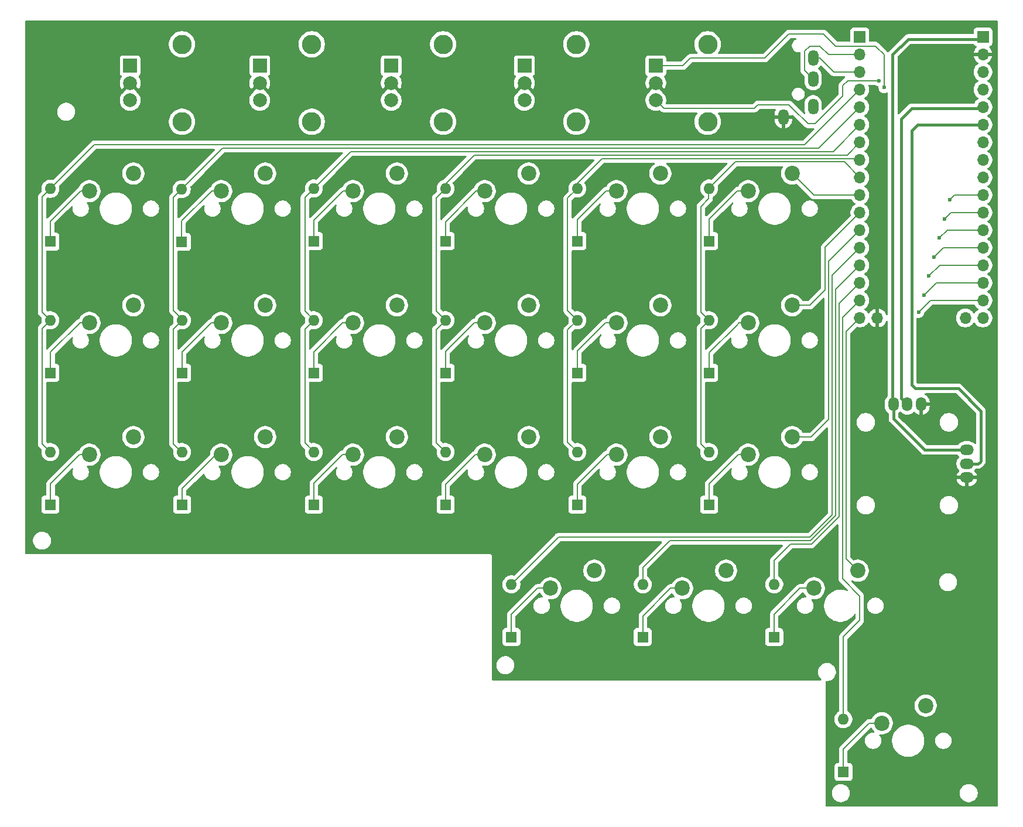
<source format=gbr>
%TF.GenerationSoftware,KiCad,Pcbnew,9.0.0*%
%TF.CreationDate,2025-03-26T22:43:06+09:00*%
%TF.ProjectId,keyboard,6b657962-6f61-4726-942e-6b696361645f,rev?*%
%TF.SameCoordinates,Original*%
%TF.FileFunction,Copper,L1,Top*%
%TF.FilePolarity,Positive*%
%FSLAX46Y46*%
G04 Gerber Fmt 4.6, Leading zero omitted, Abs format (unit mm)*
G04 Created by KiCad (PCBNEW 9.0.0) date 2025-03-26 22:43:06*
%MOMM*%
%LPD*%
G01*
G04 APERTURE LIST*
%TA.AperFunction,ComponentPad*%
%ADD10R,1.600000X1.600000*%
%TD*%
%TA.AperFunction,ComponentPad*%
%ADD11O,1.600000X1.600000*%
%TD*%
%TA.AperFunction,ComponentPad*%
%ADD12C,2.200000*%
%TD*%
%TA.AperFunction,ComponentPad*%
%ADD13O,1.500000X2.000000*%
%TD*%
%TA.AperFunction,ComponentPad*%
%ADD14O,2.000000X1.500000*%
%TD*%
%TA.AperFunction,ComponentPad*%
%ADD15R,2.000000X2.000000*%
%TD*%
%TA.AperFunction,ComponentPad*%
%ADD16C,2.000000*%
%TD*%
%TA.AperFunction,ComponentPad*%
%ADD17C,2.800000*%
%TD*%
%TA.AperFunction,ComponentPad*%
%ADD18R,1.700000X1.700000*%
%TD*%
%TA.AperFunction,ComponentPad*%
%ADD19O,1.700000X1.700000*%
%TD*%
%TA.AperFunction,ComponentPad*%
%ADD20O,1.500000X2.300000*%
%TD*%
%TA.AperFunction,ViaPad*%
%ADD21C,0.600000*%
%TD*%
%TA.AperFunction,Conductor*%
%ADD22C,0.200000*%
%TD*%
%TA.AperFunction,Conductor*%
%ADD23C,0.400000*%
%TD*%
%TA.AperFunction,Conductor*%
%ADD24C,0.300000*%
%TD*%
G04 APERTURE END LIST*
D10*
%TO.P,D12,1,K*%
%TO.N,Net-(D12-K)*%
X171950000Y-88260000D03*
D11*
%TO.P,D12,2,A*%
%TO.N,col6*%
X171950000Y-80640000D03*
%TD*%
D10*
%TO.P,D9,1,K*%
%TO.N,Net-(D9-K)*%
X114800000Y-88260000D03*
D11*
%TO.P,D9,2,A*%
%TO.N,col3*%
X114800000Y-80640000D03*
%TD*%
D12*
%TO.P,SW12,1,A*%
%TO.N,row2*%
X183971000Y-78474000D03*
%TO.P,SW12,2,B*%
%TO.N,Net-(D12-K)*%
X177621000Y-81014000D03*
%TD*%
D10*
%TO.P,D6,1,K*%
%TO.N,Net-(D6-K)*%
X171950000Y-69210000D03*
D11*
%TO.P,D6,2,A*%
%TO.N,col6*%
X171950000Y-61590000D03*
%TD*%
D12*
%TO.P,SW14,1,A*%
%TO.N,row3*%
X107771000Y-97524000D03*
%TO.P,SW14,2,B*%
%TO.N,Net-(D14-K)*%
X101421000Y-100064000D03*
%TD*%
D10*
%TO.P,D20,1,K*%
%TO.N,Net-(D20-K)*%
X162370000Y-126435000D03*
D11*
%TO.P,D20,2,A*%
%TO.N,colX2*%
X162370000Y-118815000D03*
%TD*%
D10*
%TO.P,D3,1,K*%
%TO.N,Net-(D3-K)*%
X114800000Y-69210000D03*
D11*
%TO.P,D3,2,A*%
%TO.N,col3*%
X114800000Y-61590000D03*
%TD*%
D13*
%TO.P,J5,1,Pin_1*%
%TO.N,GND*%
X202612500Y-92787500D03*
D14*
X209212500Y-103387500D03*
D13*
%TO.P,J5,2,Pin_2*%
%TO.N,GPIO27*%
X200612500Y-92787500D03*
%TO.P,J5,3,Pin_3*%
%TO.N,+3.3V*%
X198612500Y-92787500D03*
D14*
X209212500Y-99387500D03*
%TO.P,J5,4,Pin_4*%
%TO.N,GPIO26*%
X209212500Y-101387500D03*
%TD*%
D12*
%TO.P,SW18,1,A*%
%TO.N,row3*%
X183971000Y-97524000D03*
%TO.P,SW18,2,B*%
%TO.N,Net-(D18-K)*%
X177621000Y-100064000D03*
%TD*%
D10*
%TO.P,D13,1,K*%
%TO.N,Net-(D13-K)*%
X76700000Y-107310000D03*
D11*
%TO.P,D13,2,A*%
%TO.N,col1*%
X76700000Y-99690000D03*
%TD*%
D10*
%TO.P,D1,1,K*%
%TO.N,Net-(D1-K)*%
X76700000Y-69255000D03*
D11*
%TO.P,D1,2,A*%
%TO.N,col1*%
X76700000Y-61635000D03*
%TD*%
D12*
%TO.P,SW17,1,A*%
%TO.N,row3*%
X164921000Y-97524000D03*
%TO.P,SW17,2,B*%
%TO.N,Net-(D17-K)*%
X158571000Y-100064000D03*
%TD*%
D15*
%TO.P,SW25,A,A*%
%TO.N,GPIO20*%
X107000000Y-43850000D03*
D16*
%TO.P,SW25,B,B*%
%TO.N,GPIO21*%
X107000000Y-48850000D03*
%TO.P,SW25,C,C*%
%TO.N,GND*%
X107000000Y-46350000D03*
D17*
%TO.P,SW25,MP*%
%TO.N,N/C*%
X114500000Y-40750000D03*
X114500000Y-51950000D03*
%TD*%
D10*
%TO.P,D21,1,K*%
%TO.N,Net-(D21-K)*%
X181370000Y-126435000D03*
D11*
%TO.P,D21,2,A*%
%TO.N,colX3*%
X181370000Y-118815000D03*
%TD*%
D12*
%TO.P,SW20,1,A*%
%TO.N,rowX*%
X174411000Y-116844000D03*
%TO.P,SW20,2,B*%
%TO.N,Net-(D20-K)*%
X168061000Y-119384000D03*
%TD*%
%TO.P,SW1,1,A*%
%TO.N,row1*%
X88721000Y-59424000D03*
%TO.P,SW1,2,B*%
%TO.N,Net-(D1-K)*%
X82371000Y-61964000D03*
%TD*%
D15*
%TO.P,SW23,A,A*%
%TO.N,GPIO16*%
X145250000Y-43850000D03*
D16*
%TO.P,SW23,B,B*%
%TO.N,GPIO17*%
X145250000Y-48850000D03*
%TO.P,SW23,C,C*%
%TO.N,GND*%
X145250000Y-46350000D03*
D17*
%TO.P,SW23,MP*%
%TO.N,N/C*%
X152750000Y-40750000D03*
X152750000Y-51950000D03*
%TD*%
D12*
%TO.P,SW11,1,A*%
%TO.N,row2*%
X164921000Y-78474000D03*
%TO.P,SW11,2,B*%
%TO.N,Net-(D11-K)*%
X158571000Y-81014000D03*
%TD*%
D10*
%TO.P,D17,1,K*%
%TO.N,Net-(D17-K)*%
X152900000Y-107310000D03*
D11*
%TO.P,D17,2,A*%
%TO.N,col5*%
X152900000Y-99690000D03*
%TD*%
D10*
%TO.P,D5,1,K*%
%TO.N,Net-(D5-K)*%
X152900000Y-69210000D03*
D11*
%TO.P,D5,2,A*%
%TO.N,col5*%
X152900000Y-61590000D03*
%TD*%
D10*
%TO.P,D19,1,K*%
%TO.N,Net-(D19-K)*%
X143370000Y-126435000D03*
D11*
%TO.P,D19,2,A*%
%TO.N,colX1*%
X143370000Y-118815000D03*
%TD*%
D12*
%TO.P,SW9,1,A*%
%TO.N,row2*%
X126821000Y-78474000D03*
%TO.P,SW9,2,B*%
%TO.N,Net-(D9-K)*%
X120471000Y-81014000D03*
%TD*%
%TO.P,SW10,1,A*%
%TO.N,row2*%
X145871000Y-78474000D03*
%TO.P,SW10,2,B*%
%TO.N,Net-(D10-K)*%
X139521000Y-81014000D03*
%TD*%
D10*
%TO.P,D11,1,K*%
%TO.N,Net-(D11-K)*%
X152900000Y-88260000D03*
D11*
%TO.P,D11,2,A*%
%TO.N,col5*%
X152900000Y-80640000D03*
%TD*%
D12*
%TO.P,SW15,1,A*%
%TO.N,row3*%
X126821000Y-97524000D03*
%TO.P,SW15,2,B*%
%TO.N,Net-(D15-K)*%
X120471000Y-100064000D03*
%TD*%
D10*
%TO.P,D4,1,K*%
%TO.N,Net-(D4-K)*%
X133850000Y-69210000D03*
D11*
%TO.P,D4,2,A*%
%TO.N,col4*%
X133850000Y-61590000D03*
%TD*%
D12*
%TO.P,SW5,1,A*%
%TO.N,row1*%
X164921000Y-59424000D03*
%TO.P,SW5,2,B*%
%TO.N,Net-(D5-K)*%
X158571000Y-61964000D03*
%TD*%
D18*
%TO.P,U1,1,+5V*%
%TO.N,VSYS*%
X193750000Y-39670000D03*
D19*
%TO.P,U1,2,GPIO0*%
%TO.N,GPIO0*%
X193750000Y-42210000D03*
%TO.P,U1,3,GPIO1*%
%TO.N,GPIO1*%
X193750000Y-44750000D03*
%TO.P,U1,4,GPIO2*%
%TO.N,col1*%
X193750000Y-47290000D03*
%TO.P,U1,5,GPIO3*%
%TO.N,col2*%
X193750000Y-49830000D03*
%TO.P,U1,6,GPIO4*%
%TO.N,col3*%
X193750000Y-52370000D03*
%TO.P,U1,7,GPIO5*%
%TO.N,col4*%
X193750000Y-54910000D03*
%TO.P,U1,8,GPIO6*%
%TO.N,col5*%
X193750000Y-57450000D03*
%TO.P,U1,9,GPIO7*%
%TO.N,col6*%
X193750000Y-59990000D03*
%TO.P,U1,10,GPIO8*%
%TO.N,row1*%
X193750000Y-62530000D03*
%TO.P,U1,11,GPIO9*%
%TO.N,row2*%
X193750000Y-65070000D03*
%TO.P,U1,12,GPIO10*%
%TO.N,row3*%
X193750000Y-67610000D03*
%TO.P,U1,13,GPIO11*%
%TO.N,colX1*%
X193750000Y-70150000D03*
%TO.P,U1,14,GPIO12*%
%TO.N,colX2*%
X193750000Y-72690000D03*
%TO.P,U1,15,GPIO13*%
%TO.N,colX3*%
X193750000Y-75230000D03*
%TO.P,U1,16,GPIO14*%
%TO.N,colX4*%
X193750000Y-77770000D03*
%TO.P,U1,17,GPIO15*%
%TO.N,rowX*%
X193750000Y-80310000D03*
%TO.P,U1,18,GND*%
%TO.N,unconnected-(U1-GND-Pad18)*%
X211550000Y-80310000D03*
%TO.P,U1,19,GPIO16*%
%TO.N,GPIO16*%
X211550000Y-77770000D03*
%TO.P,U1,20,GPIO17*%
%TO.N,GPIO17*%
X211550000Y-75230000D03*
%TO.P,U1,21,GPIO18*%
%TO.N,GPIO18*%
X211550000Y-72690000D03*
%TO.P,U1,22,GPIO19*%
%TO.N,GPIO19*%
X211550000Y-70150000D03*
%TO.P,U1,23,GPIO20*%
%TO.N,GPIO20*%
X211550000Y-67610000D03*
%TO.P,U1,24,GPIO21*%
%TO.N,GPIO21*%
X211550000Y-65070000D03*
%TO.P,U1,25,GPIO22*%
%TO.N,GPIO22*%
X211550000Y-62530000D03*
%TO.P,U1,26,GPIO23*%
%TO.N,GPIO23*%
X211550000Y-59990000D03*
%TO.P,U1,27,GPIO24*%
%TO.N,GPIO24*%
X211550000Y-57450000D03*
%TO.P,U1,28,GPIO25*%
%TO.N,GPIO25*%
X211550000Y-54910000D03*
%TO.P,U1,29,GPIO26*%
%TO.N,GPIO26*%
X211550000Y-52370000D03*
%TO.P,U1,30,GPIO27*%
%TO.N,GPIO27*%
X211550000Y-49830000D03*
%TO.P,U1,31,GPIO28*%
%TO.N,unconnected-(U1-GPIO28-Pad31)*%
X211550000Y-47290000D03*
%TO.P,U1,32,GPIO29*%
%TO.N,unconnected-(U1-GPIO29-Pad32)*%
X211550000Y-44750000D03*
%TO.P,U1,33,GND*%
%TO.N,GND*%
X211550000Y-42210000D03*
D18*
%TO.P,U1,34,+3.3V*%
%TO.N,+3.3V*%
X211550000Y-39670000D03*
D19*
%TO.P,U1,GND,GND*%
%TO.N,GND*%
X196290000Y-80310000D03*
%TO.P,U1,RUN,RUN*%
%TO.N,unconnected-(U1-PadRUN)*%
X209010000Y-80310000D03*
%TD*%
D10*
%TO.P,D7,1,K*%
%TO.N,Net-(D7-K)*%
X76700000Y-88260000D03*
D11*
%TO.P,D7,2,A*%
%TO.N,col1*%
X76700000Y-80640000D03*
%TD*%
D12*
%TO.P,SW13,1,A*%
%TO.N,row3*%
X88721000Y-97524000D03*
%TO.P,SW13,2,B*%
%TO.N,Net-(D13-K)*%
X82371000Y-100064000D03*
%TD*%
D10*
%TO.P,D18,1,K*%
%TO.N,Net-(D18-K)*%
X171950000Y-107310000D03*
D11*
%TO.P,D18,2,A*%
%TO.N,col6*%
X171950000Y-99690000D03*
%TD*%
D10*
%TO.P,D15,1,K*%
%TO.N,Net-(D15-K)*%
X114800000Y-107310000D03*
D11*
%TO.P,D15,2,A*%
%TO.N,col3*%
X114800000Y-99690000D03*
%TD*%
D15*
%TO.P,SW24,A,A*%
%TO.N,GPIO18*%
X126000000Y-43850000D03*
D16*
%TO.P,SW24,B,B*%
%TO.N,GPIO19*%
X126000000Y-48850000D03*
%TO.P,SW24,C,C*%
%TO.N,GND*%
X126000000Y-46350000D03*
D17*
%TO.P,SW24,MP*%
%TO.N,N/C*%
X133500000Y-40750000D03*
X133500000Y-51950000D03*
%TD*%
D12*
%TO.P,SW2,1,A*%
%TO.N,row1*%
X107771000Y-59424000D03*
%TO.P,SW2,2,B*%
%TO.N,Net-(D2-K)*%
X101421000Y-61964000D03*
%TD*%
D20*
%TO.P,J4,R1*%
%TO.N,GPIO0*%
X187000000Y-45750000D03*
%TO.P,J4,R2*%
%TO.N,GPIO1*%
X187000000Y-42750000D03*
%TO.P,J4,S*%
%TO.N,GND*%
X182700000Y-51250000D03*
%TO.P,J4,T*%
%TO.N,VSYS*%
X187000000Y-49750000D03*
%TD*%
D15*
%TO.P,SW26,A,A*%
%TO.N,GPIO22*%
X88250000Y-43850000D03*
D16*
%TO.P,SW26,B,B*%
%TO.N,GPIO23*%
X88250000Y-48850000D03*
%TO.P,SW26,C,C*%
%TO.N,GND*%
X88250000Y-46350000D03*
D17*
%TO.P,SW26,MP*%
%TO.N,N/C*%
X95750000Y-40750000D03*
X95750000Y-51950000D03*
%TD*%
D10*
%TO.P,D8,1,K*%
%TO.N,Net-(D8-K)*%
X95750000Y-88260000D03*
D11*
%TO.P,D8,2,A*%
%TO.N,col2*%
X95750000Y-80640000D03*
%TD*%
D15*
%TO.P,SW27,A,A*%
%TO.N,GPIO24*%
X164250000Y-43850000D03*
D16*
%TO.P,SW27,B,B*%
%TO.N,GPIO25*%
X164250000Y-48850000D03*
%TO.P,SW27,C,C*%
%TO.N,GND*%
X164250000Y-46350000D03*
D17*
%TO.P,SW27,MP*%
%TO.N,N/C*%
X171750000Y-40750000D03*
X171750000Y-51950000D03*
%TD*%
D10*
%TO.P,D2,1,K*%
%TO.N,Net-(D2-K)*%
X95701000Y-69310000D03*
D11*
%TO.P,D2,2,A*%
%TO.N,col2*%
X95701000Y-61690000D03*
%TD*%
D12*
%TO.P,SW3,1,A*%
%TO.N,row1*%
X126821000Y-59424000D03*
%TO.P,SW3,2,B*%
%TO.N,Net-(D3-K)*%
X120471000Y-61964000D03*
%TD*%
%TO.P,SW4,1,A*%
%TO.N,row1*%
X145871000Y-59424000D03*
%TO.P,SW4,2,B*%
%TO.N,Net-(D4-K)*%
X139521000Y-61964000D03*
%TD*%
%TO.P,SW6,1,A*%
%TO.N,row1*%
X183971000Y-59424000D03*
%TO.P,SW6,2,B*%
%TO.N,Net-(D6-K)*%
X177621000Y-61964000D03*
%TD*%
%TO.P,SW8,1,A*%
%TO.N,row2*%
X107771000Y-78474000D03*
%TO.P,SW8,2,B*%
%TO.N,Net-(D8-K)*%
X101421000Y-81014000D03*
%TD*%
D10*
%TO.P,D22,1,K*%
%TO.N,Net-(D22-K)*%
X191370000Y-145935000D03*
D11*
%TO.P,D22,2,A*%
%TO.N,colX4*%
X191370000Y-138315000D03*
%TD*%
D12*
%TO.P,SW22,1,A*%
%TO.N,rowX*%
X203281000Y-136344000D03*
%TO.P,SW22,2,B*%
%TO.N,Net-(D22-K)*%
X196931000Y-138884000D03*
%TD*%
D10*
%TO.P,D16,1,K*%
%TO.N,Net-(D16-K)*%
X133850000Y-107310000D03*
D11*
%TO.P,D16,2,A*%
%TO.N,col4*%
X133850000Y-99690000D03*
%TD*%
D10*
%TO.P,D10,1,K*%
%TO.N,Net-(D10-K)*%
X133850000Y-88260000D03*
D11*
%TO.P,D10,2,A*%
%TO.N,col4*%
X133850000Y-80640000D03*
%TD*%
D10*
%TO.P,D14,1,K*%
%TO.N,Net-(D14-K)*%
X95750000Y-107310000D03*
D11*
%TO.P,D14,2,A*%
%TO.N,col2*%
X95750000Y-99690000D03*
%TD*%
D12*
%TO.P,SW19,1,A*%
%TO.N,rowX*%
X155361000Y-116844000D03*
%TO.P,SW19,2,B*%
%TO.N,Net-(D19-K)*%
X149011000Y-119384000D03*
%TD*%
%TO.P,SW7,1,A*%
%TO.N,row2*%
X88721000Y-78474000D03*
%TO.P,SW7,2,B*%
%TO.N,Net-(D7-K)*%
X82371000Y-81014000D03*
%TD*%
%TO.P,SW16,1,A*%
%TO.N,row3*%
X145871000Y-97524000D03*
%TO.P,SW16,2,B*%
%TO.N,Net-(D16-K)*%
X139521000Y-100064000D03*
%TD*%
%TO.P,SW21,1,A*%
%TO.N,rowX*%
X193461000Y-116844000D03*
%TO.P,SW21,2,B*%
%TO.N,Net-(D21-K)*%
X187111000Y-119384000D03*
%TD*%
D21*
%TO.N,GND*%
X147750000Y-52000000D03*
X129750000Y-53500000D03*
X109000000Y-52441527D03*
X90500000Y-54000000D03*
X158750000Y-68500000D03*
X160500000Y-107250000D03*
X139500000Y-67500000D03*
X184500000Y-106500000D03*
X175000000Y-126500000D03*
X166500000Y-87750000D03*
X180500000Y-45500000D03*
X196500000Y-70500000D03*
X122750000Y-44250000D03*
X109500000Y-69750000D03*
X119750000Y-88500000D03*
X83000000Y-87750000D03*
X196250000Y-49750000D03*
X82750000Y-45250000D03*
X160750000Y-42750000D03*
X208000000Y-45750000D03*
X211750000Y-135250000D03*
X89500000Y-69500000D03*
X153250000Y-126750000D03*
X147750000Y-87750000D03*
X90750000Y-107250000D03*
X128000000Y-106500000D03*
X180500000Y-87750000D03*
X201750000Y-105750000D03*
X100500000Y-88750000D03*
X108500000Y-106500000D03*
X195250000Y-91250000D03*
X209250000Y-87000000D03*
X128250000Y-67500000D03*
X182000000Y-67250000D03*
X201500000Y-43000000D03*
X104000000Y-44000000D03*
X139500000Y-106750000D03*
X206500000Y-126000000D03*
%TO.N,GPIO22*%
X206750000Y-63250000D03*
%TO.N,GPIO20*%
X205250000Y-68750000D03*
%TO.N,GPIO17*%
X203000000Y-77000000D03*
%TO.N,GPIO16*%
X202250000Y-79500000D03*
%TO.N,GPIO18*%
X203750000Y-74250000D03*
%TO.N,GPIO21*%
X206000000Y-66000000D03*
%TO.N,GPIO19*%
X204500000Y-71500000D03*
%TO.N,GPIO25*%
X196500000Y-46000000D03*
%TO.N,GPIO24*%
X197250000Y-47000000D03*
%TD*%
D22*
%TO.N,GND*%
X209212500Y-103387500D02*
X209612500Y-103387500D01*
D23*
%TO.N,+3.3V*%
X198612500Y-94862500D02*
X198612500Y-92787500D01*
D22*
X198500000Y-92675000D02*
X198612500Y-92787500D01*
D23*
X209212500Y-99387500D02*
X203137500Y-99387500D01*
X198500000Y-42250000D02*
X198500000Y-92675000D01*
D24*
X211550000Y-39670000D02*
X211220000Y-40000000D01*
D23*
X211220000Y-40000000D02*
X200750000Y-40000000D01*
X203137500Y-99387500D02*
X198612500Y-94862500D01*
X200750000Y-40000000D02*
X198500000Y-42250000D01*
D22*
%TO.N,Net-(D1-K)*%
X81081000Y-61964000D02*
X78647500Y-64397500D01*
X76700000Y-69255000D02*
X76700000Y-66345000D01*
X82371000Y-61964000D02*
X81081000Y-61964000D01*
X76700000Y-66345000D02*
X78647500Y-64397500D01*
%TO.N,col1*%
X76700000Y-80640000D02*
X75500000Y-81840000D01*
X76700000Y-99690000D02*
X75500000Y-98490000D01*
X75500000Y-79440000D02*
X76700000Y-80640000D01*
X75500000Y-98490000D02*
X75500000Y-96500000D01*
X84500000Y-55250000D02*
X84750000Y-55250000D01*
X84750000Y-55250000D02*
X185790000Y-55250000D01*
X83085000Y-55250000D02*
X76700000Y-61635000D01*
X76700000Y-61635000D02*
X75500000Y-62835000D01*
X75500000Y-81840000D02*
X75500000Y-96500000D01*
X84750000Y-55250000D02*
X83085000Y-55250000D01*
X185790000Y-55250000D02*
X193750000Y-47290000D01*
X75500000Y-62835000D02*
X75500000Y-79440000D01*
%TO.N,col2*%
X187830000Y-55750000D02*
X101641000Y-55750000D01*
X94500000Y-79250000D02*
X94500000Y-62891000D01*
X95750000Y-99690000D02*
X95690000Y-99690000D01*
X193750000Y-49830000D02*
X187830000Y-55750000D01*
X95750000Y-80500000D02*
X94500000Y-79250000D01*
X94500000Y-98500000D02*
X94500000Y-81890000D01*
X94500000Y-62891000D02*
X95701000Y-61690000D01*
X94500000Y-81890000D02*
X95750000Y-80640000D01*
X95750000Y-80640000D02*
X95750000Y-80500000D01*
X95690000Y-99690000D02*
X94500000Y-98500000D01*
X101641000Y-55750000D02*
X95701000Y-61690000D01*
%TO.N,Net-(D2-K)*%
X100036000Y-61964000D02*
X101421000Y-61964000D01*
X95701000Y-69310000D02*
X95701000Y-66299000D01*
X95701000Y-66299000D02*
X100036000Y-61964000D01*
%TO.N,Net-(D3-K)*%
X119036000Y-61964000D02*
X120471000Y-61964000D01*
X114800000Y-66200000D02*
X119036000Y-61964000D01*
X114800000Y-69210000D02*
X114800000Y-66200000D01*
%TO.N,col3*%
X189870000Y-56250000D02*
X120140000Y-56250000D01*
X113500000Y-81940000D02*
X114800000Y-80640000D01*
X193750000Y-52370000D02*
X189870000Y-56250000D01*
X113500000Y-79340000D02*
X113500000Y-62890000D01*
X114800000Y-99690000D02*
X113500000Y-98390000D01*
X120140000Y-56250000D02*
X114800000Y-61590000D01*
X113500000Y-98390000D02*
X113500000Y-81940000D01*
X114800000Y-80640000D02*
X113500000Y-79340000D01*
X113500000Y-62890000D02*
X114800000Y-61590000D01*
%TO.N,Net-(D4-K)*%
X138286000Y-61964000D02*
X139521000Y-61964000D01*
X133850000Y-66400000D02*
X138286000Y-61964000D01*
X133850000Y-69210000D02*
X133850000Y-66400000D01*
%TO.N,col4*%
X133850000Y-61590000D02*
X133850000Y-60900000D01*
X133850000Y-80640000D02*
X132500000Y-79290000D01*
X132500000Y-62940000D02*
X133850000Y-61590000D01*
X132500000Y-79290000D02*
X132500000Y-62940000D01*
X138000000Y-56750000D02*
X191910000Y-56750000D01*
X191910000Y-56750000D02*
X193750000Y-54910000D01*
X132500000Y-98340000D02*
X132500000Y-81990000D01*
X133850000Y-60900000D02*
X138000000Y-56750000D01*
X133850000Y-99690000D02*
X132500000Y-98340000D01*
X132500000Y-81990000D02*
X133850000Y-80640000D01*
%TO.N,col5*%
X152900000Y-99690000D02*
X152900000Y-99650000D01*
X193550000Y-57250000D02*
X193750000Y-57450000D01*
X151500000Y-82040000D02*
X152900000Y-80640000D01*
X152900000Y-61590000D02*
X152900000Y-60850000D01*
X152900000Y-99650000D02*
X151500000Y-98250000D01*
X151500000Y-62990000D02*
X152900000Y-61590000D01*
X152900000Y-60850000D02*
X156500000Y-57250000D01*
X152900000Y-80640000D02*
X151500000Y-79240000D01*
X151500000Y-79240000D02*
X151500000Y-62990000D01*
X151500000Y-98250000D02*
X151500000Y-82040000D01*
X156500000Y-57250000D02*
X193550000Y-57250000D01*
%TO.N,Net-(D5-K)*%
X152900000Y-69210000D02*
X152900000Y-66100000D01*
X157036000Y-61964000D02*
X158571000Y-61964000D01*
X152900000Y-66100000D02*
X157036000Y-61964000D01*
%TO.N,Net-(D6-K)*%
X171950000Y-66050000D02*
X176036000Y-61964000D01*
X176036000Y-61964000D02*
X177621000Y-61964000D01*
X171950000Y-69210000D02*
X171950000Y-66050000D01*
%TO.N,Net-(D7-K)*%
X80986000Y-81014000D02*
X76750000Y-85250000D01*
X76750000Y-85250000D02*
X76750000Y-88210000D01*
X76750000Y-88210000D02*
X76700000Y-88260000D01*
X82371000Y-81014000D02*
X80986000Y-81014000D01*
%TO.N,Net-(D8-K)*%
X95750000Y-88260000D02*
X95750000Y-85250000D01*
X99986000Y-81014000D02*
X101421000Y-81014000D01*
X95750000Y-85250000D02*
X99986000Y-81014000D01*
%TO.N,Net-(D9-K)*%
X114800000Y-88260000D02*
X114800000Y-85200000D01*
X118986000Y-81014000D02*
X120471000Y-81014000D01*
X114800000Y-85200000D02*
X118986000Y-81014000D01*
%TO.N,Net-(D10-K)*%
X133850000Y-85150000D02*
X137986000Y-81014000D01*
X137986000Y-81014000D02*
X139521000Y-81014000D01*
X133850000Y-88260000D02*
X133850000Y-85150000D01*
%TO.N,Net-(D11-K)*%
X152900000Y-88260000D02*
X152900000Y-85100000D01*
X152900000Y-85100000D02*
X156986000Y-81014000D01*
X156986000Y-81014000D02*
X158571000Y-81014000D01*
%TO.N,Net-(D12-K)*%
X171950000Y-88260000D02*
X171950000Y-85350000D01*
X171950000Y-85350000D02*
X175900000Y-81400000D01*
X176286000Y-81014000D02*
X175900000Y-81400000D01*
X177621000Y-81014000D02*
X176286000Y-81014000D01*
%TO.N,Net-(D13-K)*%
X80936000Y-100064000D02*
X76750000Y-104250000D01*
X76750000Y-104250000D02*
X76750000Y-107260000D01*
X82371000Y-100064000D02*
X80936000Y-100064000D01*
X76750000Y-107260000D02*
X76700000Y-107310000D01*
%TO.N,Net-(D14-K)*%
X95750000Y-105000000D02*
X95750000Y-107310000D01*
X101421000Y-100064000D02*
X100686000Y-100064000D01*
X100686000Y-100064000D02*
X95750000Y-105000000D01*
%TO.N,Net-(D15-K)*%
X114800000Y-107310000D02*
X114800000Y-104200000D01*
X118936000Y-100064000D02*
X120471000Y-100064000D01*
X114800000Y-104200000D02*
X118936000Y-100064000D01*
%TO.N,col6*%
X171901000Y-63049000D02*
X171901000Y-61599000D01*
X171950000Y-99690000D02*
X170750000Y-98490000D01*
X171901000Y-61599000D02*
X175750000Y-57750000D01*
X170750000Y-98490000D02*
X170750000Y-81840000D01*
X170750000Y-64200000D02*
X171901000Y-63049000D01*
X191510000Y-57750000D02*
X193750000Y-59990000D01*
X170750000Y-81840000D02*
X171950000Y-80640000D01*
X175750000Y-57750000D02*
X191510000Y-57750000D01*
X170750000Y-78000000D02*
X170750000Y-64200000D01*
X171950000Y-80640000D02*
X170750000Y-79440000D01*
X170750000Y-79440000D02*
X170750000Y-78000000D01*
%TO.N,Net-(D16-K)*%
X138186000Y-100064000D02*
X139521000Y-100064000D01*
X133850000Y-104400000D02*
X138186000Y-100064000D01*
X133850000Y-107310000D02*
X133850000Y-104400000D01*
%TO.N,Net-(D17-K)*%
X152900000Y-107310000D02*
X152900000Y-104350000D01*
X157186000Y-100064000D02*
X158571000Y-100064000D01*
X152900000Y-104350000D02*
X157186000Y-100064000D01*
%TO.N,Net-(D18-K)*%
X176186000Y-100064000D02*
X177621000Y-100064000D01*
X171950000Y-107310000D02*
X171950000Y-104300000D01*
X171950000Y-104300000D02*
X176186000Y-100064000D01*
%TO.N,GPIO22*%
X207470000Y-62530000D02*
X211550000Y-62530000D01*
X206750000Y-63250000D02*
X207470000Y-62530000D01*
%TO.N,GPIO20*%
X206390000Y-67610000D02*
X211550000Y-67610000D01*
X205250000Y-68750000D02*
X206390000Y-67610000D01*
%TO.N,GPIO17*%
X204770000Y-75230000D02*
X211550000Y-75230000D01*
X203000000Y-77000000D02*
X204770000Y-75230000D01*
%TO.N,GPIO16*%
X203980000Y-77770000D02*
X211550000Y-77770000D01*
X202250000Y-79500000D02*
X203980000Y-77770000D01*
%TO.N,GPIO18*%
X203750000Y-74250000D02*
X205310000Y-72690000D01*
X205310000Y-72690000D02*
X211550000Y-72690000D01*
%TO.N,GPIO21*%
X206000000Y-66000000D02*
X206930000Y-65070000D01*
X206930000Y-65070000D02*
X211550000Y-65070000D01*
%TO.N,GPIO19*%
X204500000Y-71500000D02*
X205850000Y-70150000D01*
X205850000Y-70150000D02*
X211550000Y-70150000D01*
D23*
%TO.N,GPIO27*%
X201250000Y-50000000D02*
X211380000Y-50000000D01*
D22*
X211380000Y-50000000D02*
X211550000Y-49830000D01*
D23*
X199750000Y-91925000D02*
X199750000Y-51500000D01*
X200612500Y-92787500D02*
X199750000Y-91925000D01*
X199750000Y-51500000D02*
X201250000Y-50000000D01*
D22*
%TO.N,colX1*%
X186500000Y-112000000D02*
X189750000Y-108750000D01*
X143370000Y-118815000D02*
X150185000Y-112000000D01*
X189750000Y-74150000D02*
X193750000Y-70150000D01*
X189750000Y-108750000D02*
X189750000Y-74150000D01*
X150185000Y-112000000D02*
X186500000Y-112000000D01*
%TO.N,GPIO25*%
X183500000Y-49500000D02*
X184000000Y-50000000D01*
X178500000Y-50000000D02*
X179000000Y-49500000D01*
X164250000Y-48850000D02*
X165400000Y-50000000D01*
X165400000Y-50000000D02*
X168500000Y-50000000D01*
X191250000Y-46750000D02*
X192000000Y-46000000D01*
X192000000Y-46000000D02*
X196500000Y-46000000D01*
X186250000Y-52250000D02*
X187250000Y-52250000D01*
X179000000Y-49500000D02*
X183500000Y-49500000D01*
X191250000Y-48250000D02*
X191250000Y-46750000D01*
X187250000Y-52250000D02*
X191250000Y-48250000D01*
X184000000Y-50000000D02*
X186250000Y-52250000D01*
X168500000Y-50000000D02*
X178500000Y-50000000D01*
%TO.N,Net-(D19-K)*%
X147116000Y-119384000D02*
X149011000Y-119384000D01*
X143370000Y-123130000D02*
X147116000Y-119384000D01*
X143370000Y-126435000D02*
X143370000Y-123130000D01*
%TO.N,colX2*%
X190250000Y-76190000D02*
X193750000Y-72690000D01*
X162370000Y-118815000D02*
X162370000Y-116380000D01*
X169750000Y-112500000D02*
X186565686Y-112500000D01*
X162370000Y-116380000D02*
X166250000Y-112500000D01*
X190250000Y-108815686D02*
X190250000Y-76190000D01*
X166250000Y-112500000D02*
X169750000Y-112500000D01*
X186565686Y-112500000D02*
X190250000Y-108815686D01*
D23*
%TO.N,GPIO26*%
X210862500Y-101387500D02*
X211125000Y-101125000D01*
X209212500Y-101387500D02*
X210862500Y-101387500D01*
X202130000Y-52370000D02*
X201250000Y-53250000D01*
X211250000Y-101000000D02*
X211125000Y-101125000D01*
X201750000Y-90500000D02*
X208000000Y-90500000D01*
D22*
X211870000Y-52370000D02*
X211550000Y-52370000D01*
D23*
X211550000Y-52370000D02*
X202130000Y-52370000D01*
X201250000Y-53250000D02*
X201250000Y-90000000D01*
X211250000Y-93750000D02*
X211250000Y-101000000D01*
X208000000Y-90500000D02*
X211250000Y-93750000D01*
X201250000Y-90000000D02*
X201750000Y-90500000D01*
D22*
%TO.N,Net-(D20-K)*%
X166366000Y-119384000D02*
X168061000Y-119384000D01*
X162370000Y-126435000D02*
X162370000Y-123380000D01*
X162370000Y-123380000D02*
X166366000Y-119384000D01*
%TO.N,GPIO24*%
X190250000Y-41000000D02*
X196000000Y-41000000D01*
X196000000Y-41000000D02*
X197250000Y-42250000D01*
X169000000Y-43000000D02*
X169250000Y-42750000D01*
X164250000Y-43850000D02*
X168150000Y-43850000D01*
X197250000Y-42250000D02*
X197250000Y-47000000D01*
X176500000Y-42750000D02*
X180000000Y-42750000D01*
X169250000Y-42750000D02*
X176500000Y-42750000D01*
X168150000Y-43850000D02*
X169000000Y-43000000D01*
X183500000Y-39250000D02*
X188500000Y-39250000D01*
X180000000Y-42750000D02*
X183500000Y-39250000D01*
X188500000Y-39250000D02*
X190000000Y-40750000D01*
X190000000Y-40750000D02*
X190250000Y-41000000D01*
%TO.N,colX3*%
X181370000Y-118815000D02*
X181370000Y-115380000D01*
X183750000Y-113000000D02*
X186750000Y-113000000D01*
X186750000Y-113000000D02*
X190750000Y-109000000D01*
X190750000Y-109000000D02*
X190750000Y-78230000D01*
X181370000Y-115380000D02*
X183750000Y-113000000D01*
X190750000Y-78230000D02*
X193750000Y-75230000D01*
%TO.N,row1*%
X187077000Y-62530000D02*
X183971000Y-59424000D01*
X193750000Y-62530000D02*
X187077000Y-62530000D01*
%TO.N,row2*%
X186526000Y-78474000D02*
X188750000Y-76250000D01*
X188750000Y-70070000D02*
X193750000Y-65070000D01*
X188750000Y-76250000D02*
X188750000Y-70070000D01*
X183971000Y-78474000D02*
X186526000Y-78474000D01*
%TO.N,row3*%
X183971000Y-97524000D02*
X186726000Y-97524000D01*
X189250000Y-95000000D02*
X189250000Y-72110000D01*
X189250000Y-72110000D02*
X193750000Y-67610000D01*
X186726000Y-97524000D02*
X189250000Y-95000000D01*
%TO.N,GPIO1*%
X190000000Y-44750000D02*
X193750000Y-44750000D01*
X187000000Y-42750000D02*
X188000000Y-42750000D01*
X188000000Y-42750000D02*
X190000000Y-44750000D01*
%TO.N,GPIO0*%
X187000000Y-45750000D02*
X185750000Y-44500000D01*
X188000000Y-41000000D02*
X189210000Y-42210000D01*
X189210000Y-42210000D02*
X193750000Y-42210000D01*
X186500000Y-41000000D02*
X188000000Y-41000000D01*
X185750000Y-41750000D02*
X186500000Y-41000000D01*
X185750000Y-44500000D02*
X185750000Y-41750000D01*
%TO.N,Net-(D21-K)*%
X181370000Y-126435000D02*
X181370000Y-123130000D01*
X181370000Y-123130000D02*
X185116000Y-119384000D01*
X185116000Y-119384000D02*
X187111000Y-119384000D01*
%TO.N,Net-(D22-K)*%
X191370000Y-145935000D02*
X191370000Y-142630000D01*
X195116000Y-138884000D02*
X196931000Y-138884000D01*
X191370000Y-142630000D02*
X195116000Y-138884000D01*
%TO.N,colX4*%
X193750000Y-120500000D02*
X191250000Y-118000000D01*
X191250000Y-118000000D02*
X191250000Y-80270000D01*
X191370000Y-126380000D02*
X193750000Y-124000000D01*
X191370000Y-138315000D02*
X191370000Y-126380000D01*
X193750000Y-124000000D02*
X193750000Y-120500000D01*
X191250000Y-80270000D02*
X193750000Y-77770000D01*
%TO.N,rowX*%
X193750000Y-80310000D02*
X191750000Y-82310000D01*
X191750000Y-115133000D02*
X193461000Y-116844000D01*
X191750000Y-82310000D02*
X191750000Y-115133000D01*
%TD*%
%TA.AperFunction,Conductor*%
%TO.N,GND*%
G36*
X207725520Y-91220185D02*
G01*
X207746162Y-91236819D01*
X210513181Y-94003838D01*
X210546666Y-94065161D01*
X210549500Y-94091519D01*
X210549500Y-98406664D01*
X210529815Y-98473703D01*
X210477011Y-98519458D01*
X210407853Y-98529402D01*
X210344297Y-98500377D01*
X210337819Y-98494345D01*
X210277148Y-98433674D01*
X210277146Y-98433672D01*
X210117905Y-98317976D01*
X210089196Y-98303348D01*
X209942529Y-98228617D01*
X209755326Y-98167790D01*
X209560922Y-98137000D01*
X209560917Y-98137000D01*
X208864083Y-98137000D01*
X208864078Y-98137000D01*
X208669673Y-98167790D01*
X208482470Y-98228617D01*
X208307094Y-98317976D01*
X208291843Y-98329057D01*
X208147854Y-98433672D01*
X208147852Y-98433674D01*
X208147851Y-98433674D01*
X208008674Y-98572851D01*
X208008674Y-98572852D01*
X208008672Y-98572854D01*
X207975351Y-98618717D01*
X207962877Y-98635886D01*
X207907547Y-98678551D01*
X207862559Y-98687000D01*
X203479018Y-98687000D01*
X203411979Y-98667315D01*
X203391337Y-98650681D01*
X200105860Y-95365203D01*
X200023045Y-95282388D01*
X205277000Y-95282388D01*
X205277000Y-95492611D01*
X205309884Y-95700231D01*
X205374841Y-95900151D01*
X205470280Y-96087458D01*
X205593831Y-96257513D01*
X205593835Y-96257518D01*
X205742481Y-96406164D01*
X205742486Y-96406168D01*
X205845966Y-96481350D01*
X205912545Y-96529722D01*
X206099846Y-96625157D01*
X206099848Y-96625158D01*
X206199808Y-96657636D01*
X206299770Y-96690116D01*
X206395930Y-96705346D01*
X206507389Y-96723000D01*
X206507394Y-96723000D01*
X206717611Y-96723000D01*
X206818262Y-96707057D01*
X206925230Y-96690116D01*
X207125154Y-96625157D01*
X207312455Y-96529722D01*
X207482520Y-96406163D01*
X207631163Y-96257520D01*
X207754722Y-96087455D01*
X207850157Y-95900154D01*
X207915116Y-95700230D01*
X207932057Y-95593262D01*
X207948000Y-95492611D01*
X207948000Y-95282388D01*
X207928869Y-95161606D01*
X207915116Y-95074770D01*
X207850157Y-94874846D01*
X207754722Y-94687545D01*
X207738936Y-94665817D01*
X207631168Y-94517486D01*
X207631164Y-94517481D01*
X207482518Y-94368835D01*
X207482513Y-94368831D01*
X207312458Y-94245280D01*
X207312457Y-94245279D01*
X207312455Y-94245278D01*
X207218804Y-94197560D01*
X207125151Y-94149841D01*
X206925231Y-94084884D01*
X206717611Y-94052000D01*
X206717606Y-94052000D01*
X206507394Y-94052000D01*
X206507389Y-94052000D01*
X206299768Y-94084884D01*
X206099848Y-94149841D01*
X205912541Y-94245280D01*
X205742486Y-94368831D01*
X205742481Y-94368835D01*
X205593835Y-94517481D01*
X205593831Y-94517486D01*
X205470280Y-94687541D01*
X205374841Y-94874848D01*
X205309884Y-95074768D01*
X205277000Y-95282388D01*
X200023045Y-95282388D01*
X199349319Y-94608662D01*
X199315834Y-94547339D01*
X199313000Y-94520981D01*
X199313000Y-94137440D01*
X199322621Y-94104673D01*
X199331824Y-94071760D01*
X199332498Y-94071036D01*
X199332685Y-94070401D01*
X199354588Y-94044789D01*
X199359157Y-94040724D01*
X199427146Y-93991328D01*
X199527382Y-93891091D01*
X199530088Y-93888685D01*
X199558535Y-93875244D01*
X199586142Y-93860170D01*
X199589875Y-93860437D01*
X199593262Y-93858837D01*
X199624457Y-93862910D01*
X199655834Y-93865154D01*
X199659452Y-93867479D01*
X199662544Y-93867883D01*
X199670407Y-93874520D01*
X199700181Y-93893655D01*
X199797854Y-93991328D01*
X199957095Y-94107024D01*
X200016790Y-94137440D01*
X200132470Y-94196382D01*
X200132472Y-94196382D01*
X200132475Y-94196384D01*
X200232817Y-94228987D01*
X200319673Y-94257209D01*
X200514078Y-94288000D01*
X200514083Y-94288000D01*
X200710922Y-94288000D01*
X200905326Y-94257209D01*
X200942039Y-94245280D01*
X201092525Y-94196384D01*
X201267905Y-94107024D01*
X201427146Y-93991328D01*
X201525173Y-93893301D01*
X201586496Y-93859816D01*
X201656188Y-93864800D01*
X201700535Y-93893301D01*
X201798178Y-93990944D01*
X201957356Y-94106595D01*
X202132662Y-94195918D01*
X202319783Y-94256718D01*
X202362500Y-94263484D01*
X202362500Y-93226286D01*
X202417577Y-93258085D01*
X202546015Y-93292500D01*
X202678985Y-93292500D01*
X202807423Y-93258085D01*
X202862500Y-93226286D01*
X202862500Y-94263483D01*
X202905216Y-94256718D01*
X203092337Y-94195918D01*
X203267643Y-94106595D01*
X203426821Y-93990944D01*
X203565944Y-93851821D01*
X203681595Y-93692643D01*
X203770918Y-93517335D01*
X203831721Y-93330205D01*
X203862500Y-93135882D01*
X203862500Y-93037500D01*
X203051287Y-93037500D01*
X203083085Y-92982423D01*
X203117500Y-92853985D01*
X203117500Y-92721015D01*
X203083085Y-92592577D01*
X203051287Y-92537500D01*
X203862500Y-92537500D01*
X203862500Y-92439117D01*
X203831721Y-92244794D01*
X203770918Y-92057664D01*
X203681595Y-91882356D01*
X203565944Y-91723178D01*
X203426821Y-91584055D01*
X203267643Y-91468404D01*
X203202054Y-91434985D01*
X203151258Y-91387011D01*
X203134463Y-91319190D01*
X203157000Y-91253055D01*
X203211715Y-91209603D01*
X203258349Y-91200500D01*
X207658481Y-91200500D01*
X207725520Y-91220185D01*
G37*
%TD.AperFunction*%
%TA.AperFunction,Conductor*%
G36*
X195987273Y-46620185D02*
G01*
X195989125Y-46621398D01*
X196120814Y-46709390D01*
X196120827Y-46709397D01*
X196259784Y-46766954D01*
X196266503Y-46769737D01*
X196312914Y-46778968D01*
X196350382Y-46786422D01*
X196412293Y-46818807D01*
X196446867Y-46879522D01*
X196449253Y-46915066D01*
X196449500Y-46915066D01*
X196449500Y-46918743D01*
X196449596Y-46920174D01*
X196449500Y-46921150D01*
X196449500Y-47078846D01*
X196480261Y-47233489D01*
X196480264Y-47233501D01*
X196540602Y-47379172D01*
X196540609Y-47379185D01*
X196628210Y-47510288D01*
X196628213Y-47510292D01*
X196739707Y-47621786D01*
X196739711Y-47621789D01*
X196870814Y-47709390D01*
X196870827Y-47709397D01*
X196929426Y-47733669D01*
X197016503Y-47769737D01*
X197137269Y-47793759D01*
X197171153Y-47800499D01*
X197171156Y-47800500D01*
X197171158Y-47800500D01*
X197328844Y-47800500D01*
X197328845Y-47800499D01*
X197483497Y-47769737D01*
X197570574Y-47733669D01*
X197628048Y-47709863D01*
X197697517Y-47702394D01*
X197759996Y-47733669D01*
X197795648Y-47793759D01*
X197799500Y-47824424D01*
X197799500Y-79804165D01*
X197779815Y-79871204D01*
X197727011Y-79916959D01*
X197657853Y-79926903D01*
X197594297Y-79897878D01*
X197557569Y-79842483D01*
X197541095Y-79791782D01*
X197444620Y-79602442D01*
X197319727Y-79430540D01*
X197319723Y-79430535D01*
X197169464Y-79280276D01*
X197169459Y-79280272D01*
X196997557Y-79155379D01*
X196808215Y-79058903D01*
X196606124Y-78993241D01*
X196540000Y-78982768D01*
X196540000Y-79876988D01*
X196482993Y-79844075D01*
X196355826Y-79810000D01*
X196224174Y-79810000D01*
X196097007Y-79844075D01*
X196040000Y-79876988D01*
X196040000Y-78982768D01*
X196039999Y-78982768D01*
X195973875Y-78993241D01*
X195771784Y-79058903D01*
X195582442Y-79155379D01*
X195410540Y-79280272D01*
X195410535Y-79280276D01*
X195260276Y-79430535D01*
X195260272Y-79430540D01*
X195135378Y-79602443D01*
X195130762Y-79611502D01*
X195082784Y-79662295D01*
X195014963Y-79679087D01*
X194948829Y-79656546D01*
X194909794Y-79611493D01*
X194905051Y-79602184D01*
X194905049Y-79602181D01*
X194905048Y-79602179D01*
X194780109Y-79430213D01*
X194629786Y-79279890D01*
X194457820Y-79154951D01*
X194454674Y-79153348D01*
X194449054Y-79150485D01*
X194398259Y-79102512D01*
X194381463Y-79034692D01*
X194403999Y-78968556D01*
X194449054Y-78929515D01*
X194457816Y-78925051D01*
X194562788Y-78848785D01*
X194629786Y-78800109D01*
X194629788Y-78800106D01*
X194629792Y-78800104D01*
X194780104Y-78649792D01*
X194780106Y-78649788D01*
X194780109Y-78649786D01*
X194905048Y-78477820D01*
X194905047Y-78477820D01*
X194905051Y-78477816D01*
X195001557Y-78288412D01*
X195067246Y-78086243D01*
X195100500Y-77876287D01*
X195100500Y-77663713D01*
X195067246Y-77453757D01*
X195001557Y-77251588D01*
X194905051Y-77062184D01*
X194905049Y-77062181D01*
X194905048Y-77062179D01*
X194780109Y-76890213D01*
X194629786Y-76739890D01*
X194457820Y-76614951D01*
X194457115Y-76614591D01*
X194449054Y-76610485D01*
X194398259Y-76562512D01*
X194381463Y-76494692D01*
X194403999Y-76428556D01*
X194449054Y-76389515D01*
X194457816Y-76385051D01*
X194479789Y-76369086D01*
X194629786Y-76260109D01*
X194629788Y-76260106D01*
X194629792Y-76260104D01*
X194780104Y-76109792D01*
X194780106Y-76109788D01*
X194780109Y-76109786D01*
X194905048Y-75937820D01*
X194905047Y-75937820D01*
X194905051Y-75937816D01*
X195001557Y-75748412D01*
X195067246Y-75546243D01*
X195100500Y-75336287D01*
X195100500Y-75123713D01*
X195067246Y-74913757D01*
X195001557Y-74711588D01*
X194905051Y-74522184D01*
X194905049Y-74522181D01*
X194905048Y-74522179D01*
X194780109Y-74350213D01*
X194629786Y-74199890D01*
X194457820Y-74074951D01*
X194457115Y-74074591D01*
X194449054Y-74070485D01*
X194398259Y-74022512D01*
X194381463Y-73954692D01*
X194403999Y-73888556D01*
X194449054Y-73849515D01*
X194457816Y-73845051D01*
X194479789Y-73829086D01*
X194629786Y-73720109D01*
X194629788Y-73720106D01*
X194629792Y-73720104D01*
X194780104Y-73569792D01*
X194780106Y-73569788D01*
X194780109Y-73569786D01*
X194905048Y-73397820D01*
X194905047Y-73397820D01*
X194905051Y-73397816D01*
X195001557Y-73208412D01*
X195067246Y-73006243D01*
X195100500Y-72796287D01*
X195100500Y-72583713D01*
X195067246Y-72373757D01*
X195001557Y-72171588D01*
X194905051Y-71982184D01*
X194905049Y-71982181D01*
X194905048Y-71982179D01*
X194780109Y-71810213D01*
X194629786Y-71659890D01*
X194457820Y-71534951D01*
X194457115Y-71534591D01*
X194449054Y-71530485D01*
X194398259Y-71482512D01*
X194381463Y-71414692D01*
X194403999Y-71348556D01*
X194449054Y-71309515D01*
X194457816Y-71305051D01*
X194510880Y-71266498D01*
X194629786Y-71180109D01*
X194629788Y-71180106D01*
X194629792Y-71180104D01*
X194780104Y-71029792D01*
X194780106Y-71029788D01*
X194780109Y-71029786D01*
X194905048Y-70857820D01*
X194905047Y-70857820D01*
X194905051Y-70857816D01*
X195001557Y-70668412D01*
X195067246Y-70466243D01*
X195100500Y-70256287D01*
X195100500Y-70043713D01*
X195067246Y-69833757D01*
X195001557Y-69631588D01*
X194905051Y-69442184D01*
X194905049Y-69442181D01*
X194905048Y-69442179D01*
X194780109Y-69270213D01*
X194629786Y-69119890D01*
X194457820Y-68994951D01*
X194457115Y-68994591D01*
X194449054Y-68990485D01*
X194398259Y-68942512D01*
X194381463Y-68874692D01*
X194403999Y-68808556D01*
X194449054Y-68769515D01*
X194457816Y-68765051D01*
X194587050Y-68671158D01*
X194629786Y-68640109D01*
X194629788Y-68640106D01*
X194629792Y-68640104D01*
X194780104Y-68489792D01*
X194780106Y-68489788D01*
X194780109Y-68489786D01*
X194905048Y-68317820D01*
X194905047Y-68317820D01*
X194905051Y-68317816D01*
X195001557Y-68128412D01*
X195067246Y-67926243D01*
X195100500Y-67716287D01*
X195100500Y-67503713D01*
X195067246Y-67293757D01*
X195001557Y-67091588D01*
X194905051Y-66902184D01*
X194905049Y-66902181D01*
X194905048Y-66902179D01*
X194780109Y-66730213D01*
X194629786Y-66579890D01*
X194457820Y-66454951D01*
X194457115Y-66454591D01*
X194449054Y-66450485D01*
X194398259Y-66402512D01*
X194381463Y-66334692D01*
X194403999Y-66268556D01*
X194449054Y-66229515D01*
X194457816Y-66225051D01*
X194536045Y-66168215D01*
X194629786Y-66100109D01*
X194629788Y-66100106D01*
X194629792Y-66100104D01*
X194780104Y-65949792D01*
X194780106Y-65949788D01*
X194780109Y-65949786D01*
X194905048Y-65777820D01*
X194905047Y-65777820D01*
X194905051Y-65777816D01*
X195001557Y-65588412D01*
X195067246Y-65386243D01*
X195100500Y-65176287D01*
X195100500Y-64963713D01*
X195067246Y-64753757D01*
X195001557Y-64551588D01*
X194905051Y-64362184D01*
X194905049Y-64362181D01*
X194905048Y-64362179D01*
X194780109Y-64190213D01*
X194629786Y-64039890D01*
X194457820Y-63914951D01*
X194457115Y-63914591D01*
X194449054Y-63910485D01*
X194398259Y-63862512D01*
X194381463Y-63794692D01*
X194403999Y-63728556D01*
X194449054Y-63689515D01*
X194457816Y-63685051D01*
X194529921Y-63632664D01*
X194629786Y-63560109D01*
X194629788Y-63560106D01*
X194629792Y-63560104D01*
X194780104Y-63409792D01*
X194780106Y-63409788D01*
X194780109Y-63409786D01*
X194905048Y-63237820D01*
X194905047Y-63237820D01*
X194905051Y-63237816D01*
X195001557Y-63048412D01*
X195067246Y-62846243D01*
X195100500Y-62636287D01*
X195100500Y-62423713D01*
X195067246Y-62213757D01*
X195001557Y-62011588D01*
X194905051Y-61822184D01*
X194905049Y-61822181D01*
X194905048Y-61822179D01*
X194780109Y-61650213D01*
X194629786Y-61499890D01*
X194457820Y-61374951D01*
X194454483Y-61373251D01*
X194449054Y-61370485D01*
X194398259Y-61322512D01*
X194381463Y-61254692D01*
X194403999Y-61188556D01*
X194449054Y-61149515D01*
X194457816Y-61145051D01*
X194532520Y-61090776D01*
X194629786Y-61020109D01*
X194629788Y-61020106D01*
X194629792Y-61020104D01*
X194780104Y-60869792D01*
X194780106Y-60869788D01*
X194780109Y-60869786D01*
X194905048Y-60697820D01*
X194905047Y-60697820D01*
X194905051Y-60697816D01*
X195001557Y-60508412D01*
X195067246Y-60306243D01*
X195100500Y-60096287D01*
X195100500Y-59883713D01*
X195067246Y-59673757D01*
X195001557Y-59471588D01*
X194905051Y-59282184D01*
X194905049Y-59282181D01*
X194905048Y-59282179D01*
X194780109Y-59110213D01*
X194629786Y-58959890D01*
X194457820Y-58834951D01*
X194457115Y-58834591D01*
X194449054Y-58830485D01*
X194398259Y-58782512D01*
X194381463Y-58714692D01*
X194403999Y-58648556D01*
X194449054Y-58609515D01*
X194457816Y-58605051D01*
X194537186Y-58547386D01*
X194629786Y-58480109D01*
X194629788Y-58480106D01*
X194629792Y-58480104D01*
X194780104Y-58329792D01*
X194780106Y-58329788D01*
X194780109Y-58329786D01*
X194905048Y-58157820D01*
X194905047Y-58157820D01*
X194905051Y-58157816D01*
X195001557Y-57968412D01*
X195067246Y-57766243D01*
X195100500Y-57556287D01*
X195100500Y-57343713D01*
X195067246Y-57133757D01*
X195001557Y-56931588D01*
X194905051Y-56742184D01*
X194905049Y-56742181D01*
X194905048Y-56742179D01*
X194780109Y-56570213D01*
X194629786Y-56419890D01*
X194457820Y-56294951D01*
X194457115Y-56294591D01*
X194449054Y-56290485D01*
X194398259Y-56242512D01*
X194381463Y-56174692D01*
X194403999Y-56108556D01*
X194449054Y-56069515D01*
X194457816Y-56065051D01*
X194536543Y-56007853D01*
X194629786Y-55940109D01*
X194629788Y-55940106D01*
X194629792Y-55940104D01*
X194780104Y-55789792D01*
X194780106Y-55789788D01*
X194780109Y-55789786D01*
X194905048Y-55617820D01*
X194905047Y-55617820D01*
X194905051Y-55617816D01*
X195001557Y-55428412D01*
X195067246Y-55226243D01*
X195100500Y-55016287D01*
X195100500Y-54803713D01*
X195067246Y-54593757D01*
X195001557Y-54391588D01*
X194905051Y-54202184D01*
X194905049Y-54202181D01*
X194905048Y-54202179D01*
X194780109Y-54030213D01*
X194629786Y-53879890D01*
X194457820Y-53754951D01*
X194454974Y-53753501D01*
X194449054Y-53750485D01*
X194398259Y-53702512D01*
X194381463Y-53634692D01*
X194403999Y-53568556D01*
X194449054Y-53529515D01*
X194457816Y-53525051D01*
X194487013Y-53503838D01*
X194629786Y-53400109D01*
X194629788Y-53400106D01*
X194629792Y-53400104D01*
X194780104Y-53249792D01*
X194780106Y-53249788D01*
X194780109Y-53249786D01*
X194905048Y-53077820D01*
X194905047Y-53077820D01*
X194905051Y-53077816D01*
X195001557Y-52888412D01*
X195067246Y-52686243D01*
X195100500Y-52476287D01*
X195100500Y-52263713D01*
X195067246Y-52053757D01*
X195001557Y-51851588D01*
X194905051Y-51662184D01*
X194905049Y-51662181D01*
X194905048Y-51662179D01*
X194780109Y-51490213D01*
X194629786Y-51339890D01*
X194457820Y-51214951D01*
X194457115Y-51214591D01*
X194449054Y-51210485D01*
X194398259Y-51162512D01*
X194381463Y-51094692D01*
X194403999Y-51028556D01*
X194449054Y-50989515D01*
X194457816Y-50985051D01*
X194500812Y-50953813D01*
X194629786Y-50860109D01*
X194629788Y-50860106D01*
X194629792Y-50860104D01*
X194780104Y-50709792D01*
X194780106Y-50709788D01*
X194780109Y-50709786D01*
X194889244Y-50559573D01*
X194905051Y-50537816D01*
X195001557Y-50348412D01*
X195067246Y-50146243D01*
X195100500Y-49936287D01*
X195100500Y-49723713D01*
X195067246Y-49513757D01*
X195001557Y-49311588D01*
X194905051Y-49122184D01*
X194905049Y-49122181D01*
X194905048Y-49122179D01*
X194780109Y-48950213D01*
X194629786Y-48799890D01*
X194457820Y-48674951D01*
X194457115Y-48674591D01*
X194449054Y-48670485D01*
X194398259Y-48622512D01*
X194381463Y-48554692D01*
X194403999Y-48488556D01*
X194449054Y-48449515D01*
X194457816Y-48445051D01*
X194596397Y-48344367D01*
X194629786Y-48320109D01*
X194629788Y-48320106D01*
X194629792Y-48320104D01*
X194780104Y-48169792D01*
X194780106Y-48169788D01*
X194780109Y-48169786D01*
X194905048Y-47997820D01*
X194905047Y-47997820D01*
X194905051Y-47997816D01*
X195001557Y-47808412D01*
X195067246Y-47606243D01*
X195100500Y-47396287D01*
X195100500Y-47183713D01*
X195067246Y-46973757D01*
X195001557Y-46771588D01*
X195001556Y-46771586D01*
X195000051Y-46766954D01*
X195001131Y-46766602D01*
X194994240Y-46702479D01*
X195025517Y-46640001D01*
X195085608Y-46604351D01*
X195116269Y-46600500D01*
X195920234Y-46600500D01*
X195987273Y-46620185D01*
G37*
%TD.AperFunction*%
%TA.AperFunction,Conductor*%
G36*
X210215908Y-40720185D02*
G01*
X210249502Y-40756268D01*
X210250888Y-40755231D01*
X210342452Y-40877544D01*
X210342455Y-40877547D01*
X210457664Y-40963793D01*
X210457671Y-40963797D01*
X210457674Y-40963798D01*
X210589598Y-41013002D01*
X210645531Y-41054873D01*
X210669949Y-41120337D01*
X210655098Y-41188610D01*
X210633947Y-41216865D01*
X210520271Y-41330541D01*
X210395379Y-41502442D01*
X210298904Y-41691782D01*
X210233242Y-41893870D01*
X210233242Y-41893873D01*
X210222769Y-41960000D01*
X211116988Y-41960000D01*
X211084075Y-42017007D01*
X211050000Y-42144174D01*
X211050000Y-42275826D01*
X211084075Y-42402993D01*
X211116988Y-42460000D01*
X210222769Y-42460000D01*
X210233242Y-42526126D01*
X210233242Y-42526129D01*
X210298904Y-42728217D01*
X210395379Y-42917557D01*
X210520272Y-43089459D01*
X210520276Y-43089464D01*
X210670535Y-43239723D01*
X210670540Y-43239727D01*
X210842444Y-43364622D01*
X210851495Y-43369234D01*
X210902292Y-43417208D01*
X210919087Y-43485029D01*
X210896550Y-43551164D01*
X210851499Y-43590202D01*
X210842182Y-43594949D01*
X210670213Y-43719890D01*
X210519890Y-43870213D01*
X210394951Y-44042179D01*
X210298444Y-44231585D01*
X210232753Y-44433760D01*
X210199500Y-44643713D01*
X210199500Y-44856287D01*
X210206087Y-44897873D01*
X210231317Y-45057174D01*
X210232754Y-45066243D01*
X210295012Y-45257853D01*
X210298444Y-45268414D01*
X210394951Y-45457820D01*
X210519890Y-45629786D01*
X210670213Y-45780109D01*
X210842182Y-45905050D01*
X210850946Y-45909516D01*
X210901742Y-45957491D01*
X210918536Y-46025312D01*
X210895998Y-46091447D01*
X210850946Y-46130484D01*
X210842182Y-46134949D01*
X210670213Y-46259890D01*
X210519890Y-46410213D01*
X210394951Y-46582179D01*
X210298444Y-46771585D01*
X210232753Y-46973760D01*
X210199500Y-47183713D01*
X210199500Y-47396286D01*
X210229005Y-47582578D01*
X210232754Y-47606243D01*
X210295872Y-47800500D01*
X210298444Y-47808414D01*
X210394951Y-47997820D01*
X210519890Y-48169786D01*
X210670213Y-48320109D01*
X210842182Y-48445050D01*
X210850946Y-48449516D01*
X210901742Y-48497491D01*
X210918536Y-48565312D01*
X210895998Y-48631447D01*
X210850946Y-48670484D01*
X210842182Y-48674949D01*
X210670213Y-48799890D01*
X210519890Y-48950213D01*
X210394951Y-49122180D01*
X210339099Y-49231795D01*
X210291124Y-49282591D01*
X210228614Y-49299500D01*
X201181003Y-49299500D01*
X201072590Y-49321065D01*
X201072589Y-49321065D01*
X201059131Y-49323742D01*
X201045673Y-49326419D01*
X201045671Y-49326420D01*
X200992866Y-49348292D01*
X200992864Y-49348293D01*
X200992863Y-49348292D01*
X200918191Y-49379223D01*
X200848198Y-49425992D01*
X200837087Y-49433416D01*
X200803454Y-49455888D01*
X199412181Y-50847161D01*
X199350858Y-50880646D01*
X199281166Y-50875662D01*
X199225233Y-50833790D01*
X199200816Y-50768326D01*
X199200500Y-50759480D01*
X199200500Y-42591519D01*
X199220185Y-42524480D01*
X199236819Y-42503838D01*
X201003838Y-40736819D01*
X201065161Y-40703334D01*
X201091519Y-40700500D01*
X210148869Y-40700500D01*
X210215908Y-40720185D01*
G37*
%TD.AperFunction*%
%TA.AperFunction,Conductor*%
G36*
X184516564Y-39870185D02*
G01*
X184562319Y-39922989D01*
X184572263Y-39992147D01*
X184543238Y-40055703D01*
X184496978Y-40089061D01*
X184409245Y-40125400D01*
X184409236Y-40125405D01*
X184256841Y-40227233D01*
X184256837Y-40227236D01*
X184127236Y-40356837D01*
X184127233Y-40356841D01*
X184025405Y-40509236D01*
X184025400Y-40509245D01*
X183955259Y-40678582D01*
X183955257Y-40678588D01*
X183919500Y-40858351D01*
X183919500Y-40858354D01*
X183919500Y-41041646D01*
X183919500Y-41041648D01*
X183919499Y-41041648D01*
X183955257Y-41221411D01*
X183955259Y-41221417D01*
X184025400Y-41390754D01*
X184025405Y-41390763D01*
X184127233Y-41543158D01*
X184127236Y-41543162D01*
X184256837Y-41672763D01*
X184256841Y-41672766D01*
X184409236Y-41774594D01*
X184409242Y-41774597D01*
X184409243Y-41774598D01*
X184578583Y-41844741D01*
X184578587Y-41844741D01*
X184578588Y-41844742D01*
X184758351Y-41880500D01*
X184758354Y-41880500D01*
X184941647Y-41880500D01*
X184956854Y-41877474D01*
X185001309Y-41868632D01*
X185070899Y-41874859D01*
X185126077Y-41917721D01*
X185149322Y-41983610D01*
X185149500Y-41990249D01*
X185149500Y-44413330D01*
X185149499Y-44413348D01*
X185149499Y-44579054D01*
X185149498Y-44579054D01*
X185190423Y-44731785D01*
X185219358Y-44781900D01*
X185219359Y-44781904D01*
X185219360Y-44781904D01*
X185269479Y-44868714D01*
X185269481Y-44868717D01*
X185388349Y-44987585D01*
X185388355Y-44987590D01*
X185713181Y-45312416D01*
X185746666Y-45373739D01*
X185749500Y-45400097D01*
X185749500Y-46248422D01*
X185780290Y-46442826D01*
X185841117Y-46630029D01*
X185910884Y-46766954D01*
X185930476Y-46805405D01*
X186046172Y-46964646D01*
X186185354Y-47103828D01*
X186344595Y-47219524D01*
X186372019Y-47233497D01*
X186519970Y-47308882D01*
X186519972Y-47308882D01*
X186519975Y-47308884D01*
X186620317Y-47341487D01*
X186707173Y-47369709D01*
X186901578Y-47400500D01*
X186901583Y-47400500D01*
X187098422Y-47400500D01*
X187292826Y-47369709D01*
X187332429Y-47356841D01*
X187480025Y-47308884D01*
X187655405Y-47219524D01*
X187814646Y-47103828D01*
X187953828Y-46964646D01*
X188069524Y-46805405D01*
X188158884Y-46630025D01*
X188219709Y-46442826D01*
X188229456Y-46381284D01*
X188250500Y-46248422D01*
X188250500Y-45251577D01*
X188219709Y-45057173D01*
X188167952Y-44897883D01*
X188158884Y-44869975D01*
X188158882Y-44869972D01*
X188158882Y-44869970D01*
X188069523Y-44694594D01*
X187953828Y-44535354D01*
X187814646Y-44396172D01*
X187751532Y-44350316D01*
X187708868Y-44294988D01*
X187702889Y-44225374D01*
X187735495Y-44163579D01*
X187751529Y-44149685D01*
X187814646Y-44103828D01*
X187953828Y-43964646D01*
X188041689Y-43843716D01*
X188097018Y-43801052D01*
X188166632Y-43795073D01*
X188228427Y-43827679D01*
X188229687Y-43828922D01*
X189515139Y-45114374D01*
X189515149Y-45114385D01*
X189519479Y-45118715D01*
X189519480Y-45118716D01*
X189631284Y-45230520D01*
X189696917Y-45268412D01*
X189718095Y-45280639D01*
X189718097Y-45280641D01*
X189756151Y-45302611D01*
X189768215Y-45309577D01*
X189920943Y-45350500D01*
X190079057Y-45350500D01*
X191500902Y-45350500D01*
X191567941Y-45370185D01*
X191613696Y-45422989D01*
X191623640Y-45492147D01*
X191594615Y-45555703D01*
X191588583Y-45562181D01*
X190769481Y-46381282D01*
X190769477Y-46381287D01*
X190745088Y-46423533D01*
X190745087Y-46423535D01*
X190690423Y-46518215D01*
X190649499Y-46670943D01*
X190649499Y-46670945D01*
X190649499Y-46839046D01*
X190649500Y-46839059D01*
X190649500Y-47949902D01*
X190629815Y-48016941D01*
X190613181Y-48037583D01*
X188462181Y-50188583D01*
X188400858Y-50222068D01*
X188331166Y-50217084D01*
X188275233Y-50175212D01*
X188250816Y-50109748D01*
X188250500Y-50100902D01*
X188250500Y-49251577D01*
X188219709Y-49057173D01*
X188168477Y-48899499D01*
X188158884Y-48869975D01*
X188158882Y-48869972D01*
X188158882Y-48869970D01*
X188088536Y-48731908D01*
X188069524Y-48694595D01*
X187953828Y-48535354D01*
X187814646Y-48396172D01*
X187655405Y-48280476D01*
X187642701Y-48274003D01*
X187480029Y-48191117D01*
X187292826Y-48130290D01*
X187098422Y-48099500D01*
X187098417Y-48099500D01*
X186901583Y-48099500D01*
X186901578Y-48099500D01*
X186707173Y-48130290D01*
X186519970Y-48191117D01*
X186344594Y-48280476D01*
X186290052Y-48320104D01*
X186185354Y-48396172D01*
X186185352Y-48396174D01*
X186185351Y-48396174D01*
X186046174Y-48535351D01*
X186046174Y-48535352D01*
X186046172Y-48535354D01*
X186032122Y-48554692D01*
X185930476Y-48694594D01*
X185841117Y-48869970D01*
X185780290Y-49057173D01*
X185749500Y-49251577D01*
X185749500Y-50248422D01*
X185780290Y-50442826D01*
X185816064Y-50552925D01*
X185841116Y-50630025D01*
X185841117Y-50630028D01*
X185841118Y-50630029D01*
X185861595Y-50670219D01*
X185874490Y-50738888D01*
X185848213Y-50803628D01*
X185791106Y-50843884D01*
X185721300Y-50846876D01*
X185663429Y-50814193D01*
X184487589Y-49638354D01*
X184487588Y-49638352D01*
X183868717Y-49019481D01*
X183868709Y-49019475D01*
X183779710Y-48968092D01*
X183779709Y-48968092D01*
X183731785Y-48940423D01*
X183579057Y-48899499D01*
X183420943Y-48899499D01*
X183413347Y-48899499D01*
X183413331Y-48899500D01*
X179086670Y-48899500D01*
X179086654Y-48899499D01*
X179079058Y-48899499D01*
X178920943Y-48899499D01*
X178844579Y-48919961D01*
X178768214Y-48940423D01*
X178768209Y-48940426D01*
X178631290Y-49019475D01*
X178631282Y-49019481D01*
X178287584Y-49363181D01*
X178226261Y-49396666D01*
X178199903Y-49399500D01*
X165819848Y-49399500D01*
X165752809Y-49379815D01*
X165707054Y-49327011D01*
X165697110Y-49257853D01*
X165701917Y-49237182D01*
X165713552Y-49201372D01*
X165713552Y-49201371D01*
X165713553Y-49201368D01*
X165742362Y-49019475D01*
X165750500Y-48968097D01*
X165750500Y-48731902D01*
X165713553Y-48498631D01*
X165655547Y-48320109D01*
X165640568Y-48274008D01*
X165640566Y-48274005D01*
X165640566Y-48274003D01*
X165580992Y-48157084D01*
X165533343Y-48063567D01*
X165517418Y-48041648D01*
X183919499Y-48041648D01*
X183955257Y-48221411D01*
X183955259Y-48221417D01*
X184025400Y-48390754D01*
X184025405Y-48390763D01*
X184127233Y-48543158D01*
X184127236Y-48543162D01*
X184256837Y-48672763D01*
X184256841Y-48672766D01*
X184409236Y-48774594D01*
X184409242Y-48774597D01*
X184409243Y-48774598D01*
X184578583Y-48844741D01*
X184578587Y-48844741D01*
X184578588Y-48844742D01*
X184758351Y-48880500D01*
X184758354Y-48880500D01*
X184941648Y-48880500D01*
X185062590Y-48856442D01*
X185121417Y-48844741D01*
X185290757Y-48774598D01*
X185443159Y-48672766D01*
X185572766Y-48543159D01*
X185674598Y-48390757D01*
X185744741Y-48221417D01*
X185762867Y-48130291D01*
X185780500Y-48041648D01*
X185780500Y-47858351D01*
X185744742Y-47678588D01*
X185744741Y-47678587D01*
X185744741Y-47678583D01*
X185674598Y-47509243D01*
X185674597Y-47509242D01*
X185674594Y-47509236D01*
X185572766Y-47356841D01*
X185572763Y-47356837D01*
X185443162Y-47227236D01*
X185443158Y-47227233D01*
X185290763Y-47125405D01*
X185290754Y-47125400D01*
X185121417Y-47055259D01*
X185121411Y-47055257D01*
X184941648Y-47019500D01*
X184941646Y-47019500D01*
X184758354Y-47019500D01*
X184758352Y-47019500D01*
X184578588Y-47055257D01*
X184578582Y-47055259D01*
X184409245Y-47125400D01*
X184409236Y-47125405D01*
X184256841Y-47227233D01*
X184256837Y-47227236D01*
X184127236Y-47356837D01*
X184127233Y-47356841D01*
X184025405Y-47509236D01*
X184025400Y-47509245D01*
X183955259Y-47678582D01*
X183955257Y-47678588D01*
X183919500Y-47858351D01*
X183919500Y-47858354D01*
X183919500Y-48041646D01*
X183919500Y-48041648D01*
X183919499Y-48041648D01*
X165517418Y-48041648D01*
X165394517Y-47872490D01*
X165227510Y-47705483D01*
X165171259Y-47664614D01*
X165128595Y-47609284D01*
X165123902Y-47577455D01*
X164379408Y-46832962D01*
X164442993Y-46815925D01*
X164557007Y-46750099D01*
X164650099Y-46657007D01*
X164715925Y-46542993D01*
X164732962Y-46479409D01*
X165472658Y-47219105D01*
X165472658Y-47219104D01*
X165532914Y-47136169D01*
X165532918Y-47136163D01*
X165640102Y-46925802D01*
X165713065Y-46701247D01*
X165750000Y-46468052D01*
X165750000Y-46231947D01*
X165713065Y-45998752D01*
X165640102Y-45774197D01*
X165532914Y-45563828D01*
X165463394Y-45468142D01*
X165439914Y-45402335D01*
X165455739Y-45334281D01*
X165489401Y-45295989D01*
X165492329Y-45293796D01*
X165492331Y-45293796D01*
X165607546Y-45207546D01*
X165693796Y-45092331D01*
X165744091Y-44957483D01*
X165750500Y-44897873D01*
X165750500Y-44574500D01*
X165770185Y-44507461D01*
X165822989Y-44461706D01*
X165874500Y-44450500D01*
X168063331Y-44450500D01*
X168063347Y-44450501D01*
X168070943Y-44450501D01*
X168229054Y-44450501D01*
X168229057Y-44450501D01*
X168381785Y-44409577D01*
X168450838Y-44369709D01*
X168518716Y-44330520D01*
X168630520Y-44218716D01*
X168630520Y-44218714D01*
X168640724Y-44208511D01*
X168640727Y-44208506D01*
X169462417Y-43386819D01*
X169523740Y-43353334D01*
X169550098Y-43350500D01*
X176420943Y-43350500D01*
X179913331Y-43350500D01*
X179913347Y-43350501D01*
X179920943Y-43350501D01*
X180079054Y-43350501D01*
X180079057Y-43350501D01*
X180231785Y-43309577D01*
X180281904Y-43280639D01*
X180368716Y-43230520D01*
X180480520Y-43118716D01*
X180480520Y-43118714D01*
X180490728Y-43108507D01*
X180490729Y-43108504D01*
X183712416Y-39886819D01*
X183773739Y-39853334D01*
X183800097Y-39850500D01*
X184449525Y-39850500D01*
X184516564Y-39870185D01*
G37*
%TD.AperFunction*%
%TA.AperFunction,Conductor*%
G36*
X213642539Y-37320185D02*
G01*
X213688294Y-37372989D01*
X213699500Y-37424500D01*
X213699500Y-150825500D01*
X213679815Y-150892539D01*
X213627011Y-150938294D01*
X213575500Y-150949500D01*
X188924500Y-150949500D01*
X188857461Y-150929815D01*
X188811706Y-150877011D01*
X188800500Y-150825500D01*
X188800500Y-148897648D01*
X189699500Y-148897648D01*
X189699500Y-149102351D01*
X189731522Y-149304534D01*
X189794781Y-149499223D01*
X189815926Y-149540721D01*
X189881481Y-149669380D01*
X189887715Y-149681613D01*
X190008028Y-149847213D01*
X190152786Y-149991971D01*
X190307749Y-150104556D01*
X190318390Y-150112287D01*
X190434607Y-150171503D01*
X190500776Y-150205218D01*
X190500778Y-150205218D01*
X190500781Y-150205220D01*
X190605137Y-150239127D01*
X190695465Y-150268477D01*
X190796557Y-150284488D01*
X190897648Y-150300500D01*
X190897649Y-150300500D01*
X191102351Y-150300500D01*
X191102352Y-150300500D01*
X191304534Y-150268477D01*
X191499219Y-150205220D01*
X191681610Y-150112287D01*
X191774590Y-150044732D01*
X191847213Y-149991971D01*
X191847215Y-149991968D01*
X191847219Y-149991966D01*
X191991966Y-149847219D01*
X191991968Y-149847215D01*
X191991971Y-149847213D01*
X192101736Y-149696132D01*
X192112287Y-149681610D01*
X192205220Y-149499219D01*
X192268477Y-149304534D01*
X192300500Y-149102352D01*
X192300500Y-148897648D01*
X208199500Y-148897648D01*
X208199500Y-149102351D01*
X208231522Y-149304534D01*
X208294781Y-149499223D01*
X208315926Y-149540721D01*
X208381481Y-149669380D01*
X208387715Y-149681613D01*
X208508028Y-149847213D01*
X208652786Y-149991971D01*
X208807749Y-150104556D01*
X208818390Y-150112287D01*
X208934607Y-150171503D01*
X209000776Y-150205218D01*
X209000778Y-150205218D01*
X209000781Y-150205220D01*
X209105137Y-150239127D01*
X209195465Y-150268477D01*
X209296557Y-150284488D01*
X209397648Y-150300500D01*
X209397649Y-150300500D01*
X209602351Y-150300500D01*
X209602352Y-150300500D01*
X209804534Y-150268477D01*
X209999219Y-150205220D01*
X210181610Y-150112287D01*
X210274590Y-150044732D01*
X210347213Y-149991971D01*
X210347215Y-149991968D01*
X210347219Y-149991966D01*
X210491966Y-149847219D01*
X210491968Y-149847215D01*
X210491971Y-149847213D01*
X210601736Y-149696132D01*
X210612287Y-149681610D01*
X210705220Y-149499219D01*
X210768477Y-149304534D01*
X210800500Y-149102352D01*
X210800500Y-148897648D01*
X210768477Y-148695466D01*
X210760286Y-148670258D01*
X210705218Y-148500776D01*
X210645256Y-148383096D01*
X210612287Y-148318390D01*
X210601736Y-148303868D01*
X210491971Y-148152786D01*
X210347213Y-148008028D01*
X210181613Y-147887715D01*
X210181612Y-147887714D01*
X210181610Y-147887713D01*
X210124653Y-147858691D01*
X209999223Y-147794781D01*
X209804534Y-147731522D01*
X209629995Y-147703878D01*
X209602352Y-147699500D01*
X209397648Y-147699500D01*
X209373329Y-147703351D01*
X209195465Y-147731522D01*
X209000776Y-147794781D01*
X208818386Y-147887715D01*
X208652786Y-148008028D01*
X208508028Y-148152786D01*
X208387715Y-148318386D01*
X208294781Y-148500776D01*
X208231522Y-148695465D01*
X208199500Y-148897648D01*
X192300500Y-148897648D01*
X192268477Y-148695466D01*
X192260286Y-148670258D01*
X192205218Y-148500776D01*
X192145256Y-148383096D01*
X192112287Y-148318390D01*
X192101736Y-148303868D01*
X191991971Y-148152786D01*
X191847213Y-148008028D01*
X191681613Y-147887715D01*
X191681612Y-147887714D01*
X191681610Y-147887713D01*
X191624653Y-147858691D01*
X191499223Y-147794781D01*
X191304534Y-147731522D01*
X191129995Y-147703878D01*
X191102352Y-147699500D01*
X190897648Y-147699500D01*
X190873329Y-147703351D01*
X190695465Y-147731522D01*
X190500776Y-147794781D01*
X190318386Y-147887715D01*
X190152786Y-148008028D01*
X190008028Y-148152786D01*
X189887715Y-148318386D01*
X189794781Y-148500776D01*
X189731522Y-148695465D01*
X189699500Y-148897648D01*
X188800500Y-148897648D01*
X188800500Y-145087135D01*
X190069500Y-145087135D01*
X190069500Y-146782870D01*
X190069501Y-146782876D01*
X190075908Y-146842483D01*
X190126202Y-146977328D01*
X190126206Y-146977335D01*
X190212452Y-147092544D01*
X190212455Y-147092547D01*
X190327664Y-147178793D01*
X190327671Y-147178797D01*
X190462517Y-147229091D01*
X190462516Y-147229091D01*
X190469444Y-147229835D01*
X190522127Y-147235500D01*
X192217872Y-147235499D01*
X192277483Y-147229091D01*
X192412331Y-147178796D01*
X192527546Y-147092546D01*
X192613796Y-146977331D01*
X192664091Y-146842483D01*
X192670500Y-146782873D01*
X192670499Y-145087128D01*
X192664091Y-145027517D01*
X192613796Y-144892669D01*
X192613795Y-144892668D01*
X192613793Y-144892664D01*
X192527547Y-144777455D01*
X192527544Y-144777452D01*
X192412335Y-144691206D01*
X192412328Y-144691202D01*
X192277482Y-144640908D01*
X192277483Y-144640908D01*
X192217883Y-144634501D01*
X192217881Y-144634500D01*
X192217873Y-144634500D01*
X192217865Y-144634500D01*
X192094500Y-144634500D01*
X192027461Y-144614815D01*
X191981706Y-144562011D01*
X191970500Y-144510500D01*
X191970500Y-142930097D01*
X191990185Y-142863058D01*
X192006819Y-142842416D01*
X193577992Y-141271243D01*
X195294369Y-139554865D01*
X195355690Y-139521382D01*
X195425382Y-139526366D01*
X195481315Y-139568238D01*
X195492533Y-139586253D01*
X195562132Y-139722848D01*
X195710201Y-139926649D01*
X195710205Y-139926654D01*
X195815370Y-140031819D01*
X195848855Y-140093142D01*
X195843871Y-140162834D01*
X195801999Y-140218767D01*
X195736535Y-140243184D01*
X195727689Y-140243500D01*
X195568093Y-140243500D01*
X195508952Y-140252867D01*
X195384564Y-140272568D01*
X195384561Y-140272568D01*
X195207847Y-140329986D01*
X195042282Y-140414346D01*
X194973263Y-140464492D01*
X194891956Y-140523565D01*
X194891954Y-140523567D01*
X194891953Y-140523567D01*
X194760567Y-140654953D01*
X194760567Y-140654954D01*
X194760565Y-140654956D01*
X194713659Y-140719515D01*
X194651346Y-140805282D01*
X194566986Y-140970847D01*
X194509568Y-141147561D01*
X194509568Y-141147564D01*
X194480500Y-141331093D01*
X194480500Y-141516906D01*
X194509568Y-141700435D01*
X194509568Y-141700438D01*
X194566986Y-141877152D01*
X194651346Y-142042717D01*
X194760565Y-142193044D01*
X194891956Y-142324435D01*
X195042283Y-142433654D01*
X195207845Y-142518012D01*
X195207847Y-142518013D01*
X195384562Y-142575431D01*
X195384563Y-142575431D01*
X195384566Y-142575432D01*
X195568093Y-142604500D01*
X195568094Y-142604500D01*
X195753906Y-142604500D01*
X195753907Y-142604500D01*
X195937434Y-142575432D01*
X195937437Y-142575431D01*
X195937438Y-142575431D01*
X196114152Y-142518013D01*
X196114152Y-142518012D01*
X196114155Y-142518012D01*
X196279717Y-142433654D01*
X196430044Y-142324435D01*
X196561435Y-142193044D01*
X196670654Y-142042717D01*
X196755012Y-141877155D01*
X196812432Y-141700434D01*
X196841500Y-141516907D01*
X196841500Y-141331093D01*
X196832021Y-141271243D01*
X198410500Y-141271243D01*
X198410500Y-141576756D01*
X198450375Y-141879630D01*
X198529445Y-142174722D01*
X198646349Y-142456955D01*
X198646357Y-142456972D01*
X198700612Y-142550943D01*
X198799103Y-142721534D01*
X198799105Y-142721537D01*
X198799106Y-142721538D01*
X198985076Y-142963900D01*
X198985082Y-142963907D01*
X199201092Y-143179917D01*
X199201098Y-143179922D01*
X199443466Y-143365897D01*
X199613506Y-143464070D01*
X199708027Y-143518642D01*
X199708032Y-143518644D01*
X199708035Y-143518646D01*
X199708039Y-143518647D01*
X199708044Y-143518650D01*
X199797555Y-143555726D01*
X199990278Y-143635555D01*
X200285367Y-143714624D01*
X200588251Y-143754500D01*
X200588258Y-143754500D01*
X200893742Y-143754500D01*
X200893749Y-143754500D01*
X201196633Y-143714624D01*
X201491722Y-143635555D01*
X201773965Y-143518646D01*
X202038534Y-143365897D01*
X202280902Y-143179922D01*
X202496922Y-142963902D01*
X202682897Y-142721534D01*
X202835646Y-142456965D01*
X202952555Y-142174722D01*
X203031624Y-141879633D01*
X203071500Y-141576749D01*
X203071500Y-141331093D01*
X204640500Y-141331093D01*
X204640500Y-141516906D01*
X204669568Y-141700435D01*
X204669568Y-141700438D01*
X204726986Y-141877152D01*
X204811346Y-142042717D01*
X204920565Y-142193044D01*
X205051956Y-142324435D01*
X205202283Y-142433654D01*
X205367845Y-142518012D01*
X205367847Y-142518013D01*
X205544562Y-142575431D01*
X205544563Y-142575431D01*
X205544566Y-142575432D01*
X205728093Y-142604500D01*
X205728094Y-142604500D01*
X205913906Y-142604500D01*
X205913907Y-142604500D01*
X206097434Y-142575432D01*
X206097437Y-142575431D01*
X206097438Y-142575431D01*
X206274152Y-142518013D01*
X206274152Y-142518012D01*
X206274155Y-142518012D01*
X206439717Y-142433654D01*
X206590044Y-142324435D01*
X206721435Y-142193044D01*
X206830654Y-142042717D01*
X206915012Y-141877155D01*
X206972432Y-141700434D01*
X207001500Y-141516907D01*
X207001500Y-141331093D01*
X206972432Y-141147566D01*
X206972431Y-141147562D01*
X206972431Y-141147561D01*
X206915013Y-140970847D01*
X206830653Y-140805282D01*
X206830651Y-140805279D01*
X206721435Y-140654956D01*
X206590044Y-140523565D01*
X206439717Y-140414346D01*
X206393951Y-140391027D01*
X206274152Y-140329986D01*
X206097437Y-140272568D01*
X205959788Y-140250767D01*
X205913907Y-140243500D01*
X205728093Y-140243500D01*
X205668952Y-140252867D01*
X205544564Y-140272568D01*
X205544561Y-140272568D01*
X205367847Y-140329986D01*
X205202282Y-140414346D01*
X205133263Y-140464492D01*
X205051956Y-140523565D01*
X205051954Y-140523567D01*
X205051953Y-140523567D01*
X204920567Y-140654953D01*
X204920567Y-140654954D01*
X204920565Y-140654956D01*
X204873659Y-140719515D01*
X204811346Y-140805282D01*
X204726986Y-140970847D01*
X204669568Y-141147561D01*
X204669568Y-141147564D01*
X204640500Y-141331093D01*
X203071500Y-141331093D01*
X203071500Y-141271251D01*
X203031624Y-140968367D01*
X202952555Y-140673278D01*
X202835646Y-140391035D01*
X202835644Y-140391032D01*
X202835642Y-140391027D01*
X202755876Y-140252870D01*
X202682897Y-140126466D01*
X202529576Y-139926654D01*
X202496923Y-139884099D01*
X202496917Y-139884092D01*
X202280907Y-139668082D01*
X202280900Y-139668076D01*
X202038538Y-139482106D01*
X202038537Y-139482105D01*
X202038534Y-139482103D01*
X201933050Y-139421202D01*
X201773972Y-139329357D01*
X201773955Y-139329349D01*
X201491722Y-139212445D01*
X201196630Y-139133375D01*
X200893756Y-139093500D01*
X200893749Y-139093500D01*
X200588251Y-139093500D01*
X200588243Y-139093500D01*
X200285369Y-139133375D01*
X199990277Y-139212445D01*
X199708044Y-139329349D01*
X199708027Y-139329357D01*
X199443461Y-139482106D01*
X199201099Y-139668076D01*
X199201092Y-139668082D01*
X198985082Y-139884092D01*
X198985076Y-139884099D01*
X198799106Y-140126461D01*
X198646357Y-140391027D01*
X198646349Y-140391044D01*
X198529445Y-140673277D01*
X198450375Y-140968369D01*
X198410500Y-141271243D01*
X196832021Y-141271243D01*
X196812432Y-141147566D01*
X196812431Y-141147562D01*
X196812431Y-141147561D01*
X196755013Y-140970847D01*
X196753749Y-140968367D01*
X196670654Y-140805283D01*
X196565770Y-140660922D01*
X196542290Y-140595116D01*
X196558115Y-140527062D01*
X196608221Y-140478367D01*
X196676699Y-140464492D01*
X196685464Y-140465561D01*
X196805038Y-140484500D01*
X196805040Y-140484500D01*
X197056961Y-140484500D01*
X197056962Y-140484500D01*
X197305785Y-140445090D01*
X197545379Y-140367241D01*
X197769845Y-140252870D01*
X197973656Y-140104793D01*
X198151793Y-139926656D01*
X198299870Y-139722845D01*
X198414241Y-139498379D01*
X198492090Y-139258785D01*
X198531500Y-139009962D01*
X198531500Y-138758038D01*
X198492090Y-138509215D01*
X198414241Y-138269621D01*
X198414239Y-138269618D01*
X198414239Y-138269616D01*
X198372747Y-138188184D01*
X198299870Y-138045155D01*
X198198107Y-137905090D01*
X198151798Y-137841350D01*
X198151794Y-137841345D01*
X197973654Y-137663205D01*
X197973649Y-137663201D01*
X197769848Y-137515132D01*
X197769847Y-137515131D01*
X197769845Y-137515130D01*
X197676927Y-137467786D01*
X197545383Y-137400760D01*
X197305785Y-137322910D01*
X197056962Y-137283500D01*
X196805038Y-137283500D01*
X196680626Y-137303205D01*
X196556214Y-137322910D01*
X196316616Y-137400760D01*
X196092151Y-137515132D01*
X195888350Y-137663201D01*
X195888345Y-137663205D01*
X195710205Y-137841345D01*
X195710201Y-137841350D01*
X195562132Y-138045151D01*
X195475185Y-138215795D01*
X195464735Y-138226859D01*
X195458413Y-138240703D01*
X195441233Y-138251743D01*
X195427211Y-138266591D01*
X195411529Y-138270832D01*
X195399635Y-138278477D01*
X195364700Y-138283500D01*
X195202669Y-138283500D01*
X195202653Y-138283499D01*
X195195057Y-138283499D01*
X195036943Y-138283499D01*
X194929587Y-138312265D01*
X194884210Y-138324424D01*
X194884209Y-138324425D01*
X194834096Y-138353359D01*
X194834095Y-138353360D01*
X194790689Y-138378420D01*
X194747285Y-138403479D01*
X194747282Y-138403481D01*
X190889481Y-142261282D01*
X190889480Y-142261284D01*
X190853020Y-142324435D01*
X190810423Y-142398215D01*
X190769499Y-142550943D01*
X190769499Y-142550945D01*
X190769499Y-142719046D01*
X190769500Y-142719059D01*
X190769500Y-144510500D01*
X190749815Y-144577539D01*
X190697011Y-144623294D01*
X190645501Y-144634500D01*
X190522130Y-144634500D01*
X190522123Y-144634501D01*
X190462516Y-144640908D01*
X190327671Y-144691202D01*
X190327664Y-144691206D01*
X190212455Y-144777452D01*
X190212452Y-144777455D01*
X190126206Y-144892664D01*
X190126202Y-144892671D01*
X190075908Y-145027517D01*
X190069501Y-145087116D01*
X190069501Y-145087123D01*
X190069500Y-145087135D01*
X188800500Y-145087135D01*
X188800500Y-132960439D01*
X188800500Y-132960438D01*
X188799469Y-132956590D01*
X188799549Y-132953219D01*
X188799439Y-132952381D01*
X188799569Y-132952363D01*
X188801134Y-132886740D01*
X188840298Y-132828879D01*
X188904528Y-132801376D01*
X188919245Y-132800500D01*
X189102351Y-132800500D01*
X189102352Y-132800500D01*
X189304534Y-132768477D01*
X189499219Y-132705220D01*
X189681610Y-132612287D01*
X189774590Y-132544732D01*
X189847213Y-132491971D01*
X189847215Y-132491968D01*
X189847219Y-132491966D01*
X189991966Y-132347219D01*
X189991968Y-132347215D01*
X189991971Y-132347213D01*
X190101736Y-132196132D01*
X190112287Y-132181610D01*
X190205220Y-131999219D01*
X190268477Y-131804534D01*
X190300500Y-131602352D01*
X190300500Y-131397648D01*
X190284550Y-131296946D01*
X190268477Y-131195465D01*
X190205218Y-131000776D01*
X190145256Y-130883096D01*
X190112287Y-130818390D01*
X190101736Y-130803868D01*
X189991971Y-130652786D01*
X189847213Y-130508028D01*
X189681613Y-130387715D01*
X189681612Y-130387714D01*
X189681610Y-130387713D01*
X189624653Y-130358691D01*
X189499223Y-130294781D01*
X189304534Y-130231522D01*
X189129995Y-130203878D01*
X189102352Y-130199500D01*
X188897648Y-130199500D01*
X188873329Y-130203351D01*
X188695465Y-130231522D01*
X188500776Y-130294781D01*
X188318386Y-130387715D01*
X188152786Y-130508028D01*
X188008028Y-130652786D01*
X187887715Y-130818386D01*
X187794781Y-131000776D01*
X187731522Y-131195465D01*
X187699500Y-131397648D01*
X187699500Y-131602351D01*
X187731522Y-131804534D01*
X187794781Y-131999223D01*
X187815926Y-132040721D01*
X187881481Y-132169380D01*
X187887715Y-132181613D01*
X188008028Y-132347213D01*
X188148634Y-132487819D01*
X188182119Y-132549142D01*
X188177135Y-132618834D01*
X188135263Y-132674767D01*
X188069799Y-132699184D01*
X188060953Y-132699500D01*
X140674500Y-132699500D01*
X140607461Y-132679815D01*
X140561706Y-132627011D01*
X140550500Y-132575500D01*
X140550500Y-130397648D01*
X141199500Y-130397648D01*
X141199500Y-130602351D01*
X141231522Y-130804534D01*
X141294781Y-130999223D01*
X141354744Y-131116904D01*
X141381481Y-131169380D01*
X141387715Y-131181613D01*
X141508028Y-131347213D01*
X141652786Y-131491971D01*
X141807749Y-131604556D01*
X141818390Y-131612287D01*
X141934607Y-131671503D01*
X142000776Y-131705218D01*
X142000778Y-131705218D01*
X142000781Y-131705220D01*
X142105137Y-131739127D01*
X142195465Y-131768477D01*
X142296557Y-131784488D01*
X142397648Y-131800500D01*
X142397649Y-131800500D01*
X142602351Y-131800500D01*
X142602352Y-131800500D01*
X142804534Y-131768477D01*
X142999219Y-131705220D01*
X143181610Y-131612287D01*
X143274590Y-131544732D01*
X143347213Y-131491971D01*
X143347215Y-131491968D01*
X143347219Y-131491966D01*
X143491966Y-131347219D01*
X143491968Y-131347215D01*
X143491971Y-131347213D01*
X143601736Y-131196132D01*
X143612287Y-131181610D01*
X143705220Y-130999219D01*
X143768477Y-130804534D01*
X143800500Y-130602352D01*
X143800500Y-130397648D01*
X143768477Y-130195466D01*
X143760286Y-130170258D01*
X143705218Y-130000776D01*
X143645256Y-129883096D01*
X143612287Y-129818390D01*
X143601736Y-129803868D01*
X143491971Y-129652786D01*
X143347213Y-129508028D01*
X143181613Y-129387715D01*
X143181612Y-129387714D01*
X143181610Y-129387713D01*
X143124653Y-129358691D01*
X142999223Y-129294781D01*
X142804534Y-129231522D01*
X142629995Y-129203878D01*
X142602352Y-129199500D01*
X142397648Y-129199500D01*
X142373329Y-129203351D01*
X142195465Y-129231522D01*
X142000776Y-129294781D01*
X141818386Y-129387715D01*
X141652786Y-129508028D01*
X141508028Y-129652786D01*
X141387715Y-129818386D01*
X141294781Y-130000776D01*
X141231522Y-130195465D01*
X141199500Y-130397648D01*
X140550500Y-130397648D01*
X140550500Y-125587135D01*
X142069500Y-125587135D01*
X142069500Y-127282870D01*
X142069501Y-127282876D01*
X142075908Y-127342483D01*
X142126202Y-127477328D01*
X142126206Y-127477335D01*
X142212452Y-127592544D01*
X142212455Y-127592547D01*
X142327664Y-127678793D01*
X142327671Y-127678797D01*
X142462517Y-127729091D01*
X142462516Y-127729091D01*
X142469444Y-127729835D01*
X142522127Y-127735500D01*
X144217872Y-127735499D01*
X144277483Y-127729091D01*
X144412331Y-127678796D01*
X144527546Y-127592546D01*
X144613796Y-127477331D01*
X144664091Y-127342483D01*
X144670500Y-127282873D01*
X144670499Y-125587135D01*
X161069500Y-125587135D01*
X161069500Y-127282870D01*
X161069501Y-127282876D01*
X161075908Y-127342483D01*
X161126202Y-127477328D01*
X161126206Y-127477335D01*
X161212452Y-127592544D01*
X161212455Y-127592547D01*
X161327664Y-127678793D01*
X161327671Y-127678797D01*
X161462517Y-127729091D01*
X161462516Y-127729091D01*
X161469444Y-127729835D01*
X161522127Y-127735500D01*
X163217872Y-127735499D01*
X163277483Y-127729091D01*
X163412331Y-127678796D01*
X163527546Y-127592546D01*
X163613796Y-127477331D01*
X163664091Y-127342483D01*
X163670500Y-127282873D01*
X163670499Y-125587135D01*
X180069500Y-125587135D01*
X180069500Y-127282870D01*
X180069501Y-127282876D01*
X180075908Y-127342483D01*
X180126202Y-127477328D01*
X180126206Y-127477335D01*
X180212452Y-127592544D01*
X180212455Y-127592547D01*
X180327664Y-127678793D01*
X180327671Y-127678797D01*
X180462517Y-127729091D01*
X180462516Y-127729091D01*
X180469444Y-127729835D01*
X180522127Y-127735500D01*
X182217872Y-127735499D01*
X182277483Y-127729091D01*
X182412331Y-127678796D01*
X182527546Y-127592546D01*
X182613796Y-127477331D01*
X182664091Y-127342483D01*
X182670500Y-127282873D01*
X182670499Y-125587128D01*
X182664091Y-125527517D01*
X182613796Y-125392669D01*
X182613795Y-125392668D01*
X182613793Y-125392664D01*
X182527547Y-125277455D01*
X182527544Y-125277452D01*
X182412335Y-125191206D01*
X182412328Y-125191202D01*
X182277482Y-125140908D01*
X182277483Y-125140908D01*
X182217883Y-125134501D01*
X182217881Y-125134500D01*
X182217873Y-125134500D01*
X182217865Y-125134500D01*
X182094500Y-125134500D01*
X182027461Y-125114815D01*
X181981706Y-125062011D01*
X181970500Y-125010500D01*
X181970500Y-123430097D01*
X181990185Y-123363058D01*
X182006819Y-123342416D01*
X185328416Y-120020819D01*
X185355343Y-120006115D01*
X185381162Y-119989523D01*
X185387362Y-119988631D01*
X185389739Y-119987334D01*
X185416097Y-119984500D01*
X185544700Y-119984500D01*
X185611739Y-120004185D01*
X185655184Y-120052204D01*
X185713037Y-120165747D01*
X185742132Y-120222848D01*
X185890201Y-120426649D01*
X185890205Y-120426654D01*
X185995370Y-120531819D01*
X186028855Y-120593142D01*
X186023871Y-120662834D01*
X185981999Y-120718767D01*
X185916535Y-120743184D01*
X185907689Y-120743500D01*
X185748093Y-120743500D01*
X185715041Y-120748735D01*
X185564564Y-120772568D01*
X185564561Y-120772568D01*
X185387847Y-120829986D01*
X185222282Y-120914346D01*
X185153263Y-120964492D01*
X185071956Y-121023565D01*
X185071954Y-121023567D01*
X185071953Y-121023567D01*
X184940567Y-121154953D01*
X184940567Y-121154954D01*
X184940565Y-121154956D01*
X184893659Y-121219515D01*
X184831346Y-121305282D01*
X184746986Y-121470847D01*
X184689568Y-121647561D01*
X184689568Y-121647564D01*
X184660500Y-121831093D01*
X184660500Y-122016906D01*
X184689568Y-122200435D01*
X184689568Y-122200438D01*
X184746986Y-122377152D01*
X184831346Y-122542717D01*
X184940565Y-122693044D01*
X185071956Y-122824435D01*
X185222283Y-122933654D01*
X185374637Y-123011282D01*
X185387847Y-123018013D01*
X185564562Y-123075431D01*
X185564563Y-123075431D01*
X185564566Y-123075432D01*
X185748093Y-123104500D01*
X185748094Y-123104500D01*
X185933906Y-123104500D01*
X185933907Y-123104500D01*
X186117434Y-123075432D01*
X186117437Y-123075431D01*
X186117438Y-123075431D01*
X186294152Y-123018013D01*
X186294152Y-123018012D01*
X186294155Y-123018012D01*
X186459717Y-122933654D01*
X186610044Y-122824435D01*
X186741435Y-122693044D01*
X186850654Y-122542717D01*
X186935012Y-122377155D01*
X186992432Y-122200434D01*
X187021500Y-122016907D01*
X187021500Y-121831093D01*
X186992432Y-121647566D01*
X186992431Y-121647562D01*
X186992431Y-121647561D01*
X186935013Y-121470847D01*
X186933749Y-121468367D01*
X186850654Y-121305283D01*
X186745770Y-121160922D01*
X186722290Y-121095116D01*
X186738115Y-121027062D01*
X186788221Y-120978367D01*
X186856699Y-120964492D01*
X186865464Y-120965561D01*
X186985038Y-120984500D01*
X186985040Y-120984500D01*
X187236961Y-120984500D01*
X187236962Y-120984500D01*
X187485785Y-120945090D01*
X187725379Y-120867241D01*
X187949845Y-120752870D01*
X188153656Y-120604793D01*
X188331793Y-120426656D01*
X188479870Y-120222845D01*
X188594241Y-119998379D01*
X188672090Y-119758785D01*
X188711500Y-119509962D01*
X188711500Y-119258038D01*
X188672090Y-119009215D01*
X188594241Y-118769621D01*
X188594239Y-118769618D01*
X188594239Y-118769616D01*
X188509013Y-118602352D01*
X188479870Y-118545155D01*
X188406740Y-118444500D01*
X188331798Y-118341350D01*
X188331794Y-118341345D01*
X188153654Y-118163205D01*
X188153649Y-118163201D01*
X187949848Y-118015132D01*
X187949847Y-118015131D01*
X187949845Y-118015130D01*
X187856927Y-117967786D01*
X187725383Y-117900760D01*
X187485785Y-117822910D01*
X187365559Y-117803868D01*
X187236962Y-117783500D01*
X186985038Y-117783500D01*
X186860626Y-117803205D01*
X186736214Y-117822910D01*
X186496616Y-117900760D01*
X186272151Y-118015132D01*
X186068350Y-118163201D01*
X186068345Y-118163205D01*
X185890205Y-118341345D01*
X185890201Y-118341350D01*
X185742132Y-118545151D01*
X185655185Y-118715795D01*
X185607211Y-118766591D01*
X185544700Y-118783500D01*
X185202669Y-118783500D01*
X185202653Y-118783499D01*
X185195057Y-118783499D01*
X185036943Y-118783499D01*
X184958441Y-118804534D01*
X184884210Y-118824424D01*
X184884209Y-118824425D01*
X184834096Y-118853359D01*
X184834095Y-118853360D01*
X184790689Y-118878420D01*
X184747285Y-118903479D01*
X184747282Y-118903481D01*
X180889481Y-122761282D01*
X180889480Y-122761284D01*
X180853020Y-122824435D01*
X180810423Y-122898215D01*
X180769499Y-123050943D01*
X180769499Y-123050945D01*
X180769499Y-123219046D01*
X180769500Y-123219059D01*
X180769500Y-125010500D01*
X180749815Y-125077539D01*
X180697011Y-125123294D01*
X180645501Y-125134500D01*
X180522130Y-125134500D01*
X180522123Y-125134501D01*
X180462516Y-125140908D01*
X180327671Y-125191202D01*
X180327664Y-125191206D01*
X180212455Y-125277452D01*
X180212452Y-125277455D01*
X180126206Y-125392664D01*
X180126202Y-125392671D01*
X180075908Y-125527517D01*
X180069501Y-125587116D01*
X180069501Y-125587123D01*
X180069500Y-125587135D01*
X163670499Y-125587135D01*
X163670499Y-125587128D01*
X163664091Y-125527517D01*
X163613796Y-125392669D01*
X163613795Y-125392668D01*
X163613793Y-125392664D01*
X163527547Y-125277455D01*
X163527544Y-125277452D01*
X163412335Y-125191206D01*
X163412328Y-125191202D01*
X163277482Y-125140908D01*
X163277483Y-125140908D01*
X163217883Y-125134501D01*
X163217881Y-125134500D01*
X163217873Y-125134500D01*
X163217865Y-125134500D01*
X163094500Y-125134500D01*
X163027461Y-125114815D01*
X162981706Y-125062011D01*
X162970500Y-125010500D01*
X162970500Y-123680096D01*
X162990185Y-123613057D01*
X163006814Y-123592420D01*
X166464873Y-120134360D01*
X166526194Y-120100877D01*
X166595886Y-120105861D01*
X166651819Y-120147733D01*
X166663036Y-120165747D01*
X166692130Y-120222846D01*
X166840201Y-120426649D01*
X166840205Y-120426654D01*
X166945370Y-120531819D01*
X166978855Y-120593142D01*
X166973871Y-120662834D01*
X166931999Y-120718767D01*
X166866535Y-120743184D01*
X166857689Y-120743500D01*
X166698093Y-120743500D01*
X166665041Y-120748735D01*
X166514564Y-120772568D01*
X166514561Y-120772568D01*
X166337847Y-120829986D01*
X166172282Y-120914346D01*
X166103263Y-120964492D01*
X166021956Y-121023565D01*
X166021954Y-121023567D01*
X166021953Y-121023567D01*
X165890567Y-121154953D01*
X165890567Y-121154954D01*
X165890565Y-121154956D01*
X165843659Y-121219515D01*
X165781346Y-121305282D01*
X165696986Y-121470847D01*
X165639568Y-121647561D01*
X165639568Y-121647564D01*
X165610500Y-121831093D01*
X165610500Y-122016906D01*
X165639568Y-122200435D01*
X165639568Y-122200438D01*
X165696986Y-122377152D01*
X165781346Y-122542717D01*
X165890565Y-122693044D01*
X166021956Y-122824435D01*
X166172283Y-122933654D01*
X166324637Y-123011282D01*
X166337847Y-123018013D01*
X166514562Y-123075431D01*
X166514563Y-123075431D01*
X166514566Y-123075432D01*
X166698093Y-123104500D01*
X166698094Y-123104500D01*
X166883906Y-123104500D01*
X166883907Y-123104500D01*
X167067434Y-123075432D01*
X167067437Y-123075431D01*
X167067438Y-123075431D01*
X167244152Y-123018013D01*
X167244152Y-123018012D01*
X167244155Y-123018012D01*
X167409717Y-122933654D01*
X167560044Y-122824435D01*
X167691435Y-122693044D01*
X167800654Y-122542717D01*
X167885012Y-122377155D01*
X167942432Y-122200434D01*
X167971500Y-122016907D01*
X167971500Y-121831093D01*
X167962021Y-121771243D01*
X169540500Y-121771243D01*
X169540500Y-122076756D01*
X169580375Y-122379630D01*
X169659445Y-122674722D01*
X169776349Y-122956955D01*
X169776357Y-122956972D01*
X169844750Y-123075431D01*
X169929103Y-123221534D01*
X169929105Y-123221537D01*
X169929106Y-123221538D01*
X170115076Y-123463900D01*
X170115082Y-123463907D01*
X170331092Y-123679917D01*
X170331099Y-123679923D01*
X170424074Y-123751265D01*
X170573466Y-123865897D01*
X170743506Y-123964070D01*
X170838027Y-124018642D01*
X170838032Y-124018644D01*
X170838035Y-124018646D01*
X170838039Y-124018647D01*
X170838044Y-124018650D01*
X170927555Y-124055726D01*
X171120278Y-124135555D01*
X171415367Y-124214624D01*
X171718251Y-124254500D01*
X171718258Y-124254500D01*
X172023742Y-124254500D01*
X172023749Y-124254500D01*
X172326633Y-124214624D01*
X172621722Y-124135555D01*
X172903965Y-124018646D01*
X173168534Y-123865897D01*
X173410902Y-123679922D01*
X173626922Y-123463902D01*
X173812897Y-123221534D01*
X173965646Y-122956965D01*
X174082555Y-122674722D01*
X174161624Y-122379633D01*
X174201500Y-122076749D01*
X174201500Y-121831093D01*
X175770500Y-121831093D01*
X175770500Y-122016906D01*
X175799568Y-122200435D01*
X175799568Y-122200438D01*
X175856986Y-122377152D01*
X175941346Y-122542717D01*
X176050565Y-122693044D01*
X176181956Y-122824435D01*
X176332283Y-122933654D01*
X176484637Y-123011282D01*
X176497847Y-123018013D01*
X176674562Y-123075431D01*
X176674563Y-123075431D01*
X176674566Y-123075432D01*
X176858093Y-123104500D01*
X176858094Y-123104500D01*
X177043906Y-123104500D01*
X177043907Y-123104500D01*
X177227434Y-123075432D01*
X177227437Y-123075431D01*
X177227438Y-123075431D01*
X177404152Y-123018013D01*
X177404152Y-123018012D01*
X177404155Y-123018012D01*
X177569717Y-122933654D01*
X177720044Y-122824435D01*
X177851435Y-122693044D01*
X177960654Y-122542717D01*
X178045012Y-122377155D01*
X178102432Y-122200434D01*
X178131500Y-122016907D01*
X178131500Y-121831093D01*
X178102432Y-121647566D01*
X178102431Y-121647562D01*
X178102431Y-121647561D01*
X178045013Y-121470847D01*
X177960653Y-121305282D01*
X177960651Y-121305279D01*
X177851435Y-121154956D01*
X177720044Y-121023565D01*
X177569717Y-120914346D01*
X177523951Y-120891027D01*
X177404152Y-120829986D01*
X177227437Y-120772568D01*
X177076959Y-120748735D01*
X177043907Y-120743500D01*
X176858093Y-120743500D01*
X176825041Y-120748735D01*
X176674564Y-120772568D01*
X176674561Y-120772568D01*
X176497847Y-120829986D01*
X176332282Y-120914346D01*
X176263263Y-120964492D01*
X176181956Y-121023565D01*
X176181954Y-121023567D01*
X176181953Y-121023567D01*
X176050567Y-121154953D01*
X176050567Y-121154954D01*
X176050565Y-121154956D01*
X176003659Y-121219515D01*
X175941346Y-121305282D01*
X175856986Y-121470847D01*
X175799568Y-121647561D01*
X175799568Y-121647564D01*
X175770500Y-121831093D01*
X174201500Y-121831093D01*
X174201500Y-121771251D01*
X174161624Y-121468367D01*
X174082555Y-121173278D01*
X173965646Y-120891035D01*
X173965644Y-120891032D01*
X173965642Y-120891027D01*
X173885876Y-120752870D01*
X173812897Y-120626466D01*
X173659576Y-120426654D01*
X173626923Y-120384099D01*
X173626917Y-120384092D01*
X173410907Y-120168082D01*
X173410900Y-120168076D01*
X173168538Y-119982106D01*
X173168537Y-119982105D01*
X173168534Y-119982103D01*
X173063050Y-119921202D01*
X172903972Y-119829357D01*
X172903955Y-119829349D01*
X172621722Y-119712445D01*
X172326630Y-119633375D01*
X172023756Y-119593500D01*
X172023749Y-119593500D01*
X171718251Y-119593500D01*
X171718243Y-119593500D01*
X171415369Y-119633375D01*
X171120277Y-119712445D01*
X170838044Y-119829349D01*
X170838027Y-119829357D01*
X170573461Y-119982106D01*
X170331099Y-120168076D01*
X170331092Y-120168082D01*
X170115082Y-120384092D01*
X170115076Y-120384099D01*
X169929106Y-120626461D01*
X169776357Y-120891027D01*
X169776349Y-120891044D01*
X169659445Y-121173277D01*
X169580375Y-121468369D01*
X169540500Y-121771243D01*
X167962021Y-121771243D01*
X167942432Y-121647566D01*
X167942431Y-121647562D01*
X167942431Y-121647561D01*
X167885013Y-121470847D01*
X167883749Y-121468367D01*
X167800654Y-121305283D01*
X167695770Y-121160922D01*
X167672290Y-121095116D01*
X167688115Y-121027062D01*
X167738221Y-120978367D01*
X167806699Y-120964492D01*
X167815464Y-120965561D01*
X167935038Y-120984500D01*
X167935040Y-120984500D01*
X168186961Y-120984500D01*
X168186962Y-120984500D01*
X168435785Y-120945090D01*
X168675379Y-120867241D01*
X168899845Y-120752870D01*
X169103656Y-120604793D01*
X169281793Y-120426656D01*
X169429870Y-120222845D01*
X169544241Y-119998379D01*
X169622090Y-119758785D01*
X169661500Y-119509962D01*
X169661500Y-119258038D01*
X169622090Y-119009215D01*
X169544241Y-118769621D01*
X169544239Y-118769618D01*
X169544239Y-118769616D01*
X169459013Y-118602352D01*
X169429870Y-118545155D01*
X169356740Y-118444500D01*
X169281798Y-118341350D01*
X169281794Y-118341345D01*
X169103654Y-118163205D01*
X169103649Y-118163201D01*
X168899848Y-118015132D01*
X168899847Y-118015131D01*
X168899845Y-118015130D01*
X168806927Y-117967786D01*
X168675383Y-117900760D01*
X168435785Y-117822910D01*
X168315559Y-117803868D01*
X168186962Y-117783500D01*
X167935038Y-117783500D01*
X167810626Y-117803205D01*
X167686214Y-117822910D01*
X167446616Y-117900760D01*
X167222151Y-118015132D01*
X167018350Y-118163201D01*
X167018345Y-118163205D01*
X166840205Y-118341345D01*
X166840201Y-118341350D01*
X166692132Y-118545151D01*
X166605185Y-118715795D01*
X166557211Y-118766591D01*
X166494700Y-118783500D01*
X166286940Y-118783500D01*
X166246019Y-118794464D01*
X166246019Y-118794465D01*
X166208751Y-118804451D01*
X166134214Y-118824423D01*
X166134209Y-118824426D01*
X165997290Y-118903475D01*
X165997282Y-118903481D01*
X161889481Y-123011282D01*
X161889479Y-123011285D01*
X161885595Y-123018013D01*
X161843789Y-123090425D01*
X161839361Y-123098094D01*
X161839359Y-123098096D01*
X161810425Y-123148209D01*
X161810424Y-123148210D01*
X161810423Y-123148215D01*
X161769499Y-123300943D01*
X161769499Y-123300945D01*
X161769499Y-123469046D01*
X161769500Y-123469059D01*
X161769500Y-125010500D01*
X161749815Y-125077539D01*
X161697011Y-125123294D01*
X161645501Y-125134500D01*
X161522130Y-125134500D01*
X161522123Y-125134501D01*
X161462516Y-125140908D01*
X161327671Y-125191202D01*
X161327664Y-125191206D01*
X161212455Y-125277452D01*
X161212452Y-125277455D01*
X161126206Y-125392664D01*
X161126202Y-125392671D01*
X161075908Y-125527517D01*
X161069501Y-125587116D01*
X161069501Y-125587123D01*
X161069500Y-125587135D01*
X144670499Y-125587135D01*
X144670499Y-125587128D01*
X144664091Y-125527517D01*
X144613796Y-125392669D01*
X144613795Y-125392668D01*
X144613793Y-125392664D01*
X144527547Y-125277455D01*
X144527544Y-125277452D01*
X144412335Y-125191206D01*
X144412328Y-125191202D01*
X144277482Y-125140908D01*
X144277483Y-125140908D01*
X144217883Y-125134501D01*
X144217881Y-125134500D01*
X144217873Y-125134500D01*
X144217865Y-125134500D01*
X144094500Y-125134500D01*
X144027461Y-125114815D01*
X143981706Y-125062011D01*
X143970500Y-125010500D01*
X143970500Y-123430097D01*
X143990185Y-123363058D01*
X144006819Y-123342416D01*
X147328416Y-120020819D01*
X147355343Y-120006115D01*
X147381162Y-119989523D01*
X147387362Y-119988631D01*
X147389739Y-119987334D01*
X147416097Y-119984500D01*
X147444700Y-119984500D01*
X147511739Y-120004185D01*
X147555184Y-120052204D01*
X147613037Y-120165747D01*
X147642132Y-120222848D01*
X147790201Y-120426649D01*
X147790205Y-120426654D01*
X147895370Y-120531819D01*
X147928855Y-120593142D01*
X147923871Y-120662834D01*
X147881999Y-120718767D01*
X147816535Y-120743184D01*
X147807689Y-120743500D01*
X147648093Y-120743500D01*
X147615041Y-120748735D01*
X147464564Y-120772568D01*
X147464561Y-120772568D01*
X147287847Y-120829986D01*
X147122282Y-120914346D01*
X147053263Y-120964492D01*
X146971956Y-121023565D01*
X146971954Y-121023567D01*
X146971953Y-121023567D01*
X146840567Y-121154953D01*
X146840567Y-121154954D01*
X146840565Y-121154956D01*
X146793659Y-121219515D01*
X146731346Y-121305282D01*
X146646986Y-121470847D01*
X146589568Y-121647561D01*
X146589568Y-121647564D01*
X146560500Y-121831093D01*
X146560500Y-122016906D01*
X146589568Y-122200435D01*
X146589568Y-122200438D01*
X146646986Y-122377152D01*
X146731346Y-122542717D01*
X146840565Y-122693044D01*
X146971956Y-122824435D01*
X147122283Y-122933654D01*
X147274637Y-123011282D01*
X147287847Y-123018013D01*
X147464562Y-123075431D01*
X147464563Y-123075431D01*
X147464566Y-123075432D01*
X147648093Y-123104500D01*
X147648094Y-123104500D01*
X147833906Y-123104500D01*
X147833907Y-123104500D01*
X148017434Y-123075432D01*
X148017437Y-123075431D01*
X148017438Y-123075431D01*
X148194152Y-123018013D01*
X148194152Y-123018012D01*
X148194155Y-123018012D01*
X148359717Y-122933654D01*
X148510044Y-122824435D01*
X148641435Y-122693044D01*
X148750654Y-122542717D01*
X148835012Y-122377155D01*
X148892432Y-122200434D01*
X148921500Y-122016907D01*
X148921500Y-121831093D01*
X148912021Y-121771243D01*
X150490500Y-121771243D01*
X150490500Y-122076756D01*
X150530375Y-122379630D01*
X150609445Y-122674722D01*
X150726349Y-122956955D01*
X150726357Y-122956972D01*
X150794750Y-123075431D01*
X150879103Y-123221534D01*
X150879105Y-123221537D01*
X150879106Y-123221538D01*
X151065076Y-123463900D01*
X151065082Y-123463907D01*
X151281092Y-123679917D01*
X151281099Y-123679923D01*
X151374074Y-123751265D01*
X151523466Y-123865897D01*
X151693506Y-123964070D01*
X151788027Y-124018642D01*
X151788032Y-124018644D01*
X151788035Y-124018646D01*
X151788039Y-124018647D01*
X151788044Y-124018650D01*
X151877555Y-124055726D01*
X152070278Y-124135555D01*
X152365367Y-124214624D01*
X152668251Y-124254500D01*
X152668258Y-124254500D01*
X152973742Y-124254500D01*
X152973749Y-124254500D01*
X153276633Y-124214624D01*
X153571722Y-124135555D01*
X153853965Y-124018646D01*
X154118534Y-123865897D01*
X154360902Y-123679922D01*
X154576922Y-123463902D01*
X154762897Y-123221534D01*
X154915646Y-122956965D01*
X155032555Y-122674722D01*
X155111624Y-122379633D01*
X155151500Y-122076749D01*
X155151500Y-121831093D01*
X156720500Y-121831093D01*
X156720500Y-122016906D01*
X156749568Y-122200435D01*
X156749568Y-122200438D01*
X156806986Y-122377152D01*
X156891346Y-122542717D01*
X157000565Y-122693044D01*
X157131956Y-122824435D01*
X157282283Y-122933654D01*
X157434637Y-123011282D01*
X157447847Y-123018013D01*
X157624562Y-123075431D01*
X157624563Y-123075431D01*
X157624566Y-123075432D01*
X157808093Y-123104500D01*
X157808094Y-123104500D01*
X157993906Y-123104500D01*
X157993907Y-123104500D01*
X158177434Y-123075432D01*
X158177437Y-123075431D01*
X158177438Y-123075431D01*
X158354152Y-123018013D01*
X158354152Y-123018012D01*
X158354155Y-123018012D01*
X158519717Y-122933654D01*
X158670044Y-122824435D01*
X158801435Y-122693044D01*
X158910654Y-122542717D01*
X158995012Y-122377155D01*
X159052432Y-122200434D01*
X159081500Y-122016907D01*
X159081500Y-121831093D01*
X159052432Y-121647566D01*
X159052431Y-121647562D01*
X159052431Y-121647561D01*
X158995013Y-121470847D01*
X158910653Y-121305282D01*
X158910651Y-121305279D01*
X158801435Y-121154956D01*
X158670044Y-121023565D01*
X158519717Y-120914346D01*
X158473951Y-120891027D01*
X158354152Y-120829986D01*
X158177437Y-120772568D01*
X158026959Y-120748735D01*
X157993907Y-120743500D01*
X157808093Y-120743500D01*
X157775041Y-120748735D01*
X157624564Y-120772568D01*
X157624561Y-120772568D01*
X157447847Y-120829986D01*
X157282282Y-120914346D01*
X157213263Y-120964492D01*
X157131956Y-121023565D01*
X157131954Y-121023567D01*
X157131953Y-121023567D01*
X157000567Y-121154953D01*
X157000567Y-121154954D01*
X157000565Y-121154956D01*
X156953659Y-121219515D01*
X156891346Y-121305282D01*
X156806986Y-121470847D01*
X156749568Y-121647561D01*
X156749568Y-121647564D01*
X156720500Y-121831093D01*
X155151500Y-121831093D01*
X155151500Y-121771251D01*
X155111624Y-121468367D01*
X155032555Y-121173278D01*
X154915646Y-120891035D01*
X154915644Y-120891032D01*
X154915642Y-120891027D01*
X154835876Y-120752870D01*
X154762897Y-120626466D01*
X154609576Y-120426654D01*
X154576923Y-120384099D01*
X154576917Y-120384092D01*
X154360907Y-120168082D01*
X154360900Y-120168076D01*
X154118538Y-119982106D01*
X154118537Y-119982105D01*
X154118534Y-119982103D01*
X154013050Y-119921202D01*
X153853972Y-119829357D01*
X153853955Y-119829349D01*
X153571722Y-119712445D01*
X153276630Y-119633375D01*
X152973756Y-119593500D01*
X152973749Y-119593500D01*
X152668251Y-119593500D01*
X152668243Y-119593500D01*
X152365369Y-119633375D01*
X152070277Y-119712445D01*
X151788044Y-119829349D01*
X151788027Y-119829357D01*
X151523461Y-119982106D01*
X151281099Y-120168076D01*
X151281092Y-120168082D01*
X151065082Y-120384092D01*
X151065076Y-120384099D01*
X150879106Y-120626461D01*
X150726357Y-120891027D01*
X150726349Y-120891044D01*
X150609445Y-121173277D01*
X150530375Y-121468369D01*
X150490500Y-121771243D01*
X148912021Y-121771243D01*
X148892432Y-121647566D01*
X148892431Y-121647562D01*
X148892431Y-121647561D01*
X148835013Y-121470847D01*
X148833749Y-121468367D01*
X148750654Y-121305283D01*
X148645770Y-121160922D01*
X148622290Y-121095116D01*
X148638115Y-121027062D01*
X148688221Y-120978367D01*
X148756699Y-120964492D01*
X148765464Y-120965561D01*
X148885038Y-120984500D01*
X148885040Y-120984500D01*
X149136961Y-120984500D01*
X149136962Y-120984500D01*
X149385785Y-120945090D01*
X149625379Y-120867241D01*
X149849845Y-120752870D01*
X150053656Y-120604793D01*
X150231793Y-120426656D01*
X150379870Y-120222845D01*
X150494241Y-119998379D01*
X150572090Y-119758785D01*
X150611500Y-119509962D01*
X150611500Y-119258038D01*
X150572090Y-119009215D01*
X150494241Y-118769621D01*
X150494239Y-118769618D01*
X150494239Y-118769616D01*
X150409013Y-118602352D01*
X150379870Y-118545155D01*
X150306740Y-118444500D01*
X150231798Y-118341350D01*
X150231794Y-118341345D01*
X150053654Y-118163205D01*
X150053649Y-118163201D01*
X149849848Y-118015132D01*
X149849847Y-118015131D01*
X149849845Y-118015130D01*
X149756927Y-117967786D01*
X149625383Y-117900760D01*
X149385785Y-117822910D01*
X149265559Y-117803868D01*
X149136962Y-117783500D01*
X148885038Y-117783500D01*
X148760626Y-117803205D01*
X148636214Y-117822910D01*
X148396616Y-117900760D01*
X148172151Y-118015132D01*
X147968350Y-118163201D01*
X147968345Y-118163205D01*
X147790205Y-118341345D01*
X147790201Y-118341350D01*
X147642132Y-118545151D01*
X147555185Y-118715795D01*
X147544735Y-118726859D01*
X147538413Y-118740703D01*
X147521233Y-118751743D01*
X147507211Y-118766591D01*
X147491529Y-118770832D01*
X147479635Y-118778477D01*
X147444700Y-118783500D01*
X147202669Y-118783500D01*
X147202653Y-118783499D01*
X147195057Y-118783499D01*
X147036943Y-118783499D01*
X146958441Y-118804534D01*
X146884210Y-118824424D01*
X146884209Y-118824425D01*
X146834096Y-118853359D01*
X146834095Y-118853360D01*
X146790689Y-118878420D01*
X146747285Y-118903479D01*
X146747282Y-118903481D01*
X142889481Y-122761282D01*
X142889480Y-122761284D01*
X142853020Y-122824435D01*
X142810423Y-122898215D01*
X142769499Y-123050943D01*
X142769499Y-123050945D01*
X142769499Y-123219046D01*
X142769500Y-123219059D01*
X142769500Y-125010500D01*
X142749815Y-125077539D01*
X142697011Y-125123294D01*
X142645501Y-125134500D01*
X142522130Y-125134500D01*
X142522123Y-125134501D01*
X142462516Y-125140908D01*
X142327671Y-125191202D01*
X142327664Y-125191206D01*
X142212455Y-125277452D01*
X142212452Y-125277455D01*
X142126206Y-125392664D01*
X142126202Y-125392671D01*
X142075908Y-125527517D01*
X142069501Y-125587116D01*
X142069501Y-125587123D01*
X142069500Y-125587135D01*
X140550500Y-125587135D01*
X140550500Y-114710439D01*
X140530020Y-114634009D01*
X140530017Y-114634004D01*
X140490464Y-114565495D01*
X140490458Y-114565487D01*
X140434512Y-114509541D01*
X140434504Y-114509535D01*
X140365995Y-114469982D01*
X140365990Y-114469979D01*
X140340513Y-114463152D01*
X140289562Y-114449500D01*
X140289560Y-114449500D01*
X73174500Y-114449500D01*
X73107461Y-114429815D01*
X73061706Y-114377011D01*
X73050500Y-114325500D01*
X73050500Y-112397648D01*
X74199500Y-112397648D01*
X74199500Y-112602351D01*
X74231522Y-112804534D01*
X74294781Y-112999223D01*
X74315926Y-113040721D01*
X74383320Y-113172989D01*
X74387715Y-113181613D01*
X74508028Y-113347213D01*
X74652786Y-113491971D01*
X74745840Y-113559577D01*
X74818390Y-113612287D01*
X74934607Y-113671503D01*
X75000776Y-113705218D01*
X75000778Y-113705218D01*
X75000781Y-113705220D01*
X75105137Y-113739127D01*
X75195465Y-113768477D01*
X75296557Y-113784488D01*
X75397648Y-113800500D01*
X75397649Y-113800500D01*
X75602351Y-113800500D01*
X75602352Y-113800500D01*
X75804534Y-113768477D01*
X75999219Y-113705220D01*
X76181610Y-113612287D01*
X76293990Y-113530639D01*
X76347213Y-113491971D01*
X76347215Y-113491968D01*
X76347219Y-113491966D01*
X76491966Y-113347219D01*
X76491968Y-113347215D01*
X76491971Y-113347213D01*
X76544732Y-113274590D01*
X76612287Y-113181610D01*
X76705220Y-112999219D01*
X76768477Y-112804534D01*
X76800500Y-112602352D01*
X76800500Y-112397648D01*
X76768477Y-112195466D01*
X76760286Y-112170258D01*
X76705218Y-112000776D01*
X76645256Y-111883096D01*
X76612287Y-111818390D01*
X76601736Y-111803868D01*
X76491971Y-111652786D01*
X76347213Y-111508028D01*
X76181613Y-111387715D01*
X76181612Y-111387714D01*
X76181610Y-111387713D01*
X76124653Y-111358691D01*
X75999223Y-111294781D01*
X75804534Y-111231522D01*
X75629995Y-111203878D01*
X75602352Y-111199500D01*
X75397648Y-111199500D01*
X75373329Y-111203351D01*
X75195465Y-111231522D01*
X75000776Y-111294781D01*
X74818386Y-111387715D01*
X74652786Y-111508028D01*
X74508028Y-111652786D01*
X74387715Y-111818386D01*
X74294781Y-112000776D01*
X74231522Y-112195465D01*
X74199500Y-112397648D01*
X73050500Y-112397648D01*
X73050500Y-106462135D01*
X75399500Y-106462135D01*
X75399500Y-108157870D01*
X75399501Y-108157876D01*
X75405908Y-108217483D01*
X75456202Y-108352328D01*
X75456206Y-108352335D01*
X75542452Y-108467544D01*
X75542455Y-108467547D01*
X75657664Y-108553793D01*
X75657671Y-108553797D01*
X75792517Y-108604091D01*
X75792516Y-108604091D01*
X75799444Y-108604835D01*
X75852127Y-108610500D01*
X77547872Y-108610499D01*
X77607483Y-108604091D01*
X77742331Y-108553796D01*
X77857546Y-108467546D01*
X77943796Y-108352331D01*
X77994091Y-108217483D01*
X78000500Y-108157873D01*
X78000499Y-106462135D01*
X94449500Y-106462135D01*
X94449500Y-108157870D01*
X94449501Y-108157876D01*
X94455908Y-108217483D01*
X94506202Y-108352328D01*
X94506206Y-108352335D01*
X94592452Y-108467544D01*
X94592455Y-108467547D01*
X94707664Y-108553793D01*
X94707671Y-108553797D01*
X94842517Y-108604091D01*
X94842516Y-108604091D01*
X94849444Y-108604835D01*
X94902127Y-108610500D01*
X96597872Y-108610499D01*
X96657483Y-108604091D01*
X96792331Y-108553796D01*
X96907546Y-108467546D01*
X96993796Y-108352331D01*
X97044091Y-108217483D01*
X97050500Y-108157873D01*
X97050499Y-106462135D01*
X113499500Y-106462135D01*
X113499500Y-108157870D01*
X113499501Y-108157876D01*
X113505908Y-108217483D01*
X113556202Y-108352328D01*
X113556206Y-108352335D01*
X113642452Y-108467544D01*
X113642455Y-108467547D01*
X113757664Y-108553793D01*
X113757671Y-108553797D01*
X113892517Y-108604091D01*
X113892516Y-108604091D01*
X113899444Y-108604835D01*
X113952127Y-108610500D01*
X115647872Y-108610499D01*
X115707483Y-108604091D01*
X115842331Y-108553796D01*
X115957546Y-108467546D01*
X116043796Y-108352331D01*
X116094091Y-108217483D01*
X116100500Y-108157873D01*
X116100499Y-106462135D01*
X132549500Y-106462135D01*
X132549500Y-108157870D01*
X132549501Y-108157876D01*
X132555908Y-108217483D01*
X132606202Y-108352328D01*
X132606206Y-108352335D01*
X132692452Y-108467544D01*
X132692455Y-108467547D01*
X132807664Y-108553793D01*
X132807671Y-108553797D01*
X132942517Y-108604091D01*
X132942516Y-108604091D01*
X132949444Y-108604835D01*
X133002127Y-108610500D01*
X134697872Y-108610499D01*
X134757483Y-108604091D01*
X134892331Y-108553796D01*
X135007546Y-108467546D01*
X135093796Y-108352331D01*
X135144091Y-108217483D01*
X135150500Y-108157873D01*
X135150499Y-106462135D01*
X151599500Y-106462135D01*
X151599500Y-108157870D01*
X151599501Y-108157876D01*
X151605908Y-108217483D01*
X151656202Y-108352328D01*
X151656206Y-108352335D01*
X151742452Y-108467544D01*
X151742455Y-108467547D01*
X151857664Y-108553793D01*
X151857671Y-108553797D01*
X151992517Y-108604091D01*
X151992516Y-108604091D01*
X151999444Y-108604835D01*
X152052127Y-108610500D01*
X153747872Y-108610499D01*
X153807483Y-108604091D01*
X153942331Y-108553796D01*
X154057546Y-108467546D01*
X154143796Y-108352331D01*
X154194091Y-108217483D01*
X154200500Y-108157873D01*
X154200499Y-106462135D01*
X170649500Y-106462135D01*
X170649500Y-108157870D01*
X170649501Y-108157876D01*
X170655908Y-108217483D01*
X170706202Y-108352328D01*
X170706206Y-108352335D01*
X170792452Y-108467544D01*
X170792455Y-108467547D01*
X170907664Y-108553793D01*
X170907671Y-108553797D01*
X171042517Y-108604091D01*
X171042516Y-108604091D01*
X171049444Y-108604835D01*
X171102127Y-108610500D01*
X172797872Y-108610499D01*
X172857483Y-108604091D01*
X172992331Y-108553796D01*
X173107546Y-108467546D01*
X173193796Y-108352331D01*
X173244091Y-108217483D01*
X173250500Y-108157873D01*
X173250499Y-106462128D01*
X173244091Y-106402517D01*
X173231529Y-106368837D01*
X173193797Y-106267671D01*
X173193793Y-106267664D01*
X173107547Y-106152455D01*
X173107544Y-106152452D01*
X172992335Y-106066206D01*
X172992328Y-106066202D01*
X172857482Y-106015908D01*
X172857483Y-106015908D01*
X172797883Y-106009501D01*
X172797881Y-106009500D01*
X172797873Y-106009500D01*
X172797865Y-106009500D01*
X172674500Y-106009500D01*
X172607461Y-105989815D01*
X172561706Y-105937011D01*
X172550500Y-105885500D01*
X172550500Y-104600097D01*
X172570185Y-104533058D01*
X172586819Y-104512416D01*
X173778220Y-103321015D01*
X175040300Y-102058934D01*
X175101621Y-102025451D01*
X175171313Y-102030435D01*
X175227246Y-102072307D01*
X175251663Y-102137771D01*
X175245910Y-102184934D01*
X175199569Y-102327557D01*
X175199568Y-102327564D01*
X175170500Y-102511093D01*
X175170500Y-102696906D01*
X175199568Y-102880435D01*
X175199568Y-102880438D01*
X175256986Y-103057152D01*
X175276160Y-103094783D01*
X175341346Y-103222717D01*
X175450565Y-103373044D01*
X175581956Y-103504435D01*
X175732283Y-103613654D01*
X175896993Y-103697578D01*
X175897847Y-103698013D01*
X176074562Y-103755431D01*
X176074563Y-103755431D01*
X176074566Y-103755432D01*
X176258093Y-103784500D01*
X176258094Y-103784500D01*
X176443906Y-103784500D01*
X176443907Y-103784500D01*
X176627434Y-103755432D01*
X176627437Y-103755431D01*
X176627438Y-103755431D01*
X176804152Y-103698013D01*
X176804152Y-103698012D01*
X176804155Y-103698012D01*
X176969717Y-103613654D01*
X177120044Y-103504435D01*
X177251435Y-103373044D01*
X177360654Y-103222717D01*
X177445012Y-103057155D01*
X177501761Y-102882500D01*
X177502431Y-102880438D01*
X177502431Y-102880437D01*
X177502432Y-102880434D01*
X177531500Y-102696907D01*
X177531500Y-102511093D01*
X177522021Y-102451243D01*
X179100500Y-102451243D01*
X179100500Y-102756756D01*
X179140375Y-103059630D01*
X179219445Y-103354722D01*
X179336349Y-103636955D01*
X179336357Y-103636972D01*
X179421533Y-103784500D01*
X179489103Y-103901534D01*
X179489105Y-103901537D01*
X179489106Y-103901538D01*
X179675076Y-104143900D01*
X179675082Y-104143907D01*
X179891092Y-104359917D01*
X179891098Y-104359922D01*
X180133466Y-104545897D01*
X180248679Y-104612415D01*
X180398027Y-104698642D01*
X180398032Y-104698644D01*
X180398035Y-104698646D01*
X180398039Y-104698647D01*
X180398044Y-104698650D01*
X180487555Y-104735726D01*
X180680278Y-104815555D01*
X180975367Y-104894624D01*
X181278251Y-104934500D01*
X181278258Y-104934500D01*
X181583742Y-104934500D01*
X181583749Y-104934500D01*
X181886633Y-104894624D01*
X182181722Y-104815555D01*
X182463965Y-104698646D01*
X182728534Y-104545897D01*
X182970902Y-104359922D01*
X183186922Y-104143902D01*
X183372897Y-103901534D01*
X183525646Y-103636965D01*
X183642555Y-103354722D01*
X183721624Y-103059633D01*
X183761500Y-102756749D01*
X183761500Y-102511093D01*
X185330500Y-102511093D01*
X185330500Y-102696906D01*
X185359568Y-102880435D01*
X185359568Y-102880438D01*
X185416986Y-103057152D01*
X185436160Y-103094783D01*
X185501346Y-103222717D01*
X185610565Y-103373044D01*
X185741956Y-103504435D01*
X185892283Y-103613654D01*
X186056993Y-103697578D01*
X186057847Y-103698013D01*
X186234562Y-103755431D01*
X186234563Y-103755431D01*
X186234566Y-103755432D01*
X186418093Y-103784500D01*
X186418094Y-103784500D01*
X186603906Y-103784500D01*
X186603907Y-103784500D01*
X186787434Y-103755432D01*
X186787437Y-103755431D01*
X186787438Y-103755431D01*
X186964152Y-103698013D01*
X186964152Y-103698012D01*
X186964155Y-103698012D01*
X187129717Y-103613654D01*
X187280044Y-103504435D01*
X187411435Y-103373044D01*
X187520654Y-103222717D01*
X187605012Y-103057155D01*
X187661761Y-102882500D01*
X187662431Y-102880438D01*
X187662431Y-102880437D01*
X187662432Y-102880434D01*
X187691500Y-102696907D01*
X187691500Y-102511093D01*
X187662432Y-102327566D01*
X187662431Y-102327562D01*
X187662431Y-102327561D01*
X187605013Y-102150847D01*
X187598350Y-102137770D01*
X187520654Y-101985283D01*
X187411435Y-101834956D01*
X187280044Y-101703565D01*
X187129717Y-101594346D01*
X187073388Y-101565645D01*
X186964152Y-101509986D01*
X186787437Y-101452568D01*
X186649788Y-101430767D01*
X186603907Y-101423500D01*
X186418093Y-101423500D01*
X186358952Y-101432867D01*
X186234564Y-101452568D01*
X186234561Y-101452568D01*
X186057847Y-101509986D01*
X185892282Y-101594346D01*
X185823263Y-101644492D01*
X185741956Y-101703565D01*
X185741954Y-101703567D01*
X185741953Y-101703567D01*
X185610567Y-101834953D01*
X185610567Y-101834954D01*
X185610565Y-101834956D01*
X185584106Y-101871374D01*
X185501346Y-101985282D01*
X185416986Y-102150847D01*
X185359568Y-102327561D01*
X185359568Y-102327564D01*
X185330500Y-102511093D01*
X183761500Y-102511093D01*
X183761500Y-102451251D01*
X183758858Y-102431187D01*
X183729339Y-102206968D01*
X183721624Y-102148367D01*
X183642555Y-101853278D01*
X183528956Y-101579026D01*
X183525650Y-101571044D01*
X183525642Y-101571027D01*
X183457801Y-101453524D01*
X183372897Y-101306466D01*
X183294519Y-101204322D01*
X183186923Y-101064099D01*
X183186917Y-101064092D01*
X182970907Y-100848082D01*
X182970900Y-100848076D01*
X182728538Y-100662106D01*
X182728537Y-100662105D01*
X182728534Y-100662103D01*
X182623050Y-100601202D01*
X182463972Y-100509357D01*
X182463955Y-100509349D01*
X182181722Y-100392445D01*
X181886630Y-100313375D01*
X181583756Y-100273500D01*
X181583749Y-100273500D01*
X181278251Y-100273500D01*
X181278243Y-100273500D01*
X180975369Y-100313375D01*
X180680277Y-100392445D01*
X180398044Y-100509349D01*
X180398027Y-100509357D01*
X180133461Y-100662106D01*
X179891099Y-100848076D01*
X179891092Y-100848082D01*
X179675082Y-101064092D01*
X179675076Y-101064099D01*
X179489106Y-101306461D01*
X179336357Y-101571027D01*
X179336349Y-101571044D01*
X179219445Y-101853277D01*
X179140375Y-102148369D01*
X179100500Y-102451243D01*
X177522021Y-102451243D01*
X177502432Y-102327566D01*
X177502431Y-102327562D01*
X177502431Y-102327561D01*
X177445013Y-102150847D01*
X177438350Y-102137770D01*
X177360654Y-101985283D01*
X177287609Y-101884745D01*
X177255770Y-101840922D01*
X177232290Y-101775116D01*
X177248115Y-101707062D01*
X177298221Y-101658367D01*
X177366699Y-101644492D01*
X177375464Y-101645561D01*
X177495038Y-101664500D01*
X177495040Y-101664500D01*
X177746961Y-101664500D01*
X177746962Y-101664500D01*
X177995785Y-101625090D01*
X178235379Y-101547241D01*
X178459845Y-101432870D01*
X178663656Y-101284793D01*
X178841793Y-101106656D01*
X178989870Y-100902845D01*
X179104241Y-100678379D01*
X179182090Y-100438785D01*
X179221500Y-100189962D01*
X179221500Y-99938038D01*
X179182090Y-99689215D01*
X179104241Y-99449621D01*
X179104239Y-99449618D01*
X179104239Y-99449616D01*
X179050513Y-99344174D01*
X178989870Y-99225155D01*
X178888107Y-99085090D01*
X178841798Y-99021350D01*
X178841794Y-99021345D01*
X178663654Y-98843205D01*
X178663649Y-98843201D01*
X178459848Y-98695132D01*
X178459847Y-98695131D01*
X178459845Y-98695130D01*
X178372609Y-98650681D01*
X178235383Y-98580760D01*
X177995785Y-98502910D01*
X177941708Y-98494345D01*
X177746962Y-98463500D01*
X177495038Y-98463500D01*
X177379598Y-98481784D01*
X177246214Y-98502910D01*
X177006616Y-98580760D01*
X176782151Y-98695132D01*
X176578350Y-98843201D01*
X176578345Y-98843205D01*
X176400205Y-99021345D01*
X176400201Y-99021350D01*
X176252132Y-99225151D01*
X176159506Y-99406940D01*
X176111531Y-99457736D01*
X176081116Y-99470419D01*
X176040522Y-99481296D01*
X175954214Y-99504423D01*
X175954209Y-99504426D01*
X175817290Y-99583475D01*
X175817282Y-99583481D01*
X171469479Y-103931284D01*
X171449189Y-103966428D01*
X171440613Y-103981284D01*
X171390423Y-104068215D01*
X171349499Y-104220943D01*
X171349499Y-104220945D01*
X171349499Y-104389046D01*
X171349500Y-104389059D01*
X171349500Y-105885500D01*
X171329815Y-105952539D01*
X171277011Y-105998294D01*
X171225501Y-106009500D01*
X171102130Y-106009500D01*
X171102123Y-106009501D01*
X171042516Y-106015908D01*
X170907671Y-106066202D01*
X170907664Y-106066206D01*
X170792455Y-106152452D01*
X170792452Y-106152455D01*
X170706206Y-106267664D01*
X170706202Y-106267671D01*
X170655908Y-106402517D01*
X170649501Y-106462116D01*
X170649501Y-106462123D01*
X170649500Y-106462135D01*
X154200499Y-106462135D01*
X154200499Y-106462128D01*
X154194091Y-106402517D01*
X154181529Y-106368837D01*
X154143797Y-106267671D01*
X154143793Y-106267664D01*
X154057547Y-106152455D01*
X154057544Y-106152452D01*
X153942335Y-106066206D01*
X153942328Y-106066202D01*
X153807482Y-106015908D01*
X153807483Y-106015908D01*
X153747883Y-106009501D01*
X153747881Y-106009500D01*
X153747873Y-106009500D01*
X153747865Y-106009500D01*
X153624500Y-106009500D01*
X153557461Y-105989815D01*
X153511706Y-105937011D01*
X153500500Y-105885500D01*
X153500500Y-104650096D01*
X153520185Y-104583057D01*
X153536814Y-104562420D01*
X155966235Y-102132998D01*
X156027556Y-102099515D01*
X156097248Y-102104499D01*
X156153181Y-102146371D01*
X156177598Y-102211835D01*
X156171846Y-102258997D01*
X156149568Y-102327564D01*
X156120500Y-102511093D01*
X156120500Y-102696906D01*
X156149568Y-102880435D01*
X156149568Y-102880438D01*
X156206986Y-103057152D01*
X156226160Y-103094783D01*
X156291346Y-103222717D01*
X156400565Y-103373044D01*
X156531956Y-103504435D01*
X156682283Y-103613654D01*
X156846993Y-103697578D01*
X156847847Y-103698013D01*
X157024562Y-103755431D01*
X157024563Y-103755431D01*
X157024566Y-103755432D01*
X157208093Y-103784500D01*
X157208094Y-103784500D01*
X157393906Y-103784500D01*
X157393907Y-103784500D01*
X157577434Y-103755432D01*
X157577437Y-103755431D01*
X157577438Y-103755431D01*
X157754152Y-103698013D01*
X157754152Y-103698012D01*
X157754155Y-103698012D01*
X157919717Y-103613654D01*
X158070044Y-103504435D01*
X158201435Y-103373044D01*
X158310654Y-103222717D01*
X158395012Y-103057155D01*
X158451761Y-102882500D01*
X158452431Y-102880438D01*
X158452431Y-102880437D01*
X158452432Y-102880434D01*
X158481500Y-102696907D01*
X158481500Y-102511093D01*
X158472021Y-102451243D01*
X160050500Y-102451243D01*
X160050500Y-102756756D01*
X160090375Y-103059630D01*
X160169445Y-103354722D01*
X160286349Y-103636955D01*
X160286357Y-103636972D01*
X160371533Y-103784500D01*
X160439103Y-103901534D01*
X160439105Y-103901537D01*
X160439106Y-103901538D01*
X160625076Y-104143900D01*
X160625082Y-104143907D01*
X160841092Y-104359917D01*
X160841098Y-104359922D01*
X161083466Y-104545897D01*
X161198679Y-104612415D01*
X161348027Y-104698642D01*
X161348032Y-104698644D01*
X161348035Y-104698646D01*
X161348039Y-104698647D01*
X161348044Y-104698650D01*
X161437555Y-104735726D01*
X161630278Y-104815555D01*
X161925367Y-104894624D01*
X162228251Y-104934500D01*
X162228258Y-104934500D01*
X162533742Y-104934500D01*
X162533749Y-104934500D01*
X162836633Y-104894624D01*
X163131722Y-104815555D01*
X163413965Y-104698646D01*
X163678534Y-104545897D01*
X163920902Y-104359922D01*
X164136922Y-104143902D01*
X164322897Y-103901534D01*
X164475646Y-103636965D01*
X164592555Y-103354722D01*
X164671624Y-103059633D01*
X164711500Y-102756749D01*
X164711500Y-102511093D01*
X166280500Y-102511093D01*
X166280500Y-102696906D01*
X166309568Y-102880435D01*
X166309568Y-102880438D01*
X166366986Y-103057152D01*
X166386160Y-103094783D01*
X166451346Y-103222717D01*
X166560565Y-103373044D01*
X166691956Y-103504435D01*
X166842283Y-103613654D01*
X167006993Y-103697578D01*
X167007847Y-103698013D01*
X167184562Y-103755431D01*
X167184563Y-103755431D01*
X167184566Y-103755432D01*
X167368093Y-103784500D01*
X167368094Y-103784500D01*
X167553906Y-103784500D01*
X167553907Y-103784500D01*
X167737434Y-103755432D01*
X167737437Y-103755431D01*
X167737438Y-103755431D01*
X167914152Y-103698013D01*
X167914152Y-103698012D01*
X167914155Y-103698012D01*
X168079717Y-103613654D01*
X168230044Y-103504435D01*
X168361435Y-103373044D01*
X168470654Y-103222717D01*
X168555012Y-103057155D01*
X168611761Y-102882500D01*
X168612431Y-102880438D01*
X168612431Y-102880437D01*
X168612432Y-102880434D01*
X168641500Y-102696907D01*
X168641500Y-102511093D01*
X168612432Y-102327566D01*
X168612431Y-102327562D01*
X168612431Y-102327561D01*
X168555013Y-102150847D01*
X168548350Y-102137770D01*
X168470654Y-101985283D01*
X168361435Y-101834956D01*
X168230044Y-101703565D01*
X168079717Y-101594346D01*
X168023388Y-101565645D01*
X167914152Y-101509986D01*
X167737437Y-101452568D01*
X167599788Y-101430767D01*
X167553907Y-101423500D01*
X167368093Y-101423500D01*
X167308952Y-101432867D01*
X167184564Y-101452568D01*
X167184561Y-101452568D01*
X167007847Y-101509986D01*
X166842282Y-101594346D01*
X166773263Y-101644492D01*
X166691956Y-101703565D01*
X166691954Y-101703567D01*
X166691953Y-101703567D01*
X166560567Y-101834953D01*
X166560567Y-101834954D01*
X166560565Y-101834956D01*
X166534106Y-101871374D01*
X166451346Y-101985282D01*
X166366986Y-102150847D01*
X166309568Y-102327561D01*
X166309568Y-102327564D01*
X166280500Y-102511093D01*
X164711500Y-102511093D01*
X164711500Y-102451251D01*
X164708858Y-102431187D01*
X164679339Y-102206968D01*
X164671624Y-102148367D01*
X164592555Y-101853278D01*
X164478956Y-101579026D01*
X164475650Y-101571044D01*
X164475642Y-101571027D01*
X164407801Y-101453524D01*
X164322897Y-101306466D01*
X164244519Y-101204322D01*
X164136923Y-101064099D01*
X164136917Y-101064092D01*
X163920907Y-100848082D01*
X163920900Y-100848076D01*
X163678538Y-100662106D01*
X163678537Y-100662105D01*
X163678534Y-100662103D01*
X163573050Y-100601202D01*
X163413972Y-100509357D01*
X163413955Y-100509349D01*
X163131722Y-100392445D01*
X162836630Y-100313375D01*
X162533756Y-100273500D01*
X162533749Y-100273500D01*
X162228251Y-100273500D01*
X162228243Y-100273500D01*
X161925369Y-100313375D01*
X161630277Y-100392445D01*
X161348044Y-100509349D01*
X161348027Y-100509357D01*
X161083461Y-100662106D01*
X160841099Y-100848076D01*
X160841092Y-100848082D01*
X160625082Y-101064092D01*
X160625076Y-101064099D01*
X160439106Y-101306461D01*
X160286357Y-101571027D01*
X160286349Y-101571044D01*
X160169445Y-101853277D01*
X160090375Y-102148369D01*
X160050500Y-102451243D01*
X158472021Y-102451243D01*
X158452432Y-102327566D01*
X158452431Y-102327562D01*
X158452431Y-102327561D01*
X158395013Y-102150847D01*
X158388350Y-102137770D01*
X158310654Y-101985283D01*
X158237609Y-101884745D01*
X158205770Y-101840922D01*
X158182290Y-101775116D01*
X158198115Y-101707062D01*
X158248221Y-101658367D01*
X158316699Y-101644492D01*
X158325464Y-101645561D01*
X158445038Y-101664500D01*
X158445040Y-101664500D01*
X158696961Y-101664500D01*
X158696962Y-101664500D01*
X158945785Y-101625090D01*
X159185379Y-101547241D01*
X159409845Y-101432870D01*
X159613656Y-101284793D01*
X159791793Y-101106656D01*
X159939870Y-100902845D01*
X160054241Y-100678379D01*
X160132090Y-100438785D01*
X160171500Y-100189962D01*
X160171500Y-99938038D01*
X160132090Y-99689215D01*
X160054241Y-99449621D01*
X160054239Y-99449618D01*
X160054239Y-99449616D01*
X160000513Y-99344174D01*
X159939870Y-99225155D01*
X159838107Y-99085090D01*
X159791798Y-99021350D01*
X159791794Y-99021345D01*
X159613654Y-98843205D01*
X159613649Y-98843201D01*
X159409848Y-98695132D01*
X159409847Y-98695131D01*
X159409845Y-98695130D01*
X159322609Y-98650681D01*
X159185383Y-98580760D01*
X158945785Y-98502910D01*
X158891708Y-98494345D01*
X158696962Y-98463500D01*
X158445038Y-98463500D01*
X158329598Y-98481784D01*
X158196214Y-98502910D01*
X157956616Y-98580760D01*
X157732151Y-98695132D01*
X157528350Y-98843201D01*
X157528345Y-98843205D01*
X157350205Y-99021345D01*
X157350201Y-99021350D01*
X157202132Y-99225151D01*
X157101600Y-99422456D01*
X157053625Y-99473252D01*
X157023210Y-99485935D01*
X156954220Y-99504421D01*
X156954209Y-99504426D01*
X156817290Y-99583475D01*
X156817282Y-99583481D01*
X152419481Y-103981282D01*
X152419481Y-103981283D01*
X152419480Y-103981284D01*
X152390613Y-104031284D01*
X152340423Y-104118215D01*
X152299499Y-104270943D01*
X152299499Y-104270945D01*
X152299499Y-104439046D01*
X152299500Y-104439059D01*
X152299500Y-105885500D01*
X152279815Y-105952539D01*
X152227011Y-105998294D01*
X152175501Y-106009500D01*
X152052130Y-106009500D01*
X152052123Y-106009501D01*
X151992516Y-106015908D01*
X151857671Y-106066202D01*
X151857664Y-106066206D01*
X151742455Y-106152452D01*
X151742452Y-106152455D01*
X151656206Y-106267664D01*
X151656202Y-106267671D01*
X151605908Y-106402517D01*
X151599501Y-106462116D01*
X151599501Y-106462123D01*
X151599500Y-106462135D01*
X135150499Y-106462135D01*
X135150499Y-106462128D01*
X135144091Y-106402517D01*
X135131529Y-106368837D01*
X135093797Y-106267671D01*
X135093793Y-106267664D01*
X135007547Y-106152455D01*
X135007544Y-106152452D01*
X134892335Y-106066206D01*
X134892328Y-106066202D01*
X134757482Y-106015908D01*
X134757483Y-106015908D01*
X134697883Y-106009501D01*
X134697881Y-106009500D01*
X134697873Y-106009500D01*
X134697865Y-106009500D01*
X134574500Y-106009500D01*
X134507461Y-105989815D01*
X134461706Y-105937011D01*
X134450500Y-105885500D01*
X134450500Y-104700096D01*
X134470185Y-104633057D01*
X134486814Y-104612420D01*
X136892267Y-102206966D01*
X136953588Y-102173483D01*
X137023280Y-102178467D01*
X137079213Y-102220339D01*
X137103630Y-102285803D01*
X137100524Y-102323578D01*
X137099569Y-102327557D01*
X137070500Y-102511093D01*
X137070500Y-102696906D01*
X137099568Y-102880435D01*
X137099568Y-102880438D01*
X137156986Y-103057152D01*
X137176160Y-103094783D01*
X137241346Y-103222717D01*
X137350565Y-103373044D01*
X137481956Y-103504435D01*
X137632283Y-103613654D01*
X137796993Y-103697578D01*
X137797847Y-103698013D01*
X137974562Y-103755431D01*
X137974563Y-103755431D01*
X137974566Y-103755432D01*
X138158093Y-103784500D01*
X138158094Y-103784500D01*
X138343906Y-103784500D01*
X138343907Y-103784500D01*
X138527434Y-103755432D01*
X138527437Y-103755431D01*
X138527438Y-103755431D01*
X138704152Y-103698013D01*
X138704152Y-103698012D01*
X138704155Y-103698012D01*
X138869717Y-103613654D01*
X139020044Y-103504435D01*
X139151435Y-103373044D01*
X139260654Y-103222717D01*
X139345012Y-103057155D01*
X139401761Y-102882500D01*
X139402431Y-102880438D01*
X139402431Y-102880437D01*
X139402432Y-102880434D01*
X139431500Y-102696907D01*
X139431500Y-102511093D01*
X139422021Y-102451243D01*
X141000500Y-102451243D01*
X141000500Y-102756756D01*
X141040375Y-103059630D01*
X141119445Y-103354722D01*
X141236349Y-103636955D01*
X141236357Y-103636972D01*
X141321533Y-103784500D01*
X141389103Y-103901534D01*
X141389105Y-103901537D01*
X141389106Y-103901538D01*
X141575076Y-104143900D01*
X141575082Y-104143907D01*
X141791092Y-104359917D01*
X141791098Y-104359922D01*
X142033466Y-104545897D01*
X142148679Y-104612415D01*
X142298027Y-104698642D01*
X142298032Y-104698644D01*
X142298035Y-104698646D01*
X142298039Y-104698647D01*
X142298044Y-104698650D01*
X142387555Y-104735726D01*
X142580278Y-104815555D01*
X142875367Y-104894624D01*
X143178251Y-104934500D01*
X143178258Y-104934500D01*
X143483742Y-104934500D01*
X143483749Y-104934500D01*
X143786633Y-104894624D01*
X144081722Y-104815555D01*
X144363965Y-104698646D01*
X144628534Y-104545897D01*
X144870902Y-104359922D01*
X145086922Y-104143902D01*
X145272897Y-103901534D01*
X145425646Y-103636965D01*
X145542555Y-103354722D01*
X145621624Y-103059633D01*
X145661500Y-102756749D01*
X145661500Y-102511093D01*
X147230500Y-102511093D01*
X147230500Y-102696906D01*
X147259568Y-102880435D01*
X147259568Y-102880438D01*
X147316986Y-103057152D01*
X147336160Y-103094783D01*
X147401346Y-103222717D01*
X147510565Y-103373044D01*
X147641956Y-103504435D01*
X147792283Y-103613654D01*
X147956993Y-103697578D01*
X147957847Y-103698013D01*
X148134562Y-103755431D01*
X148134563Y-103755431D01*
X148134566Y-103755432D01*
X148318093Y-103784500D01*
X148318094Y-103784500D01*
X148503906Y-103784500D01*
X148503907Y-103784500D01*
X148687434Y-103755432D01*
X148687437Y-103755431D01*
X148687438Y-103755431D01*
X148864152Y-103698013D01*
X148864152Y-103698012D01*
X148864155Y-103698012D01*
X149029717Y-103613654D01*
X149180044Y-103504435D01*
X149311435Y-103373044D01*
X149420654Y-103222717D01*
X149505012Y-103057155D01*
X149561761Y-102882500D01*
X149562431Y-102880438D01*
X149562431Y-102880437D01*
X149562432Y-102880434D01*
X149591500Y-102696907D01*
X149591500Y-102511093D01*
X149562432Y-102327566D01*
X149562431Y-102327562D01*
X149562431Y-102327561D01*
X149505013Y-102150847D01*
X149498350Y-102137770D01*
X149420654Y-101985283D01*
X149311435Y-101834956D01*
X149180044Y-101703565D01*
X149029717Y-101594346D01*
X148973388Y-101565645D01*
X148864152Y-101509986D01*
X148687437Y-101452568D01*
X148549788Y-101430767D01*
X148503907Y-101423500D01*
X148318093Y-101423500D01*
X148258952Y-101432867D01*
X148134564Y-101452568D01*
X148134561Y-101452568D01*
X147957847Y-101509986D01*
X147792282Y-101594346D01*
X147723263Y-101644492D01*
X147641956Y-101703565D01*
X147641954Y-101703567D01*
X147641953Y-101703567D01*
X147510567Y-101834953D01*
X147510567Y-101834954D01*
X147510565Y-101834956D01*
X147484106Y-101871374D01*
X147401346Y-101985282D01*
X147316986Y-102150847D01*
X147259568Y-102327561D01*
X147259568Y-102327564D01*
X147230500Y-102511093D01*
X145661500Y-102511093D01*
X145661500Y-102451251D01*
X145658858Y-102431187D01*
X145629339Y-102206968D01*
X145621624Y-102148367D01*
X145542555Y-101853278D01*
X145428956Y-101579026D01*
X145425650Y-101571044D01*
X145425642Y-101571027D01*
X145357801Y-101453524D01*
X145272897Y-101306466D01*
X145194519Y-101204322D01*
X145086923Y-101064099D01*
X145086917Y-101064092D01*
X144870907Y-100848082D01*
X144870900Y-100848076D01*
X144628538Y-100662106D01*
X144628537Y-100662105D01*
X144628534Y-100662103D01*
X144523050Y-100601202D01*
X144363972Y-100509357D01*
X144363955Y-100509349D01*
X144081722Y-100392445D01*
X143786630Y-100313375D01*
X143483756Y-100273500D01*
X143483749Y-100273500D01*
X143178251Y-100273500D01*
X143178243Y-100273500D01*
X142875369Y-100313375D01*
X142580277Y-100392445D01*
X142298044Y-100509349D01*
X142298027Y-100509357D01*
X142033461Y-100662106D01*
X141791099Y-100848076D01*
X141791092Y-100848082D01*
X141575082Y-101064092D01*
X141575076Y-101064099D01*
X141389106Y-101306461D01*
X141236357Y-101571027D01*
X141236349Y-101571044D01*
X141119445Y-101853277D01*
X141040375Y-102148369D01*
X141000500Y-102451243D01*
X139422021Y-102451243D01*
X139402432Y-102327566D01*
X139402431Y-102327562D01*
X139402431Y-102327561D01*
X139345013Y-102150847D01*
X139338350Y-102137770D01*
X139260654Y-101985283D01*
X139187609Y-101884745D01*
X139155770Y-101840922D01*
X139132290Y-101775116D01*
X139148115Y-101707062D01*
X139198221Y-101658367D01*
X139266699Y-101644492D01*
X139275464Y-101645561D01*
X139395038Y-101664500D01*
X139395040Y-101664500D01*
X139646961Y-101664500D01*
X139646962Y-101664500D01*
X139895785Y-101625090D01*
X140135379Y-101547241D01*
X140359845Y-101432870D01*
X140563656Y-101284793D01*
X140741793Y-101106656D01*
X140889870Y-100902845D01*
X141004241Y-100678379D01*
X141082090Y-100438785D01*
X141121500Y-100189962D01*
X141121500Y-99938038D01*
X141082090Y-99689215D01*
X141004241Y-99449621D01*
X141004239Y-99449618D01*
X141004239Y-99449616D01*
X140950513Y-99344174D01*
X140889870Y-99225155D01*
X140788107Y-99085090D01*
X140741798Y-99021350D01*
X140741794Y-99021345D01*
X140563654Y-98843205D01*
X140563649Y-98843201D01*
X140359848Y-98695132D01*
X140359847Y-98695131D01*
X140359845Y-98695130D01*
X140272609Y-98650681D01*
X140135383Y-98580760D01*
X139895785Y-98502910D01*
X139841708Y-98494345D01*
X139646962Y-98463500D01*
X139395038Y-98463500D01*
X139279598Y-98481784D01*
X139146214Y-98502910D01*
X138906616Y-98580760D01*
X138682151Y-98695132D01*
X138478350Y-98843201D01*
X138478345Y-98843205D01*
X138300205Y-99021345D01*
X138300201Y-99021350D01*
X138152132Y-99225151D01*
X138043694Y-99437971D01*
X137995719Y-99488767D01*
X137987426Y-99493195D01*
X137976754Y-99498383D01*
X137954215Y-99504423D01*
X137904095Y-99533360D01*
X137900281Y-99535562D01*
X137817285Y-99583479D01*
X137817282Y-99583481D01*
X133369481Y-104031282D01*
X133369481Y-104031283D01*
X133369480Y-104031284D01*
X133348160Y-104068213D01*
X133319361Y-104118094D01*
X133319359Y-104118096D01*
X133290425Y-104168209D01*
X133290424Y-104168210D01*
X133290423Y-104168215D01*
X133249499Y-104320943D01*
X133249499Y-104320945D01*
X133249499Y-104489046D01*
X133249500Y-104489059D01*
X133249500Y-105885500D01*
X133229815Y-105952539D01*
X133177011Y-105998294D01*
X133125501Y-106009500D01*
X133002130Y-106009500D01*
X133002123Y-106009501D01*
X132942516Y-106015908D01*
X132807671Y-106066202D01*
X132807664Y-106066206D01*
X132692455Y-106152452D01*
X132692452Y-106152455D01*
X132606206Y-106267664D01*
X132606202Y-106267671D01*
X132555908Y-106402517D01*
X132549501Y-106462116D01*
X132549501Y-106462123D01*
X132549500Y-106462135D01*
X116100499Y-106462135D01*
X116100499Y-106462128D01*
X116094091Y-106402517D01*
X116081529Y-106368837D01*
X116043797Y-106267671D01*
X116043793Y-106267664D01*
X115957547Y-106152455D01*
X115957544Y-106152452D01*
X115842335Y-106066206D01*
X115842328Y-106066202D01*
X115707482Y-106015908D01*
X115707483Y-106015908D01*
X115647883Y-106009501D01*
X115647881Y-106009500D01*
X115647873Y-106009500D01*
X115647865Y-106009500D01*
X115524500Y-106009500D01*
X115457461Y-105989815D01*
X115411706Y-105937011D01*
X115400500Y-105885500D01*
X115400500Y-104500096D01*
X115420185Y-104433057D01*
X115436814Y-104412420D01*
X117977860Y-101871373D01*
X118039183Y-101837889D01*
X118108875Y-101842873D01*
X118164808Y-101884745D01*
X118189225Y-101950209D01*
X118176026Y-102015350D01*
X118106986Y-102150847D01*
X118049568Y-102327561D01*
X118049568Y-102327564D01*
X118020500Y-102511093D01*
X118020500Y-102696906D01*
X118049568Y-102880435D01*
X118049568Y-102880438D01*
X118106986Y-103057152D01*
X118126160Y-103094783D01*
X118191346Y-103222717D01*
X118300565Y-103373044D01*
X118431956Y-103504435D01*
X118582283Y-103613654D01*
X118746993Y-103697578D01*
X118747847Y-103698013D01*
X118924562Y-103755431D01*
X118924563Y-103755431D01*
X118924566Y-103755432D01*
X119108093Y-103784500D01*
X119108094Y-103784500D01*
X119293906Y-103784500D01*
X119293907Y-103784500D01*
X119477434Y-103755432D01*
X119477437Y-103755431D01*
X119477438Y-103755431D01*
X119654152Y-103698013D01*
X119654152Y-103698012D01*
X119654155Y-103698012D01*
X119819717Y-103613654D01*
X119970044Y-103504435D01*
X120101435Y-103373044D01*
X120210654Y-103222717D01*
X120295012Y-103057155D01*
X120351761Y-102882500D01*
X120352431Y-102880438D01*
X120352431Y-102880437D01*
X120352432Y-102880434D01*
X120381500Y-102696907D01*
X120381500Y-102511093D01*
X120372021Y-102451243D01*
X121950500Y-102451243D01*
X121950500Y-102756756D01*
X121990375Y-103059630D01*
X122069445Y-103354722D01*
X122186349Y-103636955D01*
X122186357Y-103636972D01*
X122271533Y-103784500D01*
X122339103Y-103901534D01*
X122339105Y-103901537D01*
X122339106Y-103901538D01*
X122525076Y-104143900D01*
X122525082Y-104143907D01*
X122741092Y-104359917D01*
X122741098Y-104359922D01*
X122983466Y-104545897D01*
X123098679Y-104612415D01*
X123248027Y-104698642D01*
X123248032Y-104698644D01*
X123248035Y-104698646D01*
X123248039Y-104698647D01*
X123248044Y-104698650D01*
X123337555Y-104735726D01*
X123530278Y-104815555D01*
X123825367Y-104894624D01*
X124128251Y-104934500D01*
X124128258Y-104934500D01*
X124433742Y-104934500D01*
X124433749Y-104934500D01*
X124736633Y-104894624D01*
X125031722Y-104815555D01*
X125313965Y-104698646D01*
X125578534Y-104545897D01*
X125820902Y-104359922D01*
X126036922Y-104143902D01*
X126222897Y-103901534D01*
X126375646Y-103636965D01*
X126492555Y-103354722D01*
X126571624Y-103059633D01*
X126611500Y-102756749D01*
X126611500Y-102511093D01*
X128180500Y-102511093D01*
X128180500Y-102696906D01*
X128209568Y-102880435D01*
X128209568Y-102880438D01*
X128266986Y-103057152D01*
X128286160Y-103094783D01*
X128351346Y-103222717D01*
X128460565Y-103373044D01*
X128591956Y-103504435D01*
X128742283Y-103613654D01*
X128906993Y-103697578D01*
X128907847Y-103698013D01*
X129084562Y-103755431D01*
X129084563Y-103755431D01*
X129084566Y-103755432D01*
X129268093Y-103784500D01*
X129268094Y-103784500D01*
X129453906Y-103784500D01*
X129453907Y-103784500D01*
X129637434Y-103755432D01*
X129637437Y-103755431D01*
X129637438Y-103755431D01*
X129814152Y-103698013D01*
X129814152Y-103698012D01*
X129814155Y-103698012D01*
X129979717Y-103613654D01*
X130130044Y-103504435D01*
X130261435Y-103373044D01*
X130370654Y-103222717D01*
X130455012Y-103057155D01*
X130511761Y-102882500D01*
X130512431Y-102880438D01*
X130512431Y-102880437D01*
X130512432Y-102880434D01*
X130541500Y-102696907D01*
X130541500Y-102511093D01*
X130512432Y-102327566D01*
X130512431Y-102327562D01*
X130512431Y-102327561D01*
X130455013Y-102150847D01*
X130448350Y-102137770D01*
X130370654Y-101985283D01*
X130261435Y-101834956D01*
X130130044Y-101703565D01*
X129979717Y-101594346D01*
X129923388Y-101565645D01*
X129814152Y-101509986D01*
X129637437Y-101452568D01*
X129499788Y-101430767D01*
X129453907Y-101423500D01*
X129268093Y-101423500D01*
X129208952Y-101432867D01*
X129084564Y-101452568D01*
X129084561Y-101452568D01*
X128907847Y-101509986D01*
X128742282Y-101594346D01*
X128673263Y-101644492D01*
X128591956Y-101703565D01*
X128591954Y-101703567D01*
X128591953Y-101703567D01*
X128460567Y-101834953D01*
X128460567Y-101834954D01*
X128460565Y-101834956D01*
X128434106Y-101871374D01*
X128351346Y-101985282D01*
X128266986Y-102150847D01*
X128209568Y-102327561D01*
X128209568Y-102327564D01*
X128180500Y-102511093D01*
X126611500Y-102511093D01*
X126611500Y-102451251D01*
X126608858Y-102431187D01*
X126579339Y-102206968D01*
X126571624Y-102148367D01*
X126492555Y-101853278D01*
X126378956Y-101579026D01*
X126375650Y-101571044D01*
X126375642Y-101571027D01*
X126307801Y-101453524D01*
X126222897Y-101306466D01*
X126144519Y-101204322D01*
X126036923Y-101064099D01*
X126036917Y-101064092D01*
X125820907Y-100848082D01*
X125820900Y-100848076D01*
X125578538Y-100662106D01*
X125578537Y-100662105D01*
X125578534Y-100662103D01*
X125473050Y-100601202D01*
X125313972Y-100509357D01*
X125313955Y-100509349D01*
X125031722Y-100392445D01*
X124736630Y-100313375D01*
X124433756Y-100273500D01*
X124433749Y-100273500D01*
X124128251Y-100273500D01*
X124128243Y-100273500D01*
X123825369Y-100313375D01*
X123530277Y-100392445D01*
X123248044Y-100509349D01*
X123248027Y-100509357D01*
X122983461Y-100662106D01*
X122741099Y-100848076D01*
X122741092Y-100848082D01*
X122525082Y-101064092D01*
X122525076Y-101064099D01*
X122339106Y-101306461D01*
X122186357Y-101571027D01*
X122186349Y-101571044D01*
X122069445Y-101853277D01*
X121990375Y-102148369D01*
X121950500Y-102451243D01*
X120372021Y-102451243D01*
X120352432Y-102327566D01*
X120352431Y-102327562D01*
X120352431Y-102327561D01*
X120295013Y-102150847D01*
X120288350Y-102137770D01*
X120210654Y-101985283D01*
X120137609Y-101884745D01*
X120105770Y-101840922D01*
X120082290Y-101775116D01*
X120098115Y-101707062D01*
X120148221Y-101658367D01*
X120216699Y-101644492D01*
X120225464Y-101645561D01*
X120345038Y-101664500D01*
X120345040Y-101664500D01*
X120596961Y-101664500D01*
X120596962Y-101664500D01*
X120845785Y-101625090D01*
X121085379Y-101547241D01*
X121309845Y-101432870D01*
X121513656Y-101284793D01*
X121691793Y-101106656D01*
X121839870Y-100902845D01*
X121954241Y-100678379D01*
X122032090Y-100438785D01*
X122071500Y-100189962D01*
X122071500Y-99938038D01*
X122032090Y-99689215D01*
X121954241Y-99449621D01*
X121954239Y-99449618D01*
X121954239Y-99449616D01*
X121900513Y-99344174D01*
X121839870Y-99225155D01*
X121738107Y-99085090D01*
X121691798Y-99021350D01*
X121691794Y-99021345D01*
X121513654Y-98843205D01*
X121513649Y-98843201D01*
X121309848Y-98695132D01*
X121309847Y-98695131D01*
X121309845Y-98695130D01*
X121222609Y-98650681D01*
X121085383Y-98580760D01*
X120845785Y-98502910D01*
X120791708Y-98494345D01*
X120596962Y-98463500D01*
X120345038Y-98463500D01*
X120229598Y-98481784D01*
X120096214Y-98502910D01*
X119856616Y-98580760D01*
X119632151Y-98695132D01*
X119428350Y-98843201D01*
X119428345Y-98843205D01*
X119250205Y-99021345D01*
X119250201Y-99021350D01*
X119102132Y-99225151D01*
X119102130Y-99225155D01*
X119027740Y-99371155D01*
X119015185Y-99395795D01*
X118967211Y-99446591D01*
X118904700Y-99463500D01*
X118856942Y-99463500D01*
X118704215Y-99504423D01*
X118704214Y-99504423D01*
X118704212Y-99504424D01*
X118704209Y-99504425D01*
X118654096Y-99533359D01*
X118654095Y-99533360D01*
X118610689Y-99558420D01*
X118567285Y-99583479D01*
X118567282Y-99583481D01*
X114319481Y-103831282D01*
X114319477Y-103831287D01*
X114298665Y-103867337D01*
X114297428Y-103869480D01*
X114240423Y-103968215D01*
X114199499Y-104120943D01*
X114199499Y-104120945D01*
X114199499Y-104289046D01*
X114199500Y-104289059D01*
X114199500Y-105885500D01*
X114179815Y-105952539D01*
X114127011Y-105998294D01*
X114075501Y-106009500D01*
X113952130Y-106009500D01*
X113952123Y-106009501D01*
X113892516Y-106015908D01*
X113757671Y-106066202D01*
X113757664Y-106066206D01*
X113642455Y-106152452D01*
X113642452Y-106152455D01*
X113556206Y-106267664D01*
X113556202Y-106267671D01*
X113505908Y-106402517D01*
X113499501Y-106462116D01*
X113499501Y-106462123D01*
X113499500Y-106462135D01*
X97050499Y-106462135D01*
X97050499Y-106462128D01*
X97044091Y-106402517D01*
X97031529Y-106368837D01*
X96993797Y-106267671D01*
X96993793Y-106267664D01*
X96907547Y-106152455D01*
X96907544Y-106152452D01*
X96792335Y-106066206D01*
X96792328Y-106066202D01*
X96657482Y-106015908D01*
X96657483Y-106015908D01*
X96597883Y-106009501D01*
X96597881Y-106009500D01*
X96597873Y-106009500D01*
X96597865Y-106009500D01*
X96474500Y-106009500D01*
X96407461Y-105989815D01*
X96361706Y-105937011D01*
X96350500Y-105885500D01*
X96350500Y-105300097D01*
X96370185Y-105233058D01*
X96386819Y-105212416D01*
X97581022Y-104018213D01*
X98789097Y-102810137D01*
X98850418Y-102776654D01*
X98920110Y-102781638D01*
X98976043Y-102823510D01*
X98998132Y-102875778D01*
X98998433Y-102875706D01*
X98998867Y-102877516D01*
X98999249Y-102878419D01*
X98999569Y-102880439D01*
X99056986Y-103057152D01*
X99076160Y-103094783D01*
X99141346Y-103222717D01*
X99250565Y-103373044D01*
X99381956Y-103504435D01*
X99532283Y-103613654D01*
X99696993Y-103697578D01*
X99697847Y-103698013D01*
X99874562Y-103755431D01*
X99874563Y-103755431D01*
X99874566Y-103755432D01*
X100058093Y-103784500D01*
X100058094Y-103784500D01*
X100243906Y-103784500D01*
X100243907Y-103784500D01*
X100427434Y-103755432D01*
X100427437Y-103755431D01*
X100427438Y-103755431D01*
X100604152Y-103698013D01*
X100604152Y-103698012D01*
X100604155Y-103698012D01*
X100769717Y-103613654D01*
X100920044Y-103504435D01*
X101051435Y-103373044D01*
X101160654Y-103222717D01*
X101245012Y-103057155D01*
X101301761Y-102882500D01*
X101302431Y-102880438D01*
X101302431Y-102880437D01*
X101302432Y-102880434D01*
X101331500Y-102696907D01*
X101331500Y-102511093D01*
X101322021Y-102451243D01*
X102900500Y-102451243D01*
X102900500Y-102756756D01*
X102940375Y-103059630D01*
X103019445Y-103354722D01*
X103136349Y-103636955D01*
X103136357Y-103636972D01*
X103221533Y-103784500D01*
X103289103Y-103901534D01*
X103289105Y-103901537D01*
X103289106Y-103901538D01*
X103475076Y-104143900D01*
X103475082Y-104143907D01*
X103691092Y-104359917D01*
X103691098Y-104359922D01*
X103933466Y-104545897D01*
X104048679Y-104612415D01*
X104198027Y-104698642D01*
X104198032Y-104698644D01*
X104198035Y-104698646D01*
X104198039Y-104698647D01*
X104198044Y-104698650D01*
X104287555Y-104735726D01*
X104480278Y-104815555D01*
X104775367Y-104894624D01*
X105078251Y-104934500D01*
X105078258Y-104934500D01*
X105383742Y-104934500D01*
X105383749Y-104934500D01*
X105686633Y-104894624D01*
X105981722Y-104815555D01*
X106263965Y-104698646D01*
X106528534Y-104545897D01*
X106770902Y-104359922D01*
X106986922Y-104143902D01*
X107172897Y-103901534D01*
X107325646Y-103636965D01*
X107442555Y-103354722D01*
X107521624Y-103059633D01*
X107561500Y-102756749D01*
X107561500Y-102511093D01*
X109130500Y-102511093D01*
X109130500Y-102696906D01*
X109159568Y-102880435D01*
X109159568Y-102880438D01*
X109216986Y-103057152D01*
X109236160Y-103094783D01*
X109301346Y-103222717D01*
X109410565Y-103373044D01*
X109541956Y-103504435D01*
X109692283Y-103613654D01*
X109856993Y-103697578D01*
X109857847Y-103698013D01*
X110034562Y-103755431D01*
X110034563Y-103755431D01*
X110034566Y-103755432D01*
X110218093Y-103784500D01*
X110218094Y-103784500D01*
X110403906Y-103784500D01*
X110403907Y-103784500D01*
X110587434Y-103755432D01*
X110587437Y-103755431D01*
X110587438Y-103755431D01*
X110764152Y-103698013D01*
X110764152Y-103698012D01*
X110764155Y-103698012D01*
X110929717Y-103613654D01*
X111080044Y-103504435D01*
X111211435Y-103373044D01*
X111320654Y-103222717D01*
X111405012Y-103057155D01*
X111461761Y-102882500D01*
X111462431Y-102880438D01*
X111462431Y-102880437D01*
X111462432Y-102880434D01*
X111491500Y-102696907D01*
X111491500Y-102511093D01*
X111462432Y-102327566D01*
X111462431Y-102327562D01*
X111462431Y-102327561D01*
X111405013Y-102150847D01*
X111398350Y-102137770D01*
X111320654Y-101985283D01*
X111211435Y-101834956D01*
X111080044Y-101703565D01*
X110929717Y-101594346D01*
X110873388Y-101565645D01*
X110764152Y-101509986D01*
X110587437Y-101452568D01*
X110449788Y-101430767D01*
X110403907Y-101423500D01*
X110218093Y-101423500D01*
X110158952Y-101432867D01*
X110034564Y-101452568D01*
X110034561Y-101452568D01*
X109857847Y-101509986D01*
X109692282Y-101594346D01*
X109623263Y-101644492D01*
X109541956Y-101703565D01*
X109541954Y-101703567D01*
X109541953Y-101703567D01*
X109410567Y-101834953D01*
X109410567Y-101834954D01*
X109410565Y-101834956D01*
X109384106Y-101871374D01*
X109301346Y-101985282D01*
X109216986Y-102150847D01*
X109159568Y-102327561D01*
X109159568Y-102327564D01*
X109130500Y-102511093D01*
X107561500Y-102511093D01*
X107561500Y-102451251D01*
X107558858Y-102431187D01*
X107529339Y-102206968D01*
X107521624Y-102148367D01*
X107442555Y-101853278D01*
X107328956Y-101579026D01*
X107325650Y-101571044D01*
X107325642Y-101571027D01*
X107257801Y-101453524D01*
X107172897Y-101306466D01*
X107094519Y-101204322D01*
X106986923Y-101064099D01*
X106986917Y-101064092D01*
X106770907Y-100848082D01*
X106770900Y-100848076D01*
X106528538Y-100662106D01*
X106528537Y-100662105D01*
X106528534Y-100662103D01*
X106423050Y-100601202D01*
X106263972Y-100509357D01*
X106263955Y-100509349D01*
X105981722Y-100392445D01*
X105686630Y-100313375D01*
X105383756Y-100273500D01*
X105383749Y-100273500D01*
X105078251Y-100273500D01*
X105078243Y-100273500D01*
X104775369Y-100313375D01*
X104480277Y-100392445D01*
X104198044Y-100509349D01*
X104198027Y-100509357D01*
X103933461Y-100662106D01*
X103691099Y-100848076D01*
X103691092Y-100848082D01*
X103475082Y-101064092D01*
X103475076Y-101064099D01*
X103289106Y-101306461D01*
X103136357Y-101571027D01*
X103136349Y-101571044D01*
X103019445Y-101853277D01*
X102940375Y-102148369D01*
X102900500Y-102451243D01*
X101322021Y-102451243D01*
X101302432Y-102327566D01*
X101302431Y-102327562D01*
X101302431Y-102327561D01*
X101245013Y-102150847D01*
X101238350Y-102137770D01*
X101160654Y-101985283D01*
X101087609Y-101884745D01*
X101055770Y-101840922D01*
X101032290Y-101775116D01*
X101048115Y-101707062D01*
X101098221Y-101658367D01*
X101166699Y-101644492D01*
X101175464Y-101645561D01*
X101295038Y-101664500D01*
X101295040Y-101664500D01*
X101546961Y-101664500D01*
X101546962Y-101664500D01*
X101795785Y-101625090D01*
X102035379Y-101547241D01*
X102259845Y-101432870D01*
X102463656Y-101284793D01*
X102641793Y-101106656D01*
X102789870Y-100902845D01*
X102904241Y-100678379D01*
X102982090Y-100438785D01*
X103021500Y-100189962D01*
X103021500Y-99938038D01*
X102982090Y-99689215D01*
X102904241Y-99449621D01*
X102904239Y-99449618D01*
X102904239Y-99449616D01*
X102850513Y-99344174D01*
X102789870Y-99225155D01*
X102688107Y-99085090D01*
X102641798Y-99021350D01*
X102641794Y-99021345D01*
X102463654Y-98843205D01*
X102463649Y-98843201D01*
X102259848Y-98695132D01*
X102259847Y-98695131D01*
X102259845Y-98695130D01*
X102172609Y-98650681D01*
X102035383Y-98580760D01*
X101795785Y-98502910D01*
X101741708Y-98494345D01*
X101546962Y-98463500D01*
X101295038Y-98463500D01*
X101179598Y-98481784D01*
X101046214Y-98502910D01*
X100806616Y-98580760D01*
X100582151Y-98695132D01*
X100378350Y-98843201D01*
X100378345Y-98843205D01*
X100200205Y-99021345D01*
X100200201Y-99021350D01*
X100052132Y-99225151D01*
X99937760Y-99449616D01*
X99859910Y-99689214D01*
X99820500Y-99938038D01*
X99820500Y-100028902D01*
X99800815Y-100095941D01*
X99784181Y-100116583D01*
X95269481Y-104631282D01*
X95269479Y-104631284D01*
X95242143Y-104678632D01*
X95230589Y-104698646D01*
X95190423Y-104768215D01*
X95149499Y-104920943D01*
X95149499Y-104920945D01*
X95149499Y-105089046D01*
X95149500Y-105089059D01*
X95149500Y-105885500D01*
X95129815Y-105952539D01*
X95077011Y-105998294D01*
X95025501Y-106009500D01*
X94902130Y-106009500D01*
X94902123Y-106009501D01*
X94842516Y-106015908D01*
X94707671Y-106066202D01*
X94707664Y-106066206D01*
X94592455Y-106152452D01*
X94592452Y-106152455D01*
X94506206Y-106267664D01*
X94506202Y-106267671D01*
X94455908Y-106402517D01*
X94449501Y-106462116D01*
X94449501Y-106462123D01*
X94449500Y-106462135D01*
X78000499Y-106462135D01*
X78000499Y-106462128D01*
X77994091Y-106402517D01*
X77981529Y-106368837D01*
X77943797Y-106267671D01*
X77943793Y-106267664D01*
X77857547Y-106152455D01*
X77857544Y-106152452D01*
X77742335Y-106066206D01*
X77742328Y-106066202D01*
X77607482Y-106015908D01*
X77607483Y-106015908D01*
X77547883Y-106009501D01*
X77547881Y-106009500D01*
X77547873Y-106009500D01*
X77547865Y-106009500D01*
X77474500Y-106009500D01*
X77407461Y-105989815D01*
X77361706Y-105937011D01*
X77350500Y-105885500D01*
X77350500Y-104550096D01*
X77370185Y-104483057D01*
X77386814Y-104462420D01*
X79790299Y-102058934D01*
X79851622Y-102025450D01*
X79921314Y-102030434D01*
X79977247Y-102072306D01*
X80001664Y-102137770D01*
X79995911Y-102184934D01*
X79949568Y-102327561D01*
X79949568Y-102327564D01*
X79920500Y-102511093D01*
X79920500Y-102696906D01*
X79949568Y-102880435D01*
X79949568Y-102880438D01*
X80006986Y-103057152D01*
X80026160Y-103094783D01*
X80091346Y-103222717D01*
X80200565Y-103373044D01*
X80331956Y-103504435D01*
X80482283Y-103613654D01*
X80646993Y-103697578D01*
X80647847Y-103698013D01*
X80824562Y-103755431D01*
X80824563Y-103755431D01*
X80824566Y-103755432D01*
X81008093Y-103784500D01*
X81008094Y-103784500D01*
X81193906Y-103784500D01*
X81193907Y-103784500D01*
X81377434Y-103755432D01*
X81377437Y-103755431D01*
X81377438Y-103755431D01*
X81554152Y-103698013D01*
X81554152Y-103698012D01*
X81554155Y-103698012D01*
X81719717Y-103613654D01*
X81870044Y-103504435D01*
X82001435Y-103373044D01*
X82110654Y-103222717D01*
X82195012Y-103057155D01*
X82251761Y-102882500D01*
X82252431Y-102880438D01*
X82252431Y-102880437D01*
X82252432Y-102880434D01*
X82281500Y-102696907D01*
X82281500Y-102511093D01*
X82272021Y-102451243D01*
X83850500Y-102451243D01*
X83850500Y-102756756D01*
X83890375Y-103059630D01*
X83969445Y-103354722D01*
X84086349Y-103636955D01*
X84086357Y-103636972D01*
X84171533Y-103784500D01*
X84239103Y-103901534D01*
X84239105Y-103901537D01*
X84239106Y-103901538D01*
X84425076Y-104143900D01*
X84425082Y-104143907D01*
X84641092Y-104359917D01*
X84641098Y-104359922D01*
X84883466Y-104545897D01*
X84998679Y-104612415D01*
X85148027Y-104698642D01*
X85148032Y-104698644D01*
X85148035Y-104698646D01*
X85148039Y-104698647D01*
X85148044Y-104698650D01*
X85237555Y-104735726D01*
X85430278Y-104815555D01*
X85725367Y-104894624D01*
X86028251Y-104934500D01*
X86028258Y-104934500D01*
X86333742Y-104934500D01*
X86333749Y-104934500D01*
X86636633Y-104894624D01*
X86931722Y-104815555D01*
X87213965Y-104698646D01*
X87478534Y-104545897D01*
X87720902Y-104359922D01*
X87936922Y-104143902D01*
X88122897Y-103901534D01*
X88275646Y-103636965D01*
X88392555Y-103354722D01*
X88471624Y-103059633D01*
X88511500Y-102756749D01*
X88511500Y-102511093D01*
X90080500Y-102511093D01*
X90080500Y-102696906D01*
X90109568Y-102880435D01*
X90109568Y-102880438D01*
X90166986Y-103057152D01*
X90186160Y-103094783D01*
X90251346Y-103222717D01*
X90360565Y-103373044D01*
X90491956Y-103504435D01*
X90642283Y-103613654D01*
X90806993Y-103697578D01*
X90807847Y-103698013D01*
X90984562Y-103755431D01*
X90984563Y-103755431D01*
X90984566Y-103755432D01*
X91168093Y-103784500D01*
X91168094Y-103784500D01*
X91353906Y-103784500D01*
X91353907Y-103784500D01*
X91537434Y-103755432D01*
X91537437Y-103755431D01*
X91537438Y-103755431D01*
X91714152Y-103698013D01*
X91714152Y-103698012D01*
X91714155Y-103698012D01*
X91879717Y-103613654D01*
X92030044Y-103504435D01*
X92161435Y-103373044D01*
X92270654Y-103222717D01*
X92355012Y-103057155D01*
X92411761Y-102882500D01*
X92412431Y-102880438D01*
X92412431Y-102880437D01*
X92412432Y-102880434D01*
X92441500Y-102696907D01*
X92441500Y-102511093D01*
X92412432Y-102327566D01*
X92412431Y-102327562D01*
X92412431Y-102327561D01*
X92355013Y-102150847D01*
X92348350Y-102137770D01*
X92270654Y-101985283D01*
X92161435Y-101834956D01*
X92030044Y-101703565D01*
X91879717Y-101594346D01*
X91823388Y-101565645D01*
X91714152Y-101509986D01*
X91537437Y-101452568D01*
X91399788Y-101430767D01*
X91353907Y-101423500D01*
X91168093Y-101423500D01*
X91108952Y-101432867D01*
X90984564Y-101452568D01*
X90984561Y-101452568D01*
X90807847Y-101509986D01*
X90642282Y-101594346D01*
X90573263Y-101644492D01*
X90491956Y-101703565D01*
X90491954Y-101703567D01*
X90491953Y-101703567D01*
X90360567Y-101834953D01*
X90360567Y-101834954D01*
X90360565Y-101834956D01*
X90334106Y-101871374D01*
X90251346Y-101985282D01*
X90166986Y-102150847D01*
X90109568Y-102327561D01*
X90109568Y-102327564D01*
X90080500Y-102511093D01*
X88511500Y-102511093D01*
X88511500Y-102451251D01*
X88508858Y-102431187D01*
X88479339Y-102206968D01*
X88471624Y-102148367D01*
X88392555Y-101853278D01*
X88278956Y-101579026D01*
X88275650Y-101571044D01*
X88275642Y-101571027D01*
X88207801Y-101453524D01*
X88122897Y-101306466D01*
X88044519Y-101204322D01*
X87936923Y-101064099D01*
X87936917Y-101064092D01*
X87720907Y-100848082D01*
X87720900Y-100848076D01*
X87478538Y-100662106D01*
X87478537Y-100662105D01*
X87478534Y-100662103D01*
X87373050Y-100601202D01*
X87213972Y-100509357D01*
X87213955Y-100509349D01*
X86931722Y-100392445D01*
X86636630Y-100313375D01*
X86333756Y-100273500D01*
X86333749Y-100273500D01*
X86028251Y-100273500D01*
X86028243Y-100273500D01*
X85725369Y-100313375D01*
X85430277Y-100392445D01*
X85148044Y-100509349D01*
X85148027Y-100509357D01*
X84883461Y-100662106D01*
X84641099Y-100848076D01*
X84641092Y-100848082D01*
X84425082Y-101064092D01*
X84425076Y-101064099D01*
X84239106Y-101306461D01*
X84086357Y-101571027D01*
X84086349Y-101571044D01*
X83969445Y-101853277D01*
X83890375Y-102148369D01*
X83850500Y-102451243D01*
X82272021Y-102451243D01*
X82252432Y-102327566D01*
X82252431Y-102327562D01*
X82252431Y-102327561D01*
X82195013Y-102150847D01*
X82188350Y-102137770D01*
X82110654Y-101985283D01*
X82037609Y-101884745D01*
X82005770Y-101840922D01*
X81982290Y-101775116D01*
X81998115Y-101707062D01*
X82048221Y-101658367D01*
X82116699Y-101644492D01*
X82125464Y-101645561D01*
X82245038Y-101664500D01*
X82245040Y-101664500D01*
X82496961Y-101664500D01*
X82496962Y-101664500D01*
X82745785Y-101625090D01*
X82985379Y-101547241D01*
X83209845Y-101432870D01*
X83413656Y-101284793D01*
X83591793Y-101106656D01*
X83739870Y-100902845D01*
X83854241Y-100678379D01*
X83932090Y-100438785D01*
X83971500Y-100189962D01*
X83971500Y-99938038D01*
X83932090Y-99689215D01*
X83854241Y-99449621D01*
X83854239Y-99449618D01*
X83854239Y-99449616D01*
X83800513Y-99344174D01*
X83739870Y-99225155D01*
X83638107Y-99085090D01*
X83591798Y-99021350D01*
X83591794Y-99021345D01*
X83413654Y-98843205D01*
X83413649Y-98843201D01*
X83209848Y-98695132D01*
X83209847Y-98695131D01*
X83209845Y-98695130D01*
X83122609Y-98650681D01*
X82985383Y-98580760D01*
X82745785Y-98502910D01*
X82691708Y-98494345D01*
X82496962Y-98463500D01*
X82245038Y-98463500D01*
X82129598Y-98481784D01*
X81996214Y-98502910D01*
X81756616Y-98580760D01*
X81532151Y-98695132D01*
X81328350Y-98843201D01*
X81328345Y-98843205D01*
X81150205Y-99021345D01*
X81150201Y-99021350D01*
X81002132Y-99225151D01*
X80909506Y-99406940D01*
X80889865Y-99427735D01*
X80872547Y-99450494D01*
X80864895Y-99454174D01*
X80861531Y-99457736D01*
X80841438Y-99467165D01*
X80836352Y-99469016D01*
X80704215Y-99504423D01*
X80654095Y-99533360D01*
X80644703Y-99538781D01*
X80644701Y-99538783D01*
X80567285Y-99583479D01*
X80567282Y-99583481D01*
X76269481Y-103881282D01*
X76269477Y-103881287D01*
X76247429Y-103919478D01*
X76247428Y-103919480D01*
X76190423Y-104018215D01*
X76149499Y-104170943D01*
X76149499Y-104170945D01*
X76149499Y-104339046D01*
X76149500Y-104339059D01*
X76149500Y-105885500D01*
X76129815Y-105952539D01*
X76077011Y-105998294D01*
X76025501Y-106009500D01*
X75852130Y-106009500D01*
X75852123Y-106009501D01*
X75792516Y-106015908D01*
X75657671Y-106066202D01*
X75657664Y-106066206D01*
X75542455Y-106152452D01*
X75542452Y-106152455D01*
X75456206Y-106267664D01*
X75456202Y-106267671D01*
X75405908Y-106402517D01*
X75399501Y-106462116D01*
X75399501Y-106462123D01*
X75399500Y-106462135D01*
X73050500Y-106462135D01*
X73050500Y-79519054D01*
X74899498Y-79519054D01*
X74940423Y-79671787D01*
X74940424Y-79671788D01*
X74962198Y-79709501D01*
X75019475Y-79808709D01*
X75019481Y-79808717D01*
X75138349Y-79927585D01*
X75138355Y-79927590D01*
X75405922Y-80195157D01*
X75439407Y-80256480D01*
X75436173Y-80321155D01*
X75431522Y-80335468D01*
X75408098Y-80483361D01*
X75399500Y-80537648D01*
X75399500Y-80742352D01*
X75403878Y-80769995D01*
X75431522Y-80944534D01*
X75436173Y-80958848D01*
X75438165Y-81028690D01*
X75405921Y-81084842D01*
X75131286Y-81359478D01*
X75019481Y-81471282D01*
X75019479Y-81471285D01*
X74969361Y-81558094D01*
X74969359Y-81558096D01*
X74940425Y-81608209D01*
X74940424Y-81608210D01*
X74934059Y-81631966D01*
X74899499Y-81760943D01*
X74899499Y-81760945D01*
X74899499Y-81929046D01*
X74899500Y-81929059D01*
X74899500Y-98403330D01*
X74899499Y-98403348D01*
X74899499Y-98569054D01*
X74899498Y-98569054D01*
X74940423Y-98721786D01*
X74940424Y-98721787D01*
X74966369Y-98766725D01*
X75019480Y-98858716D01*
X75019482Y-98858718D01*
X75138349Y-98977585D01*
X75138355Y-98977590D01*
X75405922Y-99245157D01*
X75439407Y-99306480D01*
X75436173Y-99371155D01*
X75431522Y-99385468D01*
X75399500Y-99587648D01*
X75399500Y-99792351D01*
X75431522Y-99994534D01*
X75494781Y-100189223D01*
X75537723Y-100273500D01*
X75586007Y-100368262D01*
X75587715Y-100371613D01*
X75708028Y-100537213D01*
X75852786Y-100681971D01*
X76007749Y-100794556D01*
X76018390Y-100802287D01*
X76108256Y-100848076D01*
X76200776Y-100895218D01*
X76200778Y-100895218D01*
X76200781Y-100895220D01*
X76303145Y-100928480D01*
X76395465Y-100958477D01*
X76431990Y-100964262D01*
X76597648Y-100990500D01*
X76597649Y-100990500D01*
X76802351Y-100990500D01*
X76802352Y-100990500D01*
X77004534Y-100958477D01*
X77199219Y-100895220D01*
X77381610Y-100802287D01*
X77478223Y-100732094D01*
X77547213Y-100681971D01*
X77547215Y-100681968D01*
X77547219Y-100681966D01*
X77691966Y-100537219D01*
X77691968Y-100537215D01*
X77691971Y-100537213D01*
X77766630Y-100434452D01*
X77812287Y-100371610D01*
X77905220Y-100189219D01*
X77968477Y-99994534D01*
X78000500Y-99792352D01*
X78000500Y-99587648D01*
X77991902Y-99533361D01*
X77968477Y-99385465D01*
X77905218Y-99190776D01*
X77871448Y-99124500D01*
X77812287Y-99008390D01*
X77792039Y-98980521D01*
X77691971Y-98842786D01*
X77547213Y-98698028D01*
X77381613Y-98577715D01*
X77381612Y-98577714D01*
X77381610Y-98577713D01*
X77324653Y-98548691D01*
X77199223Y-98484781D01*
X77004534Y-98421522D01*
X76829995Y-98393878D01*
X76802352Y-98389500D01*
X76597648Y-98389500D01*
X76559599Y-98395526D01*
X76395468Y-98421522D01*
X76386717Y-98424365D01*
X76381154Y-98426173D01*
X76365941Y-98426607D01*
X76351684Y-98431925D01*
X76331729Y-98427584D01*
X76311313Y-98428167D01*
X76297226Y-98420078D01*
X76283411Y-98417073D01*
X76255157Y-98395922D01*
X76136819Y-98277584D01*
X76103334Y-98216261D01*
X76100500Y-98189903D01*
X76100500Y-97398038D01*
X87120500Y-97398038D01*
X87120500Y-97649961D01*
X87159910Y-97898785D01*
X87237760Y-98138383D01*
X87352132Y-98362848D01*
X87500201Y-98566649D01*
X87500205Y-98566654D01*
X87678345Y-98744794D01*
X87678350Y-98744798D01*
X87835140Y-98858712D01*
X87882155Y-98892870D01*
X88025184Y-98965747D01*
X88106616Y-99007239D01*
X88106618Y-99007239D01*
X88106621Y-99007241D01*
X88346215Y-99085090D01*
X88595038Y-99124500D01*
X88595039Y-99124500D01*
X88846961Y-99124500D01*
X88846962Y-99124500D01*
X89095785Y-99085090D01*
X89335379Y-99007241D01*
X89559845Y-98892870D01*
X89763656Y-98744793D01*
X89941793Y-98566656D01*
X90089870Y-98362845D01*
X90204241Y-98138379D01*
X90282090Y-97898785D01*
X90321500Y-97649962D01*
X90321500Y-97398038D01*
X90282090Y-97149215D01*
X90204241Y-96909621D01*
X90204239Y-96909618D01*
X90204239Y-96909616D01*
X90162747Y-96828184D01*
X90089870Y-96685155D01*
X89976942Y-96529722D01*
X89941798Y-96481350D01*
X89941794Y-96481345D01*
X89763654Y-96303205D01*
X89763649Y-96303201D01*
X89559848Y-96155132D01*
X89559847Y-96155131D01*
X89559845Y-96155130D01*
X89489747Y-96119413D01*
X89335383Y-96040760D01*
X89095785Y-95962910D01*
X89012602Y-95949735D01*
X88846962Y-95923500D01*
X88595038Y-95923500D01*
X88470626Y-95943205D01*
X88346214Y-95962910D01*
X88106616Y-96040760D01*
X87882151Y-96155132D01*
X87678350Y-96303201D01*
X87678345Y-96303205D01*
X87500205Y-96481345D01*
X87500201Y-96481350D01*
X87352132Y-96685151D01*
X87237760Y-96909616D01*
X87159910Y-97149214D01*
X87120500Y-97398038D01*
X76100500Y-97398038D01*
X76100500Y-89684499D01*
X76120185Y-89617460D01*
X76172989Y-89571705D01*
X76224500Y-89560499D01*
X77547871Y-89560499D01*
X77547872Y-89560499D01*
X77607483Y-89554091D01*
X77742331Y-89503796D01*
X77857546Y-89417546D01*
X77943796Y-89302331D01*
X77994091Y-89167483D01*
X78000500Y-89107873D01*
X78000499Y-87412128D01*
X77994091Y-87352517D01*
X77943796Y-87217669D01*
X77943795Y-87217668D01*
X77943793Y-87217664D01*
X77857547Y-87102455D01*
X77857544Y-87102452D01*
X77742335Y-87016206D01*
X77742328Y-87016202D01*
X77607482Y-86965908D01*
X77607483Y-86965908D01*
X77547883Y-86959501D01*
X77547881Y-86959500D01*
X77547873Y-86959500D01*
X77547865Y-86959500D01*
X77474500Y-86959500D01*
X77407461Y-86939815D01*
X77361706Y-86887011D01*
X77350500Y-86835500D01*
X77350500Y-85550097D01*
X77370185Y-85483058D01*
X77386819Y-85462416D01*
X78544513Y-84304722D01*
X79766235Y-83082999D01*
X79827556Y-83049516D01*
X79897248Y-83054500D01*
X79953181Y-83096372D01*
X79977598Y-83161836D01*
X79971845Y-83208999D01*
X79949569Y-83277557D01*
X79949568Y-83277564D01*
X79920500Y-83461093D01*
X79920500Y-83646906D01*
X79949568Y-83830435D01*
X79949568Y-83830438D01*
X80006986Y-84007152D01*
X80091346Y-84172717D01*
X80200565Y-84323044D01*
X80331956Y-84454435D01*
X80482283Y-84563654D01*
X80591844Y-84619478D01*
X80647847Y-84648013D01*
X80824562Y-84705431D01*
X80824563Y-84705431D01*
X80824566Y-84705432D01*
X81008093Y-84734500D01*
X81008094Y-84734500D01*
X81193906Y-84734500D01*
X81193907Y-84734500D01*
X81377434Y-84705432D01*
X81377437Y-84705431D01*
X81377438Y-84705431D01*
X81554152Y-84648013D01*
X81554152Y-84648012D01*
X81554155Y-84648012D01*
X81719717Y-84563654D01*
X81870044Y-84454435D01*
X82001435Y-84323044D01*
X82110654Y-84172717D01*
X82195012Y-84007155D01*
X82252432Y-83830434D01*
X82281500Y-83646907D01*
X82281500Y-83461093D01*
X82272021Y-83401243D01*
X83850500Y-83401243D01*
X83850500Y-83706756D01*
X83890375Y-84009630D01*
X83969445Y-84304722D01*
X84086349Y-84586955D01*
X84086357Y-84586972D01*
X84169675Y-84731282D01*
X84239103Y-84851534D01*
X84239105Y-84851537D01*
X84239106Y-84851538D01*
X84425076Y-85093900D01*
X84425082Y-85093907D01*
X84641092Y-85309917D01*
X84641099Y-85309923D01*
X84691680Y-85348735D01*
X84883466Y-85495897D01*
X85034433Y-85583058D01*
X85148027Y-85648642D01*
X85148032Y-85648644D01*
X85148035Y-85648646D01*
X85148039Y-85648647D01*
X85148044Y-85648650D01*
X85237555Y-85685726D01*
X85430278Y-85765555D01*
X85725367Y-85844624D01*
X86028251Y-85884500D01*
X86028258Y-85884500D01*
X86333742Y-85884500D01*
X86333749Y-85884500D01*
X86636633Y-85844624D01*
X86931722Y-85765555D01*
X87213965Y-85648646D01*
X87478534Y-85495897D01*
X87720902Y-85309922D01*
X87936922Y-85093902D01*
X88122897Y-84851534D01*
X88275646Y-84586965D01*
X88392555Y-84304722D01*
X88471624Y-84009633D01*
X88511500Y-83706749D01*
X88511500Y-83461093D01*
X90080500Y-83461093D01*
X90080500Y-83646906D01*
X90109568Y-83830435D01*
X90109568Y-83830438D01*
X90166986Y-84007152D01*
X90251346Y-84172717D01*
X90360565Y-84323044D01*
X90491956Y-84454435D01*
X90642283Y-84563654D01*
X90751844Y-84619478D01*
X90807847Y-84648013D01*
X90984562Y-84705431D01*
X90984563Y-84705431D01*
X90984566Y-84705432D01*
X91168093Y-84734500D01*
X91168094Y-84734500D01*
X91353906Y-84734500D01*
X91353907Y-84734500D01*
X91537434Y-84705432D01*
X91537437Y-84705431D01*
X91537438Y-84705431D01*
X91714152Y-84648013D01*
X91714152Y-84648012D01*
X91714155Y-84648012D01*
X91879717Y-84563654D01*
X92030044Y-84454435D01*
X92161435Y-84323044D01*
X92270654Y-84172717D01*
X92355012Y-84007155D01*
X92412432Y-83830434D01*
X92441500Y-83646907D01*
X92441500Y-83461093D01*
X92412432Y-83277566D01*
X92412431Y-83277562D01*
X92412431Y-83277561D01*
X92355013Y-83100847D01*
X92331398Y-83054500D01*
X92270654Y-82935283D01*
X92161435Y-82784956D01*
X92030044Y-82653565D01*
X91879717Y-82544346D01*
X91812329Y-82510010D01*
X91714152Y-82459986D01*
X91537437Y-82402568D01*
X91399788Y-82380767D01*
X91353907Y-82373500D01*
X91168093Y-82373500D01*
X91108952Y-82382867D01*
X90984564Y-82402568D01*
X90984561Y-82402568D01*
X90807847Y-82459986D01*
X90642282Y-82544346D01*
X90595289Y-82578489D01*
X90491956Y-82653565D01*
X90491954Y-82653567D01*
X90491953Y-82653567D01*
X90360567Y-82784953D01*
X90360567Y-82784954D01*
X90360565Y-82784956D01*
X90337719Y-82816401D01*
X90251346Y-82935282D01*
X90166986Y-83100847D01*
X90109568Y-83277561D01*
X90109568Y-83277564D01*
X90080500Y-83461093D01*
X88511500Y-83461093D01*
X88511500Y-83401251D01*
X88471624Y-83098367D01*
X88392555Y-82803278D01*
X88275646Y-82521035D01*
X88275644Y-82521032D01*
X88275642Y-82521027D01*
X88207800Y-82403523D01*
X88122897Y-82256466D01*
X88025134Y-82129059D01*
X87936923Y-82014099D01*
X87936917Y-82014092D01*
X87720907Y-81798082D01*
X87720900Y-81798076D01*
X87478538Y-81612106D01*
X87478537Y-81612105D01*
X87478534Y-81612103D01*
X87321231Y-81521284D01*
X87213972Y-81459357D01*
X87213955Y-81459349D01*
X86931722Y-81342445D01*
X86636630Y-81263375D01*
X86333756Y-81223500D01*
X86333749Y-81223500D01*
X86028251Y-81223500D01*
X86028243Y-81223500D01*
X85725369Y-81263375D01*
X85430277Y-81342445D01*
X85148044Y-81459349D01*
X85148027Y-81459357D01*
X84954156Y-81571290D01*
X84886638Y-81610272D01*
X84883461Y-81612106D01*
X84641099Y-81798076D01*
X84641092Y-81798082D01*
X84425082Y-82014092D01*
X84425076Y-82014099D01*
X84239106Y-82256461D01*
X84086357Y-82521027D01*
X84086349Y-82521044D01*
X83969445Y-82803277D01*
X83890375Y-83098369D01*
X83850500Y-83401243D01*
X82272021Y-83401243D01*
X82252432Y-83277566D01*
X82252431Y-83277562D01*
X82252431Y-83277561D01*
X82195013Y-83100847D01*
X82171398Y-83054500D01*
X82110654Y-82935283D01*
X82034059Y-82829859D01*
X82005770Y-82790922D01*
X81982290Y-82725116D01*
X81998115Y-82657062D01*
X82048221Y-82608367D01*
X82116699Y-82594492D01*
X82125464Y-82595561D01*
X82245038Y-82614500D01*
X82245040Y-82614500D01*
X82496961Y-82614500D01*
X82496962Y-82614500D01*
X82745785Y-82575090D01*
X82985379Y-82497241D01*
X83209845Y-82382870D01*
X83413656Y-82234793D01*
X83591793Y-82056656D01*
X83739870Y-81852845D01*
X83854241Y-81628379D01*
X83932090Y-81388785D01*
X83971500Y-81139962D01*
X83971500Y-80888038D01*
X83932090Y-80639215D01*
X83854241Y-80399621D01*
X83854239Y-80399618D01*
X83854239Y-80399616D01*
X83800887Y-80294908D01*
X83739870Y-80175155D01*
X83714892Y-80140776D01*
X83591798Y-79971350D01*
X83591794Y-79971345D01*
X83413654Y-79793205D01*
X83413649Y-79793201D01*
X83209848Y-79645132D01*
X83209847Y-79645131D01*
X83209845Y-79645130D01*
X83125549Y-79602179D01*
X82985383Y-79530760D01*
X82745785Y-79452910D01*
X82496962Y-79413500D01*
X82245038Y-79413500D01*
X82209972Y-79419054D01*
X81996214Y-79452910D01*
X81756616Y-79530760D01*
X81532151Y-79645132D01*
X81328350Y-79793201D01*
X81328345Y-79793205D01*
X81150205Y-79971345D01*
X81150201Y-79971350D01*
X81002132Y-80175151D01*
X81002130Y-80175155D01*
X80927740Y-80321155D01*
X80901601Y-80372455D01*
X80853627Y-80423251D01*
X80823212Y-80435934D01*
X80754220Y-80454421D01*
X80754209Y-80454426D01*
X80617290Y-80533475D01*
X80617282Y-80533481D01*
X76312181Y-84838583D01*
X76250858Y-84872068D01*
X76181166Y-84867084D01*
X76125233Y-84825212D01*
X76100816Y-84759748D01*
X76100500Y-84750902D01*
X76100500Y-82140096D01*
X76109144Y-82110655D01*
X76115668Y-82080669D01*
X76119422Y-82075653D01*
X76120185Y-82073057D01*
X76136815Y-82052419D01*
X76255157Y-81934076D01*
X76316480Y-81900592D01*
X76381154Y-81903826D01*
X76395466Y-81908477D01*
X76597648Y-81940500D01*
X76597649Y-81940500D01*
X76802351Y-81940500D01*
X76802352Y-81940500D01*
X77004534Y-81908477D01*
X77199219Y-81845220D01*
X77381610Y-81752287D01*
X77493105Y-81671282D01*
X77547213Y-81631971D01*
X77547215Y-81631968D01*
X77547219Y-81631966D01*
X77691966Y-81487219D01*
X77691968Y-81487215D01*
X77691971Y-81487213D01*
X77763482Y-81388785D01*
X77812287Y-81321610D01*
X77905220Y-81139219D01*
X77968477Y-80944534D01*
X78000500Y-80742352D01*
X78000500Y-80537648D01*
X77991902Y-80483361D01*
X77968477Y-80335465D01*
X77909162Y-80152914D01*
X77905220Y-80140781D01*
X77905218Y-80140778D01*
X77905218Y-80140776D01*
X77871448Y-80074500D01*
X77812287Y-79958390D01*
X77754742Y-79879185D01*
X77691971Y-79792786D01*
X77547213Y-79648028D01*
X77381613Y-79527715D01*
X77381612Y-79527714D01*
X77381610Y-79527713D01*
X77324653Y-79498691D01*
X77199223Y-79434781D01*
X77004534Y-79371522D01*
X76829995Y-79343878D01*
X76802352Y-79339500D01*
X76597648Y-79339500D01*
X76559599Y-79345526D01*
X76395468Y-79371522D01*
X76386717Y-79374365D01*
X76381154Y-79376173D01*
X76365941Y-79376607D01*
X76351684Y-79381925D01*
X76331729Y-79377584D01*
X76311313Y-79378167D01*
X76297226Y-79370078D01*
X76283411Y-79367073D01*
X76255157Y-79345922D01*
X76136819Y-79227584D01*
X76103334Y-79166261D01*
X76100500Y-79139903D01*
X76100500Y-78348038D01*
X87120500Y-78348038D01*
X87120500Y-78599962D01*
X87136172Y-78698910D01*
X87159910Y-78848785D01*
X87237760Y-79088383D01*
X87300206Y-79210939D01*
X87335535Y-79280276D01*
X87352132Y-79312848D01*
X87500201Y-79516649D01*
X87500205Y-79516654D01*
X87678345Y-79694794D01*
X87678350Y-79694798D01*
X87828882Y-79804165D01*
X87882155Y-79842870D01*
X88011772Y-79908913D01*
X88106616Y-79957239D01*
X88106618Y-79957239D01*
X88106621Y-79957241D01*
X88346215Y-80035090D01*
X88595038Y-80074500D01*
X88595039Y-80074500D01*
X88846961Y-80074500D01*
X88846962Y-80074500D01*
X89095785Y-80035090D01*
X89335379Y-79957241D01*
X89559845Y-79842870D01*
X89763656Y-79694793D01*
X89941793Y-79516656D01*
X90089870Y-79312845D01*
X90204241Y-79088379D01*
X90282090Y-78848785D01*
X90321500Y-78599962D01*
X90321500Y-78348038D01*
X90282090Y-78099215D01*
X90204241Y-77859621D01*
X90204239Y-77859618D01*
X90204239Y-77859616D01*
X90158442Y-77769735D01*
X90089870Y-77635155D01*
X89984591Y-77490250D01*
X89941798Y-77431350D01*
X89941794Y-77431345D01*
X89763654Y-77253205D01*
X89763649Y-77253201D01*
X89559848Y-77105132D01*
X89559847Y-77105131D01*
X89559845Y-77105130D01*
X89475549Y-77062179D01*
X89335383Y-76990760D01*
X89095785Y-76912910D01*
X88846962Y-76873500D01*
X88595038Y-76873500D01*
X88489549Y-76890208D01*
X88346214Y-76912910D01*
X88106616Y-76990760D01*
X87882151Y-77105132D01*
X87678350Y-77253201D01*
X87678345Y-77253205D01*
X87500205Y-77431345D01*
X87500201Y-77431350D01*
X87352132Y-77635151D01*
X87237760Y-77859616D01*
X87159910Y-78099214D01*
X87159910Y-78099215D01*
X87120500Y-78348038D01*
X76100500Y-78348038D01*
X76100500Y-70679499D01*
X76120185Y-70612460D01*
X76172989Y-70566705D01*
X76224500Y-70555499D01*
X77547871Y-70555499D01*
X77547872Y-70555499D01*
X77607483Y-70549091D01*
X77742331Y-70498796D01*
X77857546Y-70412546D01*
X77943796Y-70297331D01*
X77994091Y-70162483D01*
X78000500Y-70102873D01*
X78000499Y-68407128D01*
X77994091Y-68347517D01*
X77983013Y-68317816D01*
X77943797Y-68212671D01*
X77943793Y-68212664D01*
X77857547Y-68097455D01*
X77857544Y-68097452D01*
X77742335Y-68011206D01*
X77742328Y-68011202D01*
X77607482Y-67960908D01*
X77607483Y-67960908D01*
X77547883Y-67954501D01*
X77547881Y-67954500D01*
X77547873Y-67954500D01*
X77547865Y-67954500D01*
X77424500Y-67954500D01*
X77357461Y-67934815D01*
X77311706Y-67882011D01*
X77300500Y-67830500D01*
X77300500Y-66645097D01*
X77320185Y-66578058D01*
X77336819Y-66557416D01*
X79186578Y-64707657D01*
X79186591Y-64707642D01*
X79732954Y-64161279D01*
X79794275Y-64127796D01*
X79863967Y-64132780D01*
X79919900Y-64174652D01*
X79944317Y-64240116D01*
X79943106Y-64268359D01*
X79920500Y-64411092D01*
X79920500Y-64596906D01*
X79949568Y-64780435D01*
X79949568Y-64780438D01*
X80006986Y-64957152D01*
X80010329Y-64963713D01*
X80091346Y-65122717D01*
X80200565Y-65273044D01*
X80331956Y-65404435D01*
X80482283Y-65513654D01*
X80647845Y-65598012D01*
X80647847Y-65598013D01*
X80824562Y-65655431D01*
X80824563Y-65655431D01*
X80824566Y-65655432D01*
X81008093Y-65684500D01*
X81008094Y-65684500D01*
X81193906Y-65684500D01*
X81193907Y-65684500D01*
X81377434Y-65655432D01*
X81377437Y-65655431D01*
X81377438Y-65655431D01*
X81554152Y-65598013D01*
X81554152Y-65598012D01*
X81554155Y-65598012D01*
X81719717Y-65513654D01*
X81870044Y-65404435D01*
X82001435Y-65273044D01*
X82110654Y-65122717D01*
X82195012Y-64957155D01*
X82252432Y-64780434D01*
X82281500Y-64596907D01*
X82281500Y-64411093D01*
X82272021Y-64351243D01*
X83850500Y-64351243D01*
X83850500Y-64656756D01*
X83890375Y-64959630D01*
X83969445Y-65254722D01*
X84086349Y-65536955D01*
X84086357Y-65536972D01*
X84135488Y-65622068D01*
X84239103Y-65801534D01*
X84239105Y-65801537D01*
X84239106Y-65801538D01*
X84425076Y-66043900D01*
X84425082Y-66043907D01*
X84641092Y-66259917D01*
X84641099Y-66259923D01*
X84736410Y-66333057D01*
X84883466Y-66445897D01*
X85032701Y-66532058D01*
X85148027Y-66598642D01*
X85148032Y-66598644D01*
X85148035Y-66598646D01*
X85148039Y-66598647D01*
X85148044Y-66598650D01*
X85181276Y-66612415D01*
X85430278Y-66715555D01*
X85725367Y-66794624D01*
X86028251Y-66834500D01*
X86028258Y-66834500D01*
X86333742Y-66834500D01*
X86333749Y-66834500D01*
X86636633Y-66794624D01*
X86931722Y-66715555D01*
X87213965Y-66598646D01*
X87478534Y-66445897D01*
X87720902Y-66259922D01*
X87936922Y-66043902D01*
X88122897Y-65801534D01*
X88275646Y-65536965D01*
X88392555Y-65254722D01*
X88471624Y-64959633D01*
X88511500Y-64656749D01*
X88511500Y-64411093D01*
X90080500Y-64411093D01*
X90080500Y-64596906D01*
X90109568Y-64780435D01*
X90109568Y-64780438D01*
X90166986Y-64957152D01*
X90170329Y-64963713D01*
X90251346Y-65122717D01*
X90360565Y-65273044D01*
X90491956Y-65404435D01*
X90642283Y-65513654D01*
X90807845Y-65598012D01*
X90807847Y-65598013D01*
X90984562Y-65655431D01*
X90984563Y-65655431D01*
X90984566Y-65655432D01*
X91168093Y-65684500D01*
X91168094Y-65684500D01*
X91353906Y-65684500D01*
X91353907Y-65684500D01*
X91537434Y-65655432D01*
X91537437Y-65655431D01*
X91537438Y-65655431D01*
X91714152Y-65598013D01*
X91714152Y-65598012D01*
X91714155Y-65598012D01*
X91879717Y-65513654D01*
X92030044Y-65404435D01*
X92161435Y-65273044D01*
X92270654Y-65122717D01*
X92355012Y-64957155D01*
X92412432Y-64780434D01*
X92441500Y-64596907D01*
X92441500Y-64411093D01*
X92412432Y-64227566D01*
X92412431Y-64227562D01*
X92412431Y-64227561D01*
X92355013Y-64050847D01*
X92331398Y-64004500D01*
X92270654Y-63885283D01*
X92161435Y-63734956D01*
X92030044Y-63603565D01*
X91879717Y-63494346D01*
X91874960Y-63491922D01*
X91714152Y-63409986D01*
X91537437Y-63352568D01*
X91383278Y-63328152D01*
X91353907Y-63323500D01*
X91168093Y-63323500D01*
X91134340Y-63328846D01*
X90984564Y-63352568D01*
X90984561Y-63352568D01*
X90807847Y-63409986D01*
X90642282Y-63494346D01*
X90573263Y-63544492D01*
X90491956Y-63603565D01*
X90491954Y-63603567D01*
X90491953Y-63603567D01*
X90360567Y-63734953D01*
X90360567Y-63734954D01*
X90360565Y-63734956D01*
X90324391Y-63784745D01*
X90251346Y-63885282D01*
X90166986Y-64050847D01*
X90109568Y-64227561D01*
X90109568Y-64227564D01*
X90080500Y-64411093D01*
X88511500Y-64411093D01*
X88511500Y-64351251D01*
X88471624Y-64048367D01*
X88392555Y-63753278D01*
X88275646Y-63471035D01*
X88275644Y-63471032D01*
X88275642Y-63471027D01*
X88214325Y-63364824D01*
X88122897Y-63206466D01*
X88025134Y-63079059D01*
X87936923Y-62964099D01*
X87936917Y-62964092D01*
X87720907Y-62748082D01*
X87720900Y-62748076D01*
X87478538Y-62562106D01*
X87478537Y-62562105D01*
X87478534Y-62562103D01*
X87340171Y-62482219D01*
X87213972Y-62409357D01*
X87213955Y-62409349D01*
X86931722Y-62292445D01*
X86636630Y-62213375D01*
X86333756Y-62173500D01*
X86333749Y-62173500D01*
X86028251Y-62173500D01*
X86028243Y-62173500D01*
X85725369Y-62213375D01*
X85430277Y-62292445D01*
X85148044Y-62409349D01*
X85148027Y-62409357D01*
X84883461Y-62562106D01*
X84641099Y-62748076D01*
X84641092Y-62748082D01*
X84425082Y-62964092D01*
X84425076Y-62964099D01*
X84239106Y-63206461D01*
X84086357Y-63471027D01*
X84086349Y-63471044D01*
X83969445Y-63753277D01*
X83890375Y-64048369D01*
X83850500Y-64351243D01*
X82272021Y-64351243D01*
X82252432Y-64227566D01*
X82252431Y-64227562D01*
X82252431Y-64227561D01*
X82195013Y-64050847D01*
X82179162Y-64019738D01*
X82110654Y-63885283D01*
X82071424Y-63831287D01*
X82005770Y-63740922D01*
X81982290Y-63675116D01*
X81998115Y-63607062D01*
X82048221Y-63558367D01*
X82116699Y-63544492D01*
X82125464Y-63545561D01*
X82245038Y-63564500D01*
X82245040Y-63564500D01*
X82496961Y-63564500D01*
X82496962Y-63564500D01*
X82745785Y-63525090D01*
X82985379Y-63447241D01*
X83209845Y-63332870D01*
X83413656Y-63184793D01*
X83591793Y-63006656D01*
X83739870Y-62802845D01*
X83854241Y-62578379D01*
X83932090Y-62338785D01*
X83971500Y-62089962D01*
X83971500Y-61838038D01*
X83932090Y-61589215D01*
X83854241Y-61349621D01*
X83854239Y-61349618D01*
X83854239Y-61349616D01*
X83799180Y-61241557D01*
X83739870Y-61125155D01*
X83663546Y-61020104D01*
X83591798Y-60921350D01*
X83591794Y-60921345D01*
X83413654Y-60743205D01*
X83413649Y-60743201D01*
X83209848Y-60595132D01*
X83209847Y-60595131D01*
X83209845Y-60595130D01*
X83139747Y-60559413D01*
X82985383Y-60480760D01*
X82745785Y-60402910D01*
X82496962Y-60363500D01*
X82245038Y-60363500D01*
X82176181Y-60374406D01*
X81996214Y-60402910D01*
X81756616Y-60480760D01*
X81532151Y-60595132D01*
X81328350Y-60743201D01*
X81328345Y-60743205D01*
X81150205Y-60921345D01*
X81150201Y-60921350D01*
X81002132Y-61125151D01*
X80887756Y-61349625D01*
X80886149Y-61353507D01*
X80842311Y-61407913D01*
X80833594Y-61413442D01*
X80785552Y-61441179D01*
X80712285Y-61483479D01*
X80712282Y-61483481D01*
X78278784Y-63916981D01*
X76331286Y-65864478D01*
X76312181Y-65883583D01*
X76250858Y-65917068D01*
X76181166Y-65912084D01*
X76125233Y-65870212D01*
X76100816Y-65804748D01*
X76100500Y-65795902D01*
X76100500Y-63135096D01*
X76109144Y-63105655D01*
X76115668Y-63075669D01*
X76119422Y-63070653D01*
X76120185Y-63068057D01*
X76136815Y-63047419D01*
X76255157Y-62929076D01*
X76316480Y-62895592D01*
X76381154Y-62898826D01*
X76395466Y-62903477D01*
X76597648Y-62935500D01*
X76597649Y-62935500D01*
X76802351Y-62935500D01*
X76802352Y-62935500D01*
X77004534Y-62903477D01*
X77199219Y-62840220D01*
X77381610Y-62747287D01*
X77485661Y-62671690D01*
X77547213Y-62626971D01*
X77547215Y-62626968D01*
X77547219Y-62626966D01*
X77691966Y-62482219D01*
X77691968Y-62482215D01*
X77691971Y-62482213D01*
X77784773Y-62354480D01*
X77812287Y-62316610D01*
X77905220Y-62134219D01*
X77968477Y-61939534D01*
X78000500Y-61737352D01*
X78000500Y-61532648D01*
X77987817Y-61452571D01*
X77968478Y-61330472D01*
X77968477Y-61330471D01*
X77968477Y-61330466D01*
X77963825Y-61316151D01*
X77961832Y-61246312D01*
X77994075Y-61190158D01*
X79886196Y-59298038D01*
X87120500Y-59298038D01*
X87120500Y-59549962D01*
X87123167Y-59566799D01*
X87159910Y-59798785D01*
X87237760Y-60038383D01*
X87352132Y-60262848D01*
X87500201Y-60466649D01*
X87500205Y-60466654D01*
X87678345Y-60644794D01*
X87678350Y-60644798D01*
X87824762Y-60751172D01*
X87882155Y-60792870D01*
X87980121Y-60842786D01*
X88106616Y-60907239D01*
X88106618Y-60907239D01*
X88106621Y-60907241D01*
X88346215Y-60985090D01*
X88595038Y-61024500D01*
X88595039Y-61024500D01*
X88846961Y-61024500D01*
X88846962Y-61024500D01*
X89095785Y-60985090D01*
X89335379Y-60907241D01*
X89559845Y-60792870D01*
X89763656Y-60644793D01*
X89941793Y-60466656D01*
X90089870Y-60262845D01*
X90204241Y-60038379D01*
X90282090Y-59798785D01*
X90321500Y-59549962D01*
X90321500Y-59298038D01*
X90282090Y-59049215D01*
X90204241Y-58809621D01*
X90204239Y-58809618D01*
X90204239Y-58809616D01*
X90122174Y-58648556D01*
X90089870Y-58585155D01*
X89945771Y-58386819D01*
X89941798Y-58381350D01*
X89941794Y-58381345D01*
X89763654Y-58203205D01*
X89763649Y-58203201D01*
X89559848Y-58055132D01*
X89559847Y-58055131D01*
X89559845Y-58055130D01*
X89436234Y-57992147D01*
X89335383Y-57940760D01*
X89095785Y-57862910D01*
X89035325Y-57853334D01*
X88846962Y-57823500D01*
X88595038Y-57823500D01*
X88470626Y-57843205D01*
X88346214Y-57862910D01*
X88106616Y-57940760D01*
X87882151Y-58055132D01*
X87678350Y-58203201D01*
X87678345Y-58203205D01*
X87500205Y-58381345D01*
X87500201Y-58381350D01*
X87352132Y-58585151D01*
X87237760Y-58809616D01*
X87159910Y-59049214D01*
X87150249Y-59110213D01*
X87120500Y-59298038D01*
X79886196Y-59298038D01*
X83297417Y-55886819D01*
X83358740Y-55853334D01*
X83385098Y-55850500D01*
X84420943Y-55850500D01*
X84670943Y-55850500D01*
X100391902Y-55850500D01*
X100458941Y-55870185D01*
X100504696Y-55922989D01*
X100514640Y-55992147D01*
X100485615Y-56055703D01*
X100479583Y-56062181D01*
X96145842Y-60395921D01*
X96084519Y-60429406D01*
X96019848Y-60426173D01*
X96005534Y-60421522D01*
X95830995Y-60393878D01*
X95803352Y-60389500D01*
X95598648Y-60389500D01*
X95574329Y-60393351D01*
X95396465Y-60421522D01*
X95201776Y-60484781D01*
X95019386Y-60577715D01*
X94853786Y-60698028D01*
X94709028Y-60842786D01*
X94588715Y-61008386D01*
X94495781Y-61190776D01*
X94432522Y-61385465D01*
X94400500Y-61587648D01*
X94400500Y-61792351D01*
X94432522Y-61994534D01*
X94437173Y-62008848D01*
X94439165Y-62078690D01*
X94406921Y-62134842D01*
X94131286Y-62410478D01*
X94019481Y-62522282D01*
X94019479Y-62522284D01*
X94008900Y-62540609D01*
X93987094Y-62578379D01*
X93974900Y-62599500D01*
X93941002Y-62658213D01*
X93940423Y-62659215D01*
X93899499Y-62811943D01*
X93899499Y-62811945D01*
X93899499Y-62980046D01*
X93899500Y-62980059D01*
X93899500Y-79163330D01*
X93899499Y-79163348D01*
X93899499Y-79329054D01*
X93899498Y-79329054D01*
X93909951Y-79368064D01*
X93937743Y-79471785D01*
X93940423Y-79481784D01*
X93940424Y-79481788D01*
X93960556Y-79516657D01*
X94019475Y-79618709D01*
X94019480Y-79618716D01*
X94138349Y-79737585D01*
X94138355Y-79737590D01*
X94490255Y-80089490D01*
X94523740Y-80150813D01*
X94520505Y-80215489D01*
X94481523Y-80335464D01*
X94458098Y-80483361D01*
X94449500Y-80537648D01*
X94449500Y-80742352D01*
X94453878Y-80769995D01*
X94481522Y-80944534D01*
X94486173Y-80958848D01*
X94488165Y-81028690D01*
X94455921Y-81084842D01*
X94134230Y-81406533D01*
X94134223Y-81406540D01*
X94131286Y-81409478D01*
X94131284Y-81409480D01*
X94019480Y-81521284D01*
X93997428Y-81559480D01*
X93991375Y-81569963D01*
X93991373Y-81569966D01*
X93952538Y-81637231D01*
X93940423Y-81658215D01*
X93899499Y-81810943D01*
X93899499Y-81810945D01*
X93899499Y-81979046D01*
X93899500Y-81979059D01*
X93899500Y-98413330D01*
X93899499Y-98413348D01*
X93899499Y-98579054D01*
X93899498Y-98579054D01*
X93940423Y-98731785D01*
X93948937Y-98746531D01*
X93948938Y-98746533D01*
X94019477Y-98868712D01*
X94019481Y-98868717D01*
X94138349Y-98987585D01*
X94138355Y-98987590D01*
X94444327Y-99293562D01*
X94477812Y-99354885D01*
X94479119Y-99400641D01*
X94449500Y-99587648D01*
X94449500Y-99792351D01*
X94481522Y-99994534D01*
X94544781Y-100189223D01*
X94587723Y-100273500D01*
X94636007Y-100368262D01*
X94637715Y-100371613D01*
X94758028Y-100537213D01*
X94902786Y-100681971D01*
X95057749Y-100794556D01*
X95068390Y-100802287D01*
X95158256Y-100848076D01*
X95250776Y-100895218D01*
X95250778Y-100895218D01*
X95250781Y-100895220D01*
X95353145Y-100928480D01*
X95445465Y-100958477D01*
X95481990Y-100964262D01*
X95647648Y-100990500D01*
X95647649Y-100990500D01*
X95852351Y-100990500D01*
X95852352Y-100990500D01*
X96054534Y-100958477D01*
X96249219Y-100895220D01*
X96431610Y-100802287D01*
X96528223Y-100732094D01*
X96597213Y-100681971D01*
X96597215Y-100681968D01*
X96597219Y-100681966D01*
X96741966Y-100537219D01*
X96741968Y-100537215D01*
X96741971Y-100537213D01*
X96816630Y-100434452D01*
X96862287Y-100371610D01*
X96955220Y-100189219D01*
X97018477Y-99994534D01*
X97050500Y-99792352D01*
X97050500Y-99587648D01*
X97041902Y-99533361D01*
X97018477Y-99385465D01*
X96955218Y-99190776D01*
X96921448Y-99124500D01*
X96862287Y-99008390D01*
X96842039Y-98980521D01*
X96741971Y-98842786D01*
X96597213Y-98698028D01*
X96431613Y-98577715D01*
X96431612Y-98577714D01*
X96431610Y-98577713D01*
X96374653Y-98548691D01*
X96249223Y-98484781D01*
X96054534Y-98421522D01*
X95879995Y-98393878D01*
X95852352Y-98389500D01*
X95647648Y-98389500D01*
X95607211Y-98395904D01*
X95445462Y-98421523D01*
X95385869Y-98440886D01*
X95370657Y-98441320D01*
X95356398Y-98446639D01*
X95336442Y-98442297D01*
X95316028Y-98442881D01*
X95301941Y-98434792D01*
X95288125Y-98431787D01*
X95259871Y-98410636D01*
X95136819Y-98287584D01*
X95103334Y-98226261D01*
X95100500Y-98199903D01*
X95100500Y-97398038D01*
X106170500Y-97398038D01*
X106170500Y-97649961D01*
X106209910Y-97898785D01*
X106287760Y-98138383D01*
X106402132Y-98362848D01*
X106550201Y-98566649D01*
X106550205Y-98566654D01*
X106728345Y-98744794D01*
X106728350Y-98744798D01*
X106885140Y-98858712D01*
X106932155Y-98892870D01*
X107075184Y-98965747D01*
X107156616Y-99007239D01*
X107156618Y-99007239D01*
X107156621Y-99007241D01*
X107396215Y-99085090D01*
X107645038Y-99124500D01*
X107645039Y-99124500D01*
X107896961Y-99124500D01*
X107896962Y-99124500D01*
X108145785Y-99085090D01*
X108385379Y-99007241D01*
X108609845Y-98892870D01*
X108813656Y-98744793D01*
X108991793Y-98566656D01*
X109139870Y-98362845D01*
X109254241Y-98138379D01*
X109332090Y-97898785D01*
X109371500Y-97649962D01*
X109371500Y-97398038D01*
X109332090Y-97149215D01*
X109254241Y-96909621D01*
X109254239Y-96909618D01*
X109254239Y-96909616D01*
X109212747Y-96828184D01*
X109139870Y-96685155D01*
X109026942Y-96529722D01*
X108991798Y-96481350D01*
X108991794Y-96481345D01*
X108813654Y-96303205D01*
X108813649Y-96303201D01*
X108609848Y-96155132D01*
X108609847Y-96155131D01*
X108609845Y-96155130D01*
X108539747Y-96119413D01*
X108385383Y-96040760D01*
X108145785Y-95962910D01*
X108062602Y-95949735D01*
X107896962Y-95923500D01*
X107645038Y-95923500D01*
X107520626Y-95943205D01*
X107396214Y-95962910D01*
X107156616Y-96040760D01*
X106932151Y-96155132D01*
X106728350Y-96303201D01*
X106728345Y-96303205D01*
X106550205Y-96481345D01*
X106550201Y-96481350D01*
X106402132Y-96685151D01*
X106287760Y-96909616D01*
X106209910Y-97149214D01*
X106170500Y-97398038D01*
X95100500Y-97398038D01*
X95100500Y-89684499D01*
X95120185Y-89617460D01*
X95172989Y-89571705D01*
X95224500Y-89560499D01*
X96597871Y-89560499D01*
X96597872Y-89560499D01*
X96657483Y-89554091D01*
X96792331Y-89503796D01*
X96907546Y-89417546D01*
X96993796Y-89302331D01*
X97044091Y-89167483D01*
X97050500Y-89107873D01*
X97050499Y-87412128D01*
X97044091Y-87352517D01*
X96993796Y-87217669D01*
X96993795Y-87217668D01*
X96993793Y-87217664D01*
X96907547Y-87102455D01*
X96907544Y-87102452D01*
X96792335Y-87016206D01*
X96792328Y-87016202D01*
X96657482Y-86965908D01*
X96657483Y-86965908D01*
X96597883Y-86959501D01*
X96597881Y-86959500D01*
X96597873Y-86959500D01*
X96597865Y-86959500D01*
X96474500Y-86959500D01*
X96407461Y-86939815D01*
X96361706Y-86887011D01*
X96350500Y-86835500D01*
X96350500Y-85550097D01*
X96370185Y-85483058D01*
X96386819Y-85462416D01*
X97544513Y-84304722D01*
X98840300Y-83008934D01*
X98901621Y-82975451D01*
X98971313Y-82980435D01*
X99027246Y-83022307D01*
X99051663Y-83087771D01*
X99045910Y-83134934D01*
X98999569Y-83277557D01*
X98999568Y-83277564D01*
X98970500Y-83461093D01*
X98970500Y-83646906D01*
X98999568Y-83830435D01*
X98999568Y-83830438D01*
X99056986Y-84007152D01*
X99141346Y-84172717D01*
X99250565Y-84323044D01*
X99381956Y-84454435D01*
X99532283Y-84563654D01*
X99641844Y-84619478D01*
X99697847Y-84648013D01*
X99874562Y-84705431D01*
X99874563Y-84705431D01*
X99874566Y-84705432D01*
X100058093Y-84734500D01*
X100058094Y-84734500D01*
X100243906Y-84734500D01*
X100243907Y-84734500D01*
X100427434Y-84705432D01*
X100427437Y-84705431D01*
X100427438Y-84705431D01*
X100604152Y-84648013D01*
X100604152Y-84648012D01*
X100604155Y-84648012D01*
X100769717Y-84563654D01*
X100920044Y-84454435D01*
X101051435Y-84323044D01*
X101160654Y-84172717D01*
X101245012Y-84007155D01*
X101302432Y-83830434D01*
X101331500Y-83646907D01*
X101331500Y-83461093D01*
X101322021Y-83401243D01*
X102900500Y-83401243D01*
X102900500Y-83706756D01*
X102940375Y-84009630D01*
X103019445Y-84304722D01*
X103136349Y-84586955D01*
X103136357Y-84586972D01*
X103219675Y-84731282D01*
X103289103Y-84851534D01*
X103289105Y-84851537D01*
X103289106Y-84851538D01*
X103475076Y-85093900D01*
X103475082Y-85093907D01*
X103691092Y-85309917D01*
X103691099Y-85309923D01*
X103741680Y-85348735D01*
X103933466Y-85495897D01*
X104084433Y-85583058D01*
X104198027Y-85648642D01*
X104198032Y-85648644D01*
X104198035Y-85648646D01*
X104198039Y-85648647D01*
X104198044Y-85648650D01*
X104287555Y-85685726D01*
X104480278Y-85765555D01*
X104775367Y-85844624D01*
X105078251Y-85884500D01*
X105078258Y-85884500D01*
X105383742Y-85884500D01*
X105383749Y-85884500D01*
X105686633Y-85844624D01*
X105981722Y-85765555D01*
X106263965Y-85648646D01*
X106528534Y-85495897D01*
X106770902Y-85309922D01*
X106986922Y-85093902D01*
X107172897Y-84851534D01*
X107325646Y-84586965D01*
X107442555Y-84304722D01*
X107521624Y-84009633D01*
X107561500Y-83706749D01*
X107561500Y-83461093D01*
X109130500Y-83461093D01*
X109130500Y-83646906D01*
X109159568Y-83830435D01*
X109159568Y-83830438D01*
X109216986Y-84007152D01*
X109301346Y-84172717D01*
X109410565Y-84323044D01*
X109541956Y-84454435D01*
X109692283Y-84563654D01*
X109801844Y-84619478D01*
X109857847Y-84648013D01*
X110034562Y-84705431D01*
X110034563Y-84705431D01*
X110034566Y-84705432D01*
X110218093Y-84734500D01*
X110218094Y-84734500D01*
X110403906Y-84734500D01*
X110403907Y-84734500D01*
X110587434Y-84705432D01*
X110587437Y-84705431D01*
X110587438Y-84705431D01*
X110764152Y-84648013D01*
X110764152Y-84648012D01*
X110764155Y-84648012D01*
X110929717Y-84563654D01*
X111080044Y-84454435D01*
X111211435Y-84323044D01*
X111320654Y-84172717D01*
X111405012Y-84007155D01*
X111462432Y-83830434D01*
X111491500Y-83646907D01*
X111491500Y-83461093D01*
X111462432Y-83277566D01*
X111462431Y-83277562D01*
X111462431Y-83277561D01*
X111405013Y-83100847D01*
X111381398Y-83054500D01*
X111320654Y-82935283D01*
X111211435Y-82784956D01*
X111080044Y-82653565D01*
X110929717Y-82544346D01*
X110862329Y-82510010D01*
X110764152Y-82459986D01*
X110587437Y-82402568D01*
X110449788Y-82380767D01*
X110403907Y-82373500D01*
X110218093Y-82373500D01*
X110158952Y-82382867D01*
X110034564Y-82402568D01*
X110034561Y-82402568D01*
X109857847Y-82459986D01*
X109692282Y-82544346D01*
X109645289Y-82578489D01*
X109541956Y-82653565D01*
X109541954Y-82653567D01*
X109541953Y-82653567D01*
X109410567Y-82784953D01*
X109410567Y-82784954D01*
X109410565Y-82784956D01*
X109387719Y-82816401D01*
X109301346Y-82935282D01*
X109216986Y-83100847D01*
X109159568Y-83277561D01*
X109159568Y-83277564D01*
X109130500Y-83461093D01*
X107561500Y-83461093D01*
X107561500Y-83401251D01*
X107521624Y-83098367D01*
X107442555Y-82803278D01*
X107325646Y-82521035D01*
X107325644Y-82521032D01*
X107325642Y-82521027D01*
X107257800Y-82403523D01*
X107172897Y-82256466D01*
X107075134Y-82129059D01*
X106986923Y-82014099D01*
X106986917Y-82014092D01*
X106770907Y-81798082D01*
X106770900Y-81798076D01*
X106528538Y-81612106D01*
X106528537Y-81612105D01*
X106528534Y-81612103D01*
X106371231Y-81521284D01*
X106263972Y-81459357D01*
X106263955Y-81459349D01*
X105981722Y-81342445D01*
X105686630Y-81263375D01*
X105383756Y-81223500D01*
X105383749Y-81223500D01*
X105078251Y-81223500D01*
X105078243Y-81223500D01*
X104775369Y-81263375D01*
X104480277Y-81342445D01*
X104198044Y-81459349D01*
X104198027Y-81459357D01*
X104004156Y-81571290D01*
X103936638Y-81610272D01*
X103933461Y-81612106D01*
X103691099Y-81798076D01*
X103691092Y-81798082D01*
X103475082Y-82014092D01*
X103475076Y-82014099D01*
X103289106Y-82256461D01*
X103136357Y-82521027D01*
X103136349Y-82521044D01*
X103019445Y-82803277D01*
X102940375Y-83098369D01*
X102900500Y-83401243D01*
X101322021Y-83401243D01*
X101302432Y-83277566D01*
X101302431Y-83277562D01*
X101302431Y-83277561D01*
X101245013Y-83100847D01*
X101221398Y-83054500D01*
X101160654Y-82935283D01*
X101084059Y-82829859D01*
X101055770Y-82790922D01*
X101032290Y-82725116D01*
X101048115Y-82657062D01*
X101098221Y-82608367D01*
X101166699Y-82594492D01*
X101175464Y-82595561D01*
X101295038Y-82614500D01*
X101295040Y-82614500D01*
X101546961Y-82614500D01*
X101546962Y-82614500D01*
X101795785Y-82575090D01*
X102035379Y-82497241D01*
X102259845Y-82382870D01*
X102463656Y-82234793D01*
X102641793Y-82056656D01*
X102789870Y-81852845D01*
X102904241Y-81628379D01*
X102982090Y-81388785D01*
X103021500Y-81139962D01*
X103021500Y-80888038D01*
X102982090Y-80639215D01*
X102904241Y-80399621D01*
X102904239Y-80399618D01*
X102904239Y-80399616D01*
X102850887Y-80294908D01*
X102789870Y-80175155D01*
X102764892Y-80140776D01*
X102641798Y-79971350D01*
X102641794Y-79971345D01*
X102463654Y-79793205D01*
X102463649Y-79793201D01*
X102259848Y-79645132D01*
X102259847Y-79645131D01*
X102259845Y-79645130D01*
X102175549Y-79602179D01*
X102035383Y-79530760D01*
X101795785Y-79452910D01*
X101546962Y-79413500D01*
X101295038Y-79413500D01*
X101259972Y-79419054D01*
X101046214Y-79452910D01*
X100806616Y-79530760D01*
X100582151Y-79645132D01*
X100378350Y-79793201D01*
X100378345Y-79793205D01*
X100200205Y-79971345D01*
X100200201Y-79971350D01*
X100052132Y-80175151D01*
X99959506Y-80356940D01*
X99911531Y-80407736D01*
X99881116Y-80420419D01*
X99840522Y-80431296D01*
X99754214Y-80454423D01*
X99754209Y-80454426D01*
X99617290Y-80533475D01*
X99617282Y-80533481D01*
X95312181Y-84838583D01*
X95250858Y-84872068D01*
X95181166Y-84867084D01*
X95125233Y-84825212D01*
X95100816Y-84759748D01*
X95100500Y-84750902D01*
X95100500Y-82190096D01*
X95109144Y-82160655D01*
X95115668Y-82130669D01*
X95119422Y-82125653D01*
X95120185Y-82123057D01*
X95136815Y-82102419D01*
X95305157Y-81934076D01*
X95366480Y-81900592D01*
X95431154Y-81903826D01*
X95445466Y-81908477D01*
X95647648Y-81940500D01*
X95647649Y-81940500D01*
X95852351Y-81940500D01*
X95852352Y-81940500D01*
X96054534Y-81908477D01*
X96249219Y-81845220D01*
X96431610Y-81752287D01*
X96543105Y-81671282D01*
X96597213Y-81631971D01*
X96597215Y-81631968D01*
X96597219Y-81631966D01*
X96741966Y-81487219D01*
X96741968Y-81487215D01*
X96741971Y-81487213D01*
X96813482Y-81388785D01*
X96862287Y-81321610D01*
X96955220Y-81139219D01*
X97018477Y-80944534D01*
X97050500Y-80742352D01*
X97050500Y-80537648D01*
X97041902Y-80483361D01*
X97018477Y-80335465D01*
X96959162Y-80152914D01*
X96955220Y-80140781D01*
X96955218Y-80140778D01*
X96955218Y-80140776D01*
X96921448Y-80074500D01*
X96862287Y-79958390D01*
X96804742Y-79879185D01*
X96741971Y-79792786D01*
X96597213Y-79648028D01*
X96431613Y-79527715D01*
X96431612Y-79527714D01*
X96431610Y-79527713D01*
X96374653Y-79498691D01*
X96249223Y-79434781D01*
X96054534Y-79371522D01*
X95879995Y-79343878D01*
X95852352Y-79339500D01*
X95647648Y-79339500D01*
X95647643Y-79339500D01*
X95529702Y-79358180D01*
X95460408Y-79349225D01*
X95422623Y-79323388D01*
X95136819Y-79037584D01*
X95103334Y-78976261D01*
X95100500Y-78949903D01*
X95100500Y-78348038D01*
X106170500Y-78348038D01*
X106170500Y-78599962D01*
X106186172Y-78698910D01*
X106209910Y-78848785D01*
X106287760Y-79088383D01*
X106350206Y-79210939D01*
X106385535Y-79280276D01*
X106402132Y-79312848D01*
X106550201Y-79516649D01*
X106550205Y-79516654D01*
X106728345Y-79694794D01*
X106728350Y-79694798D01*
X106878882Y-79804165D01*
X106932155Y-79842870D01*
X107061772Y-79908913D01*
X107156616Y-79957239D01*
X107156618Y-79957239D01*
X107156621Y-79957241D01*
X107396215Y-80035090D01*
X107645038Y-80074500D01*
X107645039Y-80074500D01*
X107896961Y-80074500D01*
X107896962Y-80074500D01*
X108145785Y-80035090D01*
X108385379Y-79957241D01*
X108609845Y-79842870D01*
X108813656Y-79694793D01*
X108991793Y-79516656D01*
X109139870Y-79312845D01*
X109254241Y-79088379D01*
X109332090Y-78848785D01*
X109371500Y-78599962D01*
X109371500Y-78348038D01*
X109332090Y-78099215D01*
X109254241Y-77859621D01*
X109254239Y-77859618D01*
X109254239Y-77859616D01*
X109208442Y-77769735D01*
X109139870Y-77635155D01*
X109034591Y-77490250D01*
X108991798Y-77431350D01*
X108991794Y-77431345D01*
X108813654Y-77253205D01*
X108813649Y-77253201D01*
X108609848Y-77105132D01*
X108609847Y-77105131D01*
X108609845Y-77105130D01*
X108525549Y-77062179D01*
X108385383Y-76990760D01*
X108145785Y-76912910D01*
X107896962Y-76873500D01*
X107645038Y-76873500D01*
X107539549Y-76890208D01*
X107396214Y-76912910D01*
X107156616Y-76990760D01*
X106932151Y-77105132D01*
X106728350Y-77253201D01*
X106728345Y-77253205D01*
X106550205Y-77431345D01*
X106550201Y-77431350D01*
X106402132Y-77635151D01*
X106287760Y-77859616D01*
X106209910Y-78099214D01*
X106209910Y-78099215D01*
X106170500Y-78348038D01*
X95100500Y-78348038D01*
X95100500Y-70734499D01*
X95120185Y-70667460D01*
X95172989Y-70621705D01*
X95224500Y-70610499D01*
X96548871Y-70610499D01*
X96548872Y-70610499D01*
X96608483Y-70604091D01*
X96743331Y-70553796D01*
X96858546Y-70467546D01*
X96944796Y-70352331D01*
X96995091Y-70217483D01*
X97001500Y-70157873D01*
X97001499Y-68462128D01*
X96995091Y-68402517D01*
X96983271Y-68370827D01*
X96944797Y-68267671D01*
X96944793Y-68267664D01*
X96858547Y-68152455D01*
X96858544Y-68152452D01*
X96743335Y-68066206D01*
X96743328Y-68066202D01*
X96608482Y-68015908D01*
X96608483Y-68015908D01*
X96548883Y-68009501D01*
X96548881Y-68009500D01*
X96548873Y-68009500D01*
X96548865Y-68009500D01*
X96425500Y-68009500D01*
X96358461Y-67989815D01*
X96312706Y-67937011D01*
X96301500Y-67885500D01*
X96301500Y-66599097D01*
X96321185Y-66532058D01*
X96337819Y-66511416D01*
X97576191Y-65273044D01*
X98816235Y-64032999D01*
X98877556Y-63999516D01*
X98947248Y-64004500D01*
X99003181Y-64046372D01*
X99027598Y-64111836D01*
X99021845Y-64158999D01*
X98999569Y-64227557D01*
X98999568Y-64227564D01*
X98970500Y-64411093D01*
X98970500Y-64596906D01*
X98999568Y-64780435D01*
X98999568Y-64780438D01*
X99056986Y-64957152D01*
X99060329Y-64963713D01*
X99141346Y-65122717D01*
X99250565Y-65273044D01*
X99381956Y-65404435D01*
X99532283Y-65513654D01*
X99697845Y-65598012D01*
X99697847Y-65598013D01*
X99874562Y-65655431D01*
X99874563Y-65655431D01*
X99874566Y-65655432D01*
X100058093Y-65684500D01*
X100058094Y-65684500D01*
X100243906Y-65684500D01*
X100243907Y-65684500D01*
X100427434Y-65655432D01*
X100427437Y-65655431D01*
X100427438Y-65655431D01*
X100604152Y-65598013D01*
X100604152Y-65598012D01*
X100604155Y-65598012D01*
X100769717Y-65513654D01*
X100920044Y-65404435D01*
X101051435Y-65273044D01*
X101160654Y-65122717D01*
X101245012Y-64957155D01*
X101302432Y-64780434D01*
X101331500Y-64596907D01*
X101331500Y-64411093D01*
X101322021Y-64351243D01*
X102900500Y-64351243D01*
X102900500Y-64656756D01*
X102940375Y-64959630D01*
X103019445Y-65254722D01*
X103136349Y-65536955D01*
X103136357Y-65536972D01*
X103185488Y-65622068D01*
X103289103Y-65801534D01*
X103289105Y-65801537D01*
X103289106Y-65801538D01*
X103475076Y-66043900D01*
X103475082Y-66043907D01*
X103691092Y-66259917D01*
X103691099Y-66259923D01*
X103786410Y-66333057D01*
X103933466Y-66445897D01*
X104082701Y-66532058D01*
X104198027Y-66598642D01*
X104198032Y-66598644D01*
X104198035Y-66598646D01*
X104198039Y-66598647D01*
X104198044Y-66598650D01*
X104231276Y-66612415D01*
X104480278Y-66715555D01*
X104775367Y-66794624D01*
X105078251Y-66834500D01*
X105078258Y-66834500D01*
X105383742Y-66834500D01*
X105383749Y-66834500D01*
X105686633Y-66794624D01*
X105981722Y-66715555D01*
X106263965Y-66598646D01*
X106528534Y-66445897D01*
X106770902Y-66259922D01*
X106986922Y-66043902D01*
X107172897Y-65801534D01*
X107325646Y-65536965D01*
X107442555Y-65254722D01*
X107521624Y-64959633D01*
X107561500Y-64656749D01*
X107561500Y-64411093D01*
X109130500Y-64411093D01*
X109130500Y-64596906D01*
X109159568Y-64780435D01*
X109159568Y-64780438D01*
X109216986Y-64957152D01*
X109220329Y-64963713D01*
X109301346Y-65122717D01*
X109410565Y-65273044D01*
X109541956Y-65404435D01*
X109692283Y-65513654D01*
X109857845Y-65598012D01*
X109857847Y-65598013D01*
X110034562Y-65655431D01*
X110034563Y-65655431D01*
X110034566Y-65655432D01*
X110218093Y-65684500D01*
X110218094Y-65684500D01*
X110403906Y-65684500D01*
X110403907Y-65684500D01*
X110587434Y-65655432D01*
X110587437Y-65655431D01*
X110587438Y-65655431D01*
X110764152Y-65598013D01*
X110764152Y-65598012D01*
X110764155Y-65598012D01*
X110929717Y-65513654D01*
X111080044Y-65404435D01*
X111211435Y-65273044D01*
X111320654Y-65122717D01*
X111405012Y-64957155D01*
X111462432Y-64780434D01*
X111491500Y-64596907D01*
X111491500Y-64411093D01*
X111462432Y-64227566D01*
X111462431Y-64227562D01*
X111462431Y-64227561D01*
X111405013Y-64050847D01*
X111381398Y-64004500D01*
X111320654Y-63885283D01*
X111211435Y-63734956D01*
X111080044Y-63603565D01*
X110929717Y-63494346D01*
X110924960Y-63491922D01*
X110764152Y-63409986D01*
X110587437Y-63352568D01*
X110433278Y-63328152D01*
X110403907Y-63323500D01*
X110218093Y-63323500D01*
X110184340Y-63328846D01*
X110034564Y-63352568D01*
X110034561Y-63352568D01*
X109857847Y-63409986D01*
X109692282Y-63494346D01*
X109623263Y-63544492D01*
X109541956Y-63603565D01*
X109541954Y-63603567D01*
X109541953Y-63603567D01*
X109410567Y-63734953D01*
X109410567Y-63734954D01*
X109410565Y-63734956D01*
X109374391Y-63784745D01*
X109301346Y-63885282D01*
X109216986Y-64050847D01*
X109159568Y-64227561D01*
X109159568Y-64227564D01*
X109130500Y-64411093D01*
X107561500Y-64411093D01*
X107561500Y-64351251D01*
X107521624Y-64048367D01*
X107442555Y-63753278D01*
X107325646Y-63471035D01*
X107325644Y-63471032D01*
X107325642Y-63471027D01*
X107264325Y-63364824D01*
X107172897Y-63206466D01*
X107075134Y-63079059D01*
X106986923Y-62964099D01*
X106986917Y-62964092D01*
X106770907Y-62748082D01*
X106770900Y-62748076D01*
X106528538Y-62562106D01*
X106528537Y-62562105D01*
X106528534Y-62562103D01*
X106390171Y-62482219D01*
X106263972Y-62409357D01*
X106263955Y-62409349D01*
X105981722Y-62292445D01*
X105686630Y-62213375D01*
X105383756Y-62173500D01*
X105383749Y-62173500D01*
X105078251Y-62173500D01*
X105078243Y-62173500D01*
X104775369Y-62213375D01*
X104480277Y-62292445D01*
X104198044Y-62409349D01*
X104198027Y-62409357D01*
X103933461Y-62562106D01*
X103691099Y-62748076D01*
X103691092Y-62748082D01*
X103475082Y-62964092D01*
X103475076Y-62964099D01*
X103289106Y-63206461D01*
X103136357Y-63471027D01*
X103136349Y-63471044D01*
X103019445Y-63753277D01*
X102940375Y-64048369D01*
X102900500Y-64351243D01*
X101322021Y-64351243D01*
X101302432Y-64227566D01*
X101302431Y-64227562D01*
X101302431Y-64227561D01*
X101245013Y-64050847D01*
X101229162Y-64019738D01*
X101160654Y-63885283D01*
X101121424Y-63831287D01*
X101055770Y-63740922D01*
X101032290Y-63675116D01*
X101048115Y-63607062D01*
X101098221Y-63558367D01*
X101166699Y-63544492D01*
X101175464Y-63545561D01*
X101295038Y-63564500D01*
X101295040Y-63564500D01*
X101546961Y-63564500D01*
X101546962Y-63564500D01*
X101795785Y-63525090D01*
X102035379Y-63447241D01*
X102259845Y-63332870D01*
X102463656Y-63184793D01*
X102641793Y-63006656D01*
X102789870Y-62802845D01*
X102904241Y-62578379D01*
X102982090Y-62338785D01*
X103021500Y-62089962D01*
X103021500Y-61838038D01*
X102982090Y-61589215D01*
X102904241Y-61349621D01*
X102904239Y-61349618D01*
X102904239Y-61349616D01*
X102849180Y-61241557D01*
X102789870Y-61125155D01*
X102713546Y-61020104D01*
X102641798Y-60921350D01*
X102641794Y-60921345D01*
X102463654Y-60743205D01*
X102463649Y-60743201D01*
X102259848Y-60595132D01*
X102259847Y-60595131D01*
X102259845Y-60595130D01*
X102189747Y-60559413D01*
X102035383Y-60480760D01*
X101795785Y-60402910D01*
X101546962Y-60363500D01*
X101295038Y-60363500D01*
X101226181Y-60374406D01*
X101046214Y-60402910D01*
X100806616Y-60480760D01*
X100582151Y-60595132D01*
X100378350Y-60743201D01*
X100378345Y-60743205D01*
X100200205Y-60921345D01*
X100200201Y-60921350D01*
X100052132Y-61125151D01*
X100052130Y-61125155D01*
X99954812Y-61316154D01*
X99951601Y-61322455D01*
X99903627Y-61373251D01*
X99873212Y-61385934D01*
X99804215Y-61404422D01*
X99667281Y-61483482D01*
X95312181Y-65838583D01*
X95250858Y-65872068D01*
X95181166Y-65867084D01*
X95125233Y-65825212D01*
X95100816Y-65759748D01*
X95100500Y-65750902D01*
X95100500Y-63191096D01*
X95109144Y-63161655D01*
X95115668Y-63131669D01*
X95119422Y-63126653D01*
X95120185Y-63124057D01*
X95136815Y-63103419D01*
X95256157Y-62984076D01*
X95317480Y-62950592D01*
X95382154Y-62953826D01*
X95396466Y-62958477D01*
X95598648Y-62990500D01*
X95598649Y-62990500D01*
X95803351Y-62990500D01*
X95803352Y-62990500D01*
X96005534Y-62958477D01*
X96200219Y-62895220D01*
X96382610Y-62802287D01*
X96520248Y-62702288D01*
X96548213Y-62681971D01*
X96548215Y-62681968D01*
X96548219Y-62681966D01*
X96692966Y-62537219D01*
X96692968Y-62537215D01*
X96692971Y-62537213D01*
X96757125Y-62448911D01*
X96813287Y-62371610D01*
X96906220Y-62189219D01*
X96969477Y-61994534D01*
X97001500Y-61792352D01*
X97001500Y-61587648D01*
X96969477Y-61385466D01*
X96964825Y-61371151D01*
X96962832Y-61301312D01*
X96995075Y-61245158D01*
X98942196Y-59298038D01*
X106170500Y-59298038D01*
X106170500Y-59549962D01*
X106173167Y-59566799D01*
X106209910Y-59798785D01*
X106287760Y-60038383D01*
X106402132Y-60262848D01*
X106550201Y-60466649D01*
X106550205Y-60466654D01*
X106728345Y-60644794D01*
X106728350Y-60644798D01*
X106874762Y-60751172D01*
X106932155Y-60792870D01*
X107030121Y-60842786D01*
X107156616Y-60907239D01*
X107156618Y-60907239D01*
X107156621Y-60907241D01*
X107396215Y-60985090D01*
X107645038Y-61024500D01*
X107645039Y-61024500D01*
X107896961Y-61024500D01*
X107896962Y-61024500D01*
X108145785Y-60985090D01*
X108385379Y-60907241D01*
X108609845Y-60792870D01*
X108813656Y-60644793D01*
X108991793Y-60466656D01*
X109139870Y-60262845D01*
X109254241Y-60038379D01*
X109332090Y-59798785D01*
X109371500Y-59549962D01*
X109371500Y-59298038D01*
X109332090Y-59049215D01*
X109254241Y-58809621D01*
X109254239Y-58809618D01*
X109254239Y-58809616D01*
X109172174Y-58648556D01*
X109139870Y-58585155D01*
X108995771Y-58386819D01*
X108991798Y-58381350D01*
X108991794Y-58381345D01*
X108813654Y-58203205D01*
X108813649Y-58203201D01*
X108609848Y-58055132D01*
X108609847Y-58055131D01*
X108609845Y-58055130D01*
X108486234Y-57992147D01*
X108385383Y-57940760D01*
X108145785Y-57862910D01*
X108085325Y-57853334D01*
X107896962Y-57823500D01*
X107645038Y-57823500D01*
X107520626Y-57843205D01*
X107396214Y-57862910D01*
X107156616Y-57940760D01*
X106932151Y-58055132D01*
X106728350Y-58203201D01*
X106728345Y-58203205D01*
X106550205Y-58381345D01*
X106550201Y-58381350D01*
X106402132Y-58585151D01*
X106287760Y-58809616D01*
X106209910Y-59049214D01*
X106200249Y-59110213D01*
X106170500Y-59298038D01*
X98942196Y-59298038D01*
X101853417Y-56386819D01*
X101914740Y-56353334D01*
X101941098Y-56350500D01*
X118890903Y-56350500D01*
X118957942Y-56370185D01*
X119003697Y-56422989D01*
X119013641Y-56492147D01*
X118984616Y-56555703D01*
X118978584Y-56562181D01*
X115244842Y-60295921D01*
X115183519Y-60329406D01*
X115118848Y-60326173D01*
X115104534Y-60321522D01*
X114929995Y-60293878D01*
X114902352Y-60289500D01*
X114697648Y-60289500D01*
X114673329Y-60293351D01*
X114495465Y-60321522D01*
X114300776Y-60384781D01*
X114118386Y-60477715D01*
X113952786Y-60598028D01*
X113808028Y-60742786D01*
X113687715Y-60908386D01*
X113594781Y-61090776D01*
X113531522Y-61285465D01*
X113499500Y-61487648D01*
X113499500Y-61692351D01*
X113531522Y-61894534D01*
X113536173Y-61908848D01*
X113538165Y-61978690D01*
X113505921Y-62034842D01*
X113131286Y-62409478D01*
X113019482Y-62521281D01*
X113019478Y-62521287D01*
X112974322Y-62599500D01*
X112940424Y-62658212D01*
X112940423Y-62658213D01*
X112928614Y-62702287D01*
X112899499Y-62810943D01*
X112899499Y-62810945D01*
X112899499Y-62979046D01*
X112899500Y-62979059D01*
X112899500Y-79253330D01*
X112899499Y-79253348D01*
X112899499Y-79419054D01*
X112899498Y-79419054D01*
X112940423Y-79571785D01*
X112958123Y-79602443D01*
X112967519Y-79618716D01*
X112998160Y-79671788D01*
X113019479Y-79708714D01*
X113019481Y-79708717D01*
X113138349Y-79827585D01*
X113138355Y-79827590D01*
X113505922Y-80195157D01*
X113539407Y-80256480D01*
X113536173Y-80321155D01*
X113531522Y-80335468D01*
X113508098Y-80483361D01*
X113499500Y-80537648D01*
X113499500Y-80742352D01*
X113503878Y-80769995D01*
X113531522Y-80944534D01*
X113536173Y-80958848D01*
X113538165Y-81028690D01*
X1135059
... [196017 chars truncated]
</source>
